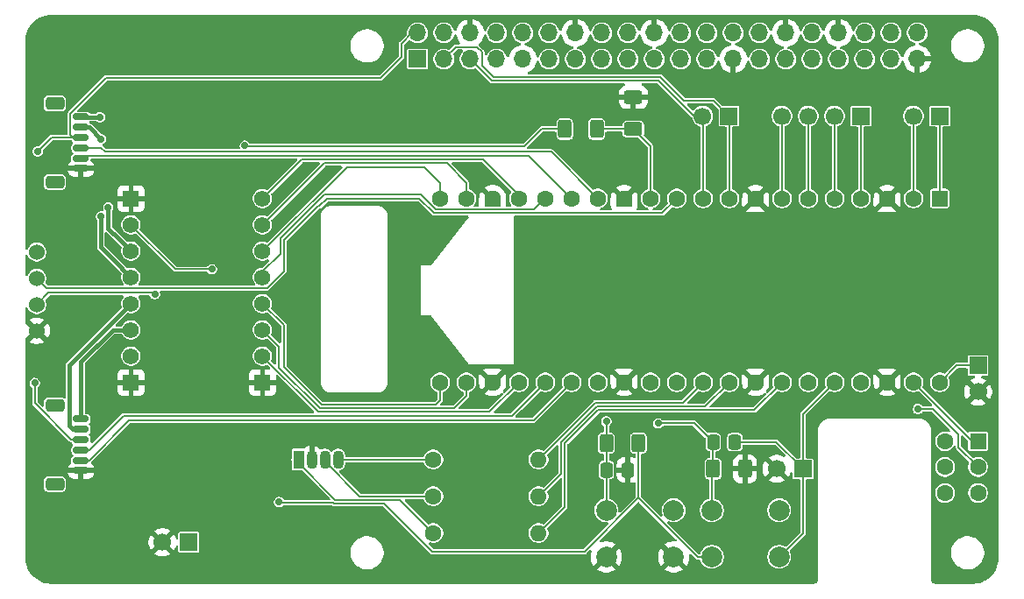
<source format=gbr>
G04 #@! TF.GenerationSoftware,KiCad,Pcbnew,9.0.1-9.0.1-0~ubuntu24.04.1*
G04 #@! TF.CreationDate,2025-04-23T21:02:07-05:00*
G04 #@! TF.ProjectId,cerebellum,63657265-6265-46c6-9c75-6d2e6b696361,rev?*
G04 #@! TF.SameCoordinates,Original*
G04 #@! TF.FileFunction,Copper,L1,Top*
G04 #@! TF.FilePolarity,Positive*
%FSLAX46Y46*%
G04 Gerber Fmt 4.6, Leading zero omitted, Abs format (unit mm)*
G04 Created by KiCad (PCBNEW 9.0.1-9.0.1-0~ubuntu24.04.1) date 2025-04-23 21:02:07*
%MOMM*%
%LPD*%
G01*
G04 APERTURE LIST*
G04 Aperture macros list*
%AMRoundRect*
0 Rectangle with rounded corners*
0 $1 Rounding radius*
0 $2 $3 $4 $5 $6 $7 $8 $9 X,Y pos of 4 corners*
0 Add a 4 corners polygon primitive as box body*
4,1,4,$2,$3,$4,$5,$6,$7,$8,$9,$2,$3,0*
0 Add four circle primitives for the rounded corners*
1,1,$1+$1,$2,$3*
1,1,$1+$1,$4,$5*
1,1,$1+$1,$6,$7*
1,1,$1+$1,$8,$9*
0 Add four rect primitives between the rounded corners*
20,1,$1+$1,$2,$3,$4,$5,0*
20,1,$1+$1,$4,$5,$6,$7,0*
20,1,$1+$1,$6,$7,$8,$9,0*
20,1,$1+$1,$8,$9,$2,$3,0*%
%AMFreePoly0*
4,1,37,0.603843,0.796157,0.639018,0.796157,0.711114,0.766294,0.766294,0.711114,0.796157,0.639018,0.796157,0.603843,0.800000,0.600000,0.800000,-0.600000,0.796157,-0.603843,0.796157,-0.639018,0.766294,-0.711114,0.711114,-0.766294,0.639018,-0.796157,0.603843,-0.796157,0.600000,-0.800000,0.000000,-0.800000,0.000000,-0.796148,-0.078414,-0.796148,-0.232228,-0.765552,-0.377117,-0.705537,
-0.507515,-0.618408,-0.618408,-0.507515,-0.705537,-0.377117,-0.765552,-0.232228,-0.796148,-0.078414,-0.796148,0.078414,-0.765552,0.232228,-0.705537,0.377117,-0.618408,0.507515,-0.507515,0.618408,-0.377117,0.705537,-0.232228,0.765552,-0.078414,0.796148,0.000000,0.796148,0.000000,0.800000,0.600000,0.800000,0.603843,0.796157,0.603843,0.796157,$1*%
%AMFreePoly1*
4,1,37,0.000000,0.796148,0.078414,0.796148,0.232228,0.765552,0.377117,0.705537,0.507515,0.618408,0.618408,0.507515,0.705537,0.377117,0.765552,0.232228,0.796148,0.078414,0.796148,-0.078414,0.765552,-0.232228,0.705537,-0.377117,0.618408,-0.507515,0.507515,-0.618408,0.377117,-0.705537,0.232228,-0.765552,0.078414,-0.796148,0.000000,-0.796148,0.000000,-0.800000,-0.600000,-0.800000,
-0.603843,-0.796157,-0.639018,-0.796157,-0.711114,-0.766294,-0.766294,-0.711114,-0.796157,-0.639018,-0.796157,-0.603843,-0.800000,-0.600000,-0.800000,0.600000,-0.796157,0.603843,-0.796157,0.639018,-0.766294,0.711114,-0.711114,0.766294,-0.639018,0.796157,-0.603843,0.796157,-0.600000,0.800000,0.000000,0.800000,0.000000,0.796148,0.000000,0.796148,$1*%
G04 Aperture macros list end*
G04 #@! TA.AperFunction,ComponentPad*
%ADD10R,1.700000X1.700000*%
G04 #@! TD*
G04 #@! TA.AperFunction,ComponentPad*
%ADD11C,1.700000*%
G04 #@! TD*
G04 #@! TA.AperFunction,ComponentPad*
%ADD12C,1.600000*%
G04 #@! TD*
G04 #@! TA.AperFunction,ComponentPad*
%ADD13O,1.600000X1.600000*%
G04 #@! TD*
G04 #@! TA.AperFunction,SMDPad,CuDef*
%ADD14RoundRect,0.250000X0.400000X0.625000X-0.400000X0.625000X-0.400000X-0.625000X0.400000X-0.625000X0*%
G04 #@! TD*
G04 #@! TA.AperFunction,SMDPad,CuDef*
%ADD15RoundRect,0.250000X0.625000X-0.400000X0.625000X0.400000X-0.625000X0.400000X-0.625000X-0.400000X0*%
G04 #@! TD*
G04 #@! TA.AperFunction,SMDPad,CuDef*
%ADD16RoundRect,0.250000X-0.400000X-0.625000X0.400000X-0.625000X0.400000X0.625000X-0.400000X0.625000X0*%
G04 #@! TD*
G04 #@! TA.AperFunction,ComponentPad*
%ADD17C,2.000000*%
G04 #@! TD*
G04 #@! TA.AperFunction,SMDPad,CuDef*
%ADD18RoundRect,0.250000X-0.337500X-0.475000X0.337500X-0.475000X0.337500X0.475000X-0.337500X0.475000X0*%
G04 #@! TD*
G04 #@! TA.AperFunction,ComponentPad*
%ADD19C,1.530000*%
G04 #@! TD*
G04 #@! TA.AperFunction,ComponentPad*
%ADD20R,1.070000X1.800000*%
G04 #@! TD*
G04 #@! TA.AperFunction,ComponentPad*
%ADD21O,1.070000X1.800000*%
G04 #@! TD*
G04 #@! TA.AperFunction,SMDPad,CuDef*
%ADD22RoundRect,0.250000X0.337500X0.475000X-0.337500X0.475000X-0.337500X-0.475000X0.337500X-0.475000X0*%
G04 #@! TD*
G04 #@! TA.AperFunction,ComponentPad*
%ADD23R,1.600000X1.600000*%
G04 #@! TD*
G04 #@! TA.AperFunction,SMDPad,CuDef*
%ADD24RoundRect,0.150000X0.625000X-0.150000X0.625000X0.150000X-0.625000X0.150000X-0.625000X-0.150000X0*%
G04 #@! TD*
G04 #@! TA.AperFunction,SMDPad,CuDef*
%ADD25RoundRect,0.250000X0.650000X-0.350000X0.650000X0.350000X-0.650000X0.350000X-0.650000X-0.350000X0*%
G04 #@! TD*
G04 #@! TA.AperFunction,ComponentPad*
%ADD26R,1.560000X1.560000*%
G04 #@! TD*
G04 #@! TA.AperFunction,ComponentPad*
%ADD27C,1.560000*%
G04 #@! TD*
G04 #@! TA.AperFunction,ComponentPad*
%ADD28RoundRect,0.200000X-0.600000X0.600000X-0.600000X-0.600000X0.600000X-0.600000X0.600000X0.600000X0*%
G04 #@! TD*
G04 #@! TA.AperFunction,ComponentPad*
%ADD29FreePoly0,270.000000*%
G04 #@! TD*
G04 #@! TA.AperFunction,ComponentPad*
%ADD30FreePoly1,270.000000*%
G04 #@! TD*
G04 #@! TA.AperFunction,ComponentPad*
%ADD31O,1.700000X1.700000*%
G04 #@! TD*
G04 #@! TA.AperFunction,ViaPad*
%ADD32C,0.700000*%
G04 #@! TD*
G04 #@! TA.AperFunction,Conductor*
%ADD33C,0.200000*%
G04 #@! TD*
G04 #@! TA.AperFunction,Conductor*
%ADD34C,0.400000*%
G04 #@! TD*
G04 APERTURE END LIST*
D10*
X158800000Y-54300000D03*
D11*
X156260000Y-54300000D03*
D12*
X109894000Y-94604000D03*
D13*
X120054000Y-94604000D03*
D14*
X140000000Y-88400000D03*
X136900000Y-88400000D03*
D15*
X129210000Y-55550000D03*
X129210000Y-52450000D03*
D16*
X126600000Y-85900000D03*
X129700000Y-85900000D03*
D10*
X162500000Y-78410000D03*
D11*
X162500000Y-80950000D03*
D17*
X143300000Y-96900000D03*
X136800000Y-96900000D03*
X143300000Y-92400000D03*
X136800000Y-92400000D03*
D18*
X126612500Y-88500000D03*
X128687500Y-88500000D03*
D19*
X71595000Y-67430000D03*
X71595000Y-69970000D03*
X71595000Y-72510000D03*
X71595000Y-75050000D03*
D20*
X96890000Y-87500000D03*
D21*
X98160000Y-87500000D03*
X99430000Y-87500000D03*
X100700000Y-87500000D03*
D22*
X139000000Y-85800000D03*
X136925000Y-85800000D03*
D23*
X162500000Y-85720000D03*
D12*
X162500000Y-88220000D03*
X162500000Y-90720000D03*
X159300000Y-85720000D03*
X159300000Y-88220000D03*
X159300000Y-90720000D03*
D24*
X75870000Y-59360000D03*
X75870000Y-58360000D03*
X75870000Y-57360000D03*
X75870000Y-56360000D03*
X75870000Y-55360000D03*
X75870000Y-54360000D03*
D25*
X73345000Y-60660000D03*
X73345000Y-53060000D03*
D10*
X151180000Y-54300000D03*
D11*
X148640000Y-54300000D03*
X146100000Y-54300000D03*
X143560000Y-54300000D03*
D17*
X126600000Y-92400000D03*
X133100000Y-92400000D03*
X126600000Y-96900000D03*
X133100000Y-96900000D03*
D10*
X138440000Y-54300000D03*
D11*
X135900000Y-54300000D03*
D14*
X125680000Y-55550000D03*
X122580000Y-55550000D03*
D24*
X75870000Y-88570000D03*
X75870000Y-87570000D03*
X75870000Y-86570000D03*
X75870000Y-85570000D03*
X75870000Y-84570000D03*
X75870000Y-83570000D03*
D25*
X73345000Y-89870000D03*
X73345000Y-82270000D03*
D10*
X86275000Y-95500000D03*
D11*
X83735000Y-95500000D03*
D26*
X80700000Y-62260000D03*
D27*
X80700000Y-64800000D03*
X80700000Y-67340000D03*
X80700000Y-69880000D03*
X80700000Y-72420000D03*
X80700000Y-74960000D03*
X80700000Y-77500000D03*
D26*
X80700000Y-80040000D03*
X93400000Y-80040000D03*
D27*
X93400000Y-77500000D03*
X93400000Y-74960000D03*
X93400000Y-72420000D03*
X93400000Y-69880000D03*
X93400000Y-67340000D03*
X93400000Y-64800000D03*
X93400000Y-62260000D03*
D12*
X109894000Y-91048000D03*
D13*
X120054000Y-91048000D03*
D10*
X145600000Y-88400000D03*
D11*
X143060000Y-88400000D03*
D28*
X158800000Y-62260000D03*
D12*
X156260000Y-62260000D03*
D29*
X153720000Y-62260000D03*
D12*
X151180000Y-62260000D03*
X148640000Y-62260000D03*
X146100000Y-62260000D03*
X143560000Y-62260000D03*
D29*
X141020000Y-62260000D03*
D12*
X138480000Y-62260000D03*
X135940000Y-62260000D03*
X133400000Y-62260000D03*
X130860000Y-62260000D03*
D29*
X128320000Y-62260000D03*
D12*
X125780000Y-62260000D03*
X123240000Y-62260000D03*
X120700000Y-62260000D03*
X118160000Y-62260000D03*
D29*
X115620000Y-62260000D03*
D12*
X113080000Y-62260000D03*
X110540000Y-62260000D03*
X110540000Y-80040000D03*
X113080000Y-80040000D03*
D30*
X115620000Y-80040000D03*
D12*
X118160000Y-80040000D03*
X120700000Y-80040000D03*
X123240000Y-80040000D03*
X125780000Y-80040000D03*
D30*
X128320000Y-80040000D03*
D12*
X130860000Y-80040000D03*
X133400000Y-80040000D03*
X135940000Y-80040000D03*
X138480000Y-80040000D03*
D30*
X141020000Y-80040000D03*
D12*
X143560000Y-80040000D03*
X146100000Y-80040000D03*
X148640000Y-80040000D03*
X151180000Y-80040000D03*
D30*
X153720000Y-80040000D03*
D12*
X156260000Y-80040000D03*
X158800000Y-80040000D03*
X109894000Y-87492000D03*
D13*
X120054000Y-87492000D03*
D10*
X108370000Y-48770000D03*
D31*
X108370000Y-46230000D03*
X110910000Y-48770000D03*
X110910000Y-46230000D03*
X113450000Y-48770000D03*
X113450000Y-46230000D03*
X115990000Y-48770000D03*
X115990000Y-46230000D03*
X118530000Y-48770000D03*
X118530000Y-46230000D03*
X121070000Y-48770000D03*
X121070000Y-46230000D03*
X123610000Y-48770000D03*
X123610000Y-46230000D03*
X126150000Y-48770000D03*
X126150000Y-46230000D03*
X128690000Y-48770000D03*
X128690000Y-46230000D03*
X131230000Y-48770000D03*
X131230000Y-46230000D03*
X133770000Y-48770000D03*
X133770000Y-46230000D03*
X136310000Y-48770000D03*
X136310000Y-46230000D03*
X138850000Y-48770000D03*
X138850000Y-46230000D03*
X141390000Y-48770000D03*
X141390000Y-46230000D03*
X143930000Y-48770000D03*
X143930000Y-46230000D03*
X146470000Y-48770000D03*
X146470000Y-46230000D03*
X149010000Y-48770000D03*
X149010000Y-46230000D03*
X151550000Y-48770000D03*
X151550000Y-46230000D03*
X154090000Y-48770000D03*
X154090000Y-46230000D03*
X156630000Y-48770000D03*
X156630000Y-46230000D03*
D32*
X131600000Y-84000000D03*
X95000000Y-91600000D03*
X88500000Y-69100000D03*
X71400000Y-80100000D03*
X156700000Y-82600000D03*
X71700000Y-57700000D03*
X126600000Y-83800000D03*
X77800000Y-64000000D03*
X77800000Y-56500000D03*
X78500000Y-63100000D03*
X77700000Y-54400000D03*
X83000000Y-71511000D03*
X91700000Y-57149000D03*
D33*
X109002000Y-59202000D02*
X110540000Y-60740000D01*
X110540000Y-60740000D02*
X110540000Y-62260000D01*
X101538000Y-59202000D02*
X109002000Y-59202000D01*
X93400000Y-67340000D02*
X101538000Y-59202000D01*
X140877806Y-82722194D02*
X143560000Y-80040000D01*
X125816582Y-82722194D02*
X140877806Y-82722194D01*
X122593448Y-92064552D02*
X122593448Y-85945328D01*
X122593448Y-85945328D02*
X125816582Y-82722194D01*
X120054000Y-94604000D02*
X122593448Y-92064552D01*
X143560000Y-54300000D02*
X143560000Y-62260000D01*
X135125000Y-84000000D02*
X131600000Y-84000000D01*
X136900000Y-88400000D02*
X136900000Y-85825000D01*
X136800000Y-88500000D02*
X136900000Y-88400000D01*
X136800000Y-92400000D02*
X136800000Y-88500000D01*
X136925000Y-85800000D02*
X135125000Y-84000000D01*
X136900000Y-85825000D02*
X136925000Y-85800000D01*
X160430000Y-78410000D02*
X158800000Y-80040000D01*
X162500000Y-78410000D02*
X160430000Y-78410000D01*
X100278612Y-91750000D02*
X105150000Y-91750000D01*
X105150000Y-91750000D02*
X109781818Y-96381818D01*
X129700000Y-91200000D02*
X129700000Y-85900000D01*
X148640000Y-80040000D02*
X145600000Y-83080000D01*
X88200000Y-69100000D02*
X88500000Y-69100000D01*
X85000000Y-69100000D02*
X88200000Y-69100000D01*
X135400000Y-96900000D02*
X129700000Y-91200000D01*
X145600000Y-94600000D02*
X143300000Y-96900000D01*
X145600000Y-88400000D02*
X145600000Y-94600000D01*
X109781818Y-96381818D02*
X124518182Y-96381818D01*
X100228612Y-91700000D02*
X100278612Y-91750000D01*
X145600000Y-88400000D02*
X143000000Y-85800000D01*
X143000000Y-85800000D02*
X139000000Y-85800000D01*
X145600000Y-83080000D02*
X145600000Y-88400000D01*
X80700000Y-64800000D02*
X85000000Y-69100000D01*
X136800000Y-96900000D02*
X135400000Y-96900000D01*
X95100000Y-91700000D02*
X100228612Y-91700000D01*
X95000000Y-91600000D02*
X95100000Y-91700000D01*
X124518182Y-96381818D02*
X129700000Y-91200000D01*
X156260000Y-62260000D02*
X156260000Y-54300000D01*
X131654612Y-50851000D02*
X115530999Y-50851000D01*
X135940000Y-62260000D02*
X135940000Y-54340000D01*
X135103612Y-54300000D02*
X131654612Y-50851000D01*
X115530999Y-50851000D02*
X113450000Y-48770000D01*
X135900000Y-54300000D02*
X135103612Y-54300000D01*
X135940000Y-54340000D02*
X135900000Y-54300000D01*
X106800000Y-48600000D02*
X106800000Y-47300000D01*
X73040000Y-56360000D02*
X75870000Y-56360000D01*
X74929552Y-85570000D02*
X71400000Y-82040448D01*
X106800000Y-47300000D02*
X107870000Y-46230000D01*
X107870000Y-46230000D02*
X108370000Y-46230000D01*
X160600000Y-85100000D02*
X158100000Y-82600000D01*
X75870000Y-85570000D02*
X74929552Y-85570000D01*
X75095001Y-56360000D02*
X74844000Y-56108999D01*
X74844000Y-54039744D02*
X78283744Y-50600000D01*
X74844000Y-56108999D02*
X74844000Y-54039744D01*
X104800000Y-50600000D02*
X106800000Y-48600000D01*
X71700000Y-57700000D02*
X73040000Y-56360000D01*
X78283744Y-50600000D02*
X104800000Y-50600000D01*
X71400000Y-82040448D02*
X71400000Y-80100000D01*
X75870000Y-56360000D02*
X75095001Y-56360000D01*
X162500000Y-88220000D02*
X160600000Y-86320000D01*
X160600000Y-86320000D02*
X160600000Y-85100000D01*
X158100000Y-82600000D02*
X156700000Y-82600000D01*
X72536000Y-70911000D02*
X93827055Y-70911000D01*
X95451000Y-69287055D02*
X95451000Y-66281776D01*
X71595000Y-69970000D02*
X72536000Y-70911000D01*
X98763582Y-62969194D02*
X98900000Y-62969194D01*
X109964273Y-63667000D02*
X131993000Y-63667000D01*
X131993000Y-63667000D02*
X133400000Y-62260000D01*
X99618194Y-62251000D02*
X108548273Y-62251000D01*
X95451000Y-66281776D02*
X98763582Y-62969194D01*
X98900000Y-62969194D02*
X99618194Y-62251000D01*
X108548273Y-62251000D02*
X109964273Y-63667000D01*
X93827055Y-70911000D02*
X95451000Y-69287055D01*
X80514999Y-83700000D02*
X76644999Y-87570000D01*
X123240000Y-80040000D02*
X119580000Y-83700000D01*
X119580000Y-83700000D02*
X80514999Y-83700000D01*
X76644999Y-87570000D02*
X75870000Y-87570000D01*
X162500000Y-85720000D02*
X161940000Y-85720000D01*
X161940000Y-85720000D02*
X156260000Y-80040000D01*
X110109661Y-63316000D02*
X119644000Y-63316000D01*
X95100000Y-66136388D02*
X99336388Y-61900000D01*
X95100000Y-67600000D02*
X95100000Y-66136388D01*
X108693661Y-61900000D02*
X110109661Y-63316000D01*
X93400000Y-69300000D02*
X95100000Y-67600000D01*
X119644000Y-63316000D02*
X120700000Y-62260000D01*
X99336388Y-61900000D02*
X108693661Y-61900000D01*
X93400000Y-69880000D02*
X93400000Y-69300000D01*
X79963999Y-83251000D02*
X76644999Y-86570000D01*
X120700000Y-80040000D02*
X117489000Y-83251000D01*
X117489000Y-83251000D02*
X79963999Y-83251000D01*
X76644999Y-86570000D02*
X75870000Y-86570000D01*
X133980000Y-82000000D02*
X135940000Y-80040000D01*
X120054000Y-87492000D02*
X125546000Y-82000000D01*
X125546000Y-82000000D02*
X133980000Y-82000000D01*
X123240000Y-62260000D02*
X119080000Y-58100000D01*
X76130000Y-58100000D02*
X75870000Y-58360000D01*
X119080000Y-58100000D02*
X76130000Y-58100000D01*
X151180000Y-54300000D02*
X151180000Y-62260000D01*
X111200000Y-58851000D02*
X113080000Y-60731000D01*
X113080000Y-60731000D02*
X113080000Y-62260000D01*
X93400000Y-64800000D02*
X99349000Y-58851000D01*
X99349000Y-58851000D02*
X111200000Y-58851000D01*
X126612500Y-88500000D02*
X126612500Y-88387500D01*
X126600000Y-92400000D02*
X126600000Y-88512500D01*
X126612500Y-88500000D02*
X126600000Y-88512500D01*
X126612500Y-88387500D02*
X126600000Y-88375000D01*
X126600000Y-88375000D02*
X126600000Y-85900000D01*
X126600000Y-85900000D02*
X126600000Y-83800000D01*
X98800000Y-82900000D02*
X115300000Y-82900000D01*
X115300000Y-82900000D02*
X118160000Y-80040000D01*
X93400000Y-77500000D02*
X98800000Y-82900000D01*
X134100000Y-52800000D02*
X131800000Y-50500000D01*
X115676388Y-50500000D02*
X114600000Y-49423612D01*
X131800000Y-50500000D02*
X115676388Y-50500000D01*
X138440000Y-54300000D02*
X136940000Y-52800000D01*
X112080000Y-47600000D02*
X110910000Y-48770000D01*
X138480000Y-62260000D02*
X138480000Y-54340000D01*
X136940000Y-52800000D02*
X134100000Y-52800000D01*
X138480000Y-54340000D02*
X138440000Y-54300000D01*
X114100000Y-47600000D02*
X112080000Y-47600000D01*
X114600000Y-49423612D02*
X114600000Y-48100000D01*
X114600000Y-48100000D02*
X114100000Y-47600000D01*
X130860000Y-57200000D02*
X129210000Y-55550000D01*
X130860000Y-62260000D02*
X130860000Y-57200000D01*
X125680000Y-55550000D02*
X129210000Y-55550000D01*
X78200000Y-57749000D02*
X77811000Y-57360000D01*
X121269000Y-57749000D02*
X78200000Y-57749000D01*
X77811000Y-57360000D02*
X75870000Y-57360000D01*
X125780000Y-62260000D02*
X121269000Y-57749000D01*
X158800000Y-62260000D02*
X158800000Y-54300000D01*
X122242448Y-85799940D02*
X125671194Y-82371194D01*
X125671194Y-82371194D02*
X136148806Y-82371194D01*
X120054000Y-91048000D02*
X122242448Y-88859552D01*
X122242448Y-88859552D02*
X122242448Y-85799940D01*
X136148806Y-82371194D02*
X138480000Y-80040000D01*
X114700000Y-58500000D02*
X118160000Y-61960000D01*
X93400000Y-62260000D02*
X97160000Y-58500000D01*
X97160000Y-58500000D02*
X114700000Y-58500000D01*
X118160000Y-61960000D02*
X118160000Y-62260000D01*
X146100000Y-54300000D02*
X146100000Y-62260000D01*
X95446388Y-78553612D02*
X99090776Y-82198000D01*
X95446388Y-74466388D02*
X95446388Y-78553612D01*
X110540000Y-81760000D02*
X110540000Y-80040000D01*
X93400000Y-72420000D02*
X95446388Y-74466388D01*
X99090776Y-82198000D02*
X110102000Y-82198000D01*
X110102000Y-82198000D02*
X110540000Y-81760000D01*
X111900000Y-82549000D02*
X113080000Y-81369000D01*
X95000000Y-76560000D02*
X95000000Y-78603612D01*
X98945388Y-82549000D02*
X111900000Y-82549000D01*
X113080000Y-81369000D02*
X113080000Y-80040000D01*
X95000000Y-78603612D02*
X98945388Y-82549000D01*
X93400000Y-74960000D02*
X95000000Y-76560000D01*
X148640000Y-54300000D02*
X148640000Y-62260000D01*
D34*
X75870000Y-84570000D02*
X75095001Y-84570000D01*
X74744000Y-84218999D02*
X74744000Y-78376000D01*
X75095001Y-84570000D02*
X74744000Y-84218999D01*
X74744000Y-78376000D02*
X80700000Y-72420000D01*
X79018000Y-68198000D02*
X80700000Y-69880000D01*
X79018000Y-68198000D02*
X77800000Y-66980000D01*
X77800000Y-56500000D02*
X76660000Y-55360000D01*
X76660000Y-55360000D02*
X75870000Y-55360000D01*
X77800000Y-66980000D02*
X77800000Y-64000000D01*
X79569000Y-66209000D02*
X78500000Y-65140000D01*
X78500000Y-65140000D02*
X78500000Y-63100000D01*
X75910000Y-54400000D02*
X75870000Y-54360000D01*
X79569000Y-66209000D02*
X80700000Y-67340000D01*
X77700000Y-54400000D02*
X75910000Y-54400000D01*
X75870000Y-78029232D02*
X78939232Y-74960000D01*
X78939232Y-74960000D02*
X80700000Y-74960000D01*
X75870000Y-83570000D02*
X75870000Y-78029232D01*
D33*
X100808000Y-87492000D02*
X109894000Y-87492000D01*
X100800000Y-87500000D02*
X100808000Y-87492000D01*
X100700000Y-87500000D02*
X100800000Y-87500000D01*
X96890000Y-87865000D02*
X100424000Y-91399000D01*
X96890000Y-87500000D02*
X96890000Y-87865000D01*
X106689000Y-91399000D02*
X109894000Y-94604000D01*
X100424000Y-91399000D02*
X106689000Y-91399000D01*
X102771428Y-91048000D02*
X109894000Y-91048000D01*
X99430000Y-87706572D02*
X102771428Y-91048000D01*
X99430000Y-87500000D02*
X99430000Y-87706572D01*
X91751000Y-57200000D02*
X91700000Y-57149000D01*
X83000000Y-71511000D02*
X82878000Y-71389000D01*
X118700000Y-57200000D02*
X91751000Y-57200000D01*
X82878000Y-71389000D02*
X72716000Y-71389000D01*
X72716000Y-71389000D02*
X71595000Y-72510000D01*
X120350000Y-55550000D02*
X118700000Y-57200000D01*
X122580000Y-55550000D02*
X120350000Y-55550000D01*
G04 #@! TA.AperFunction,Conductor*
G36*
X162003736Y-44500726D02*
G01*
X162293796Y-44518271D01*
X162308659Y-44520076D01*
X162590798Y-44571780D01*
X162605335Y-44575363D01*
X162879172Y-44660695D01*
X162893163Y-44666000D01*
X163154743Y-44783727D01*
X163167989Y-44790680D01*
X163413465Y-44939075D01*
X163425776Y-44947573D01*
X163588909Y-45075379D01*
X163651573Y-45124473D01*
X163662781Y-45134403D01*
X163865596Y-45337218D01*
X163875526Y-45348426D01*
X163995481Y-45501538D01*
X164052422Y-45574217D01*
X164060926Y-45586537D01*
X164201633Y-45819295D01*
X164209316Y-45832004D01*
X164216275Y-45845263D01*
X164333997Y-46106831D01*
X164339306Y-46120832D01*
X164424635Y-46394663D01*
X164428219Y-46409201D01*
X164479923Y-46691340D01*
X164481728Y-46706205D01*
X164499274Y-46996263D01*
X164499500Y-47003750D01*
X164499500Y-96996249D01*
X164499274Y-97003736D01*
X164481728Y-97293794D01*
X164479923Y-97308659D01*
X164428219Y-97590798D01*
X164424635Y-97605336D01*
X164339306Y-97879167D01*
X164333997Y-97893168D01*
X164216275Y-98154736D01*
X164209316Y-98167995D01*
X164060928Y-98413459D01*
X164052422Y-98425782D01*
X163875526Y-98651573D01*
X163865596Y-98662781D01*
X163662781Y-98865596D01*
X163651573Y-98875526D01*
X163425782Y-99052422D01*
X163413459Y-99060928D01*
X163167995Y-99209316D01*
X163154736Y-99216275D01*
X162893168Y-99333997D01*
X162879167Y-99339306D01*
X162605336Y-99424635D01*
X162590798Y-99428219D01*
X162308659Y-99479923D01*
X162293794Y-99481728D01*
X162003736Y-99499274D01*
X161996249Y-99499500D01*
X158309757Y-99499500D01*
X158290360Y-99497973D01*
X158249549Y-99491509D01*
X158226845Y-99487913D01*
X158189950Y-99475925D01*
X158141457Y-99451217D01*
X158110070Y-99428413D01*
X158071586Y-99389929D01*
X158048782Y-99358542D01*
X158038981Y-99339306D01*
X158024073Y-99310046D01*
X158012086Y-99273152D01*
X158002027Y-99209639D01*
X158000500Y-99190242D01*
X158000500Y-96374038D01*
X159899500Y-96374038D01*
X159899500Y-96625962D01*
X159900110Y-96629815D01*
X159938910Y-96874785D01*
X160016760Y-97114383D01*
X160079598Y-97237708D01*
X160115749Y-97308659D01*
X160131132Y-97338848D01*
X160279201Y-97542649D01*
X160279205Y-97542654D01*
X160457345Y-97720794D01*
X160457350Y-97720798D01*
X160635117Y-97849952D01*
X160661155Y-97868870D01*
X160804184Y-97941747D01*
X160885616Y-97983239D01*
X160885618Y-97983239D01*
X160885621Y-97983241D01*
X161125215Y-98061090D01*
X161374038Y-98100500D01*
X161374039Y-98100500D01*
X161625961Y-98100500D01*
X161625962Y-98100500D01*
X161874785Y-98061090D01*
X162114379Y-97983241D01*
X162338845Y-97868870D01*
X162542656Y-97720793D01*
X162720793Y-97542656D01*
X162868870Y-97338845D01*
X162983241Y-97114379D01*
X163061090Y-96874785D01*
X163100500Y-96625962D01*
X163100500Y-96374038D01*
X163061090Y-96125215D01*
X162983241Y-95885621D01*
X162983239Y-95885618D01*
X162983239Y-95885616D01*
X162913884Y-95749500D01*
X162868870Y-95661155D01*
X162828976Y-95606246D01*
X162720798Y-95457350D01*
X162720794Y-95457345D01*
X162542654Y-95279205D01*
X162542649Y-95279201D01*
X162338848Y-95131132D01*
X162338847Y-95131131D01*
X162338845Y-95131130D01*
X162251246Y-95086496D01*
X162114383Y-95016760D01*
X161874785Y-94938910D01*
X161625962Y-94899500D01*
X161374038Y-94899500D01*
X161249626Y-94919205D01*
X161125214Y-94938910D01*
X160885616Y-95016760D01*
X160661151Y-95131132D01*
X160457350Y-95279201D01*
X160457345Y-95279205D01*
X160279205Y-95457345D01*
X160279201Y-95457350D01*
X160131132Y-95661151D01*
X160016760Y-95885616D01*
X159943323Y-96111633D01*
X159938910Y-96125215D01*
X159899500Y-96374038D01*
X158000500Y-96374038D01*
X158000500Y-90626379D01*
X158349500Y-90626379D01*
X158349500Y-90813620D01*
X158386025Y-90997243D01*
X158386027Y-90997251D01*
X158457676Y-91170228D01*
X158457681Y-91170237D01*
X158561697Y-91325907D01*
X158561700Y-91325911D01*
X158694088Y-91458299D01*
X158694092Y-91458302D01*
X158849762Y-91562318D01*
X158849768Y-91562321D01*
X158849769Y-91562322D01*
X159022749Y-91633973D01*
X159183213Y-91665891D01*
X159206379Y-91670499D01*
X159206383Y-91670500D01*
X159206384Y-91670500D01*
X159393617Y-91670500D01*
X159393618Y-91670499D01*
X159577251Y-91633973D01*
X159750231Y-91562322D01*
X159905908Y-91458302D01*
X160038302Y-91325908D01*
X160142322Y-91170231D01*
X160213973Y-90997251D01*
X160250500Y-90813616D01*
X160250500Y-90626384D01*
X160250499Y-90626379D01*
X161549500Y-90626379D01*
X161549500Y-90813620D01*
X161586025Y-90997243D01*
X161586027Y-90997251D01*
X161657676Y-91170228D01*
X161657681Y-91170237D01*
X161761697Y-91325907D01*
X161761700Y-91325911D01*
X161894088Y-91458299D01*
X161894092Y-91458302D01*
X162049762Y-91562318D01*
X162049768Y-91562321D01*
X162049769Y-91562322D01*
X162222749Y-91633973D01*
X162383213Y-91665891D01*
X162406379Y-91670499D01*
X162406383Y-91670500D01*
X162406384Y-91670500D01*
X162593617Y-91670500D01*
X162593618Y-91670499D01*
X162777251Y-91633973D01*
X162950231Y-91562322D01*
X163105908Y-91458302D01*
X163238302Y-91325908D01*
X163342322Y-91170231D01*
X163413973Y-90997251D01*
X163450500Y-90813616D01*
X163450500Y-90626384D01*
X163413973Y-90442749D01*
X163342322Y-90269769D01*
X163342321Y-90269768D01*
X163342318Y-90269762D01*
X163238302Y-90114092D01*
X163238299Y-90114088D01*
X163105911Y-89981700D01*
X163105907Y-89981697D01*
X162950237Y-89877681D01*
X162950228Y-89877676D01*
X162777251Y-89806027D01*
X162777243Y-89806025D01*
X162593620Y-89769500D01*
X162593616Y-89769500D01*
X162406384Y-89769500D01*
X162406379Y-89769500D01*
X162222756Y-89806025D01*
X162222748Y-89806027D01*
X162049771Y-89877676D01*
X162049762Y-89877681D01*
X161894092Y-89981697D01*
X161894088Y-89981700D01*
X161761700Y-90114088D01*
X161761697Y-90114092D01*
X161657681Y-90269762D01*
X161657676Y-90269771D01*
X161586027Y-90442748D01*
X161586025Y-90442756D01*
X161549500Y-90626379D01*
X160250499Y-90626379D01*
X160213973Y-90442749D01*
X160142322Y-90269769D01*
X160142321Y-90269768D01*
X160142318Y-90269762D01*
X160038302Y-90114092D01*
X160038299Y-90114088D01*
X159905911Y-89981700D01*
X159905907Y-89981697D01*
X159750237Y-89877681D01*
X159750228Y-89877676D01*
X159577251Y-89806027D01*
X159577243Y-89806025D01*
X159393620Y-89769500D01*
X159393616Y-89769500D01*
X159206384Y-89769500D01*
X159206379Y-89769500D01*
X159022756Y-89806025D01*
X159022748Y-89806027D01*
X158849771Y-89877676D01*
X158849762Y-89877681D01*
X158694092Y-89981697D01*
X158694088Y-89981700D01*
X158561700Y-90114088D01*
X158561697Y-90114092D01*
X158457681Y-90269762D01*
X158457676Y-90269771D01*
X158386027Y-90442748D01*
X158386025Y-90442756D01*
X158349500Y-90626379D01*
X158000500Y-90626379D01*
X158000500Y-88126379D01*
X158349500Y-88126379D01*
X158349500Y-88313620D01*
X158386025Y-88497243D01*
X158386027Y-88497251D01*
X158457676Y-88670228D01*
X158457681Y-88670237D01*
X158561697Y-88825907D01*
X158561700Y-88825911D01*
X158694088Y-88958299D01*
X158694092Y-88958302D01*
X158849762Y-89062318D01*
X158849768Y-89062321D01*
X158849769Y-89062322D01*
X159022749Y-89133973D01*
X159162224Y-89161716D01*
X159206379Y-89170499D01*
X159206383Y-89170500D01*
X159206384Y-89170500D01*
X159393617Y-89170500D01*
X159393618Y-89170499D01*
X159577251Y-89133973D01*
X159750231Y-89062322D01*
X159905908Y-88958302D01*
X160038302Y-88825908D01*
X160142322Y-88670231D01*
X160213973Y-88497251D01*
X160250500Y-88313616D01*
X160250500Y-88126384D01*
X160213973Y-87942749D01*
X160142322Y-87769769D01*
X160142321Y-87769768D01*
X160142318Y-87769762D01*
X160038302Y-87614092D01*
X160038299Y-87614088D01*
X159905911Y-87481700D01*
X159905907Y-87481697D01*
X159750237Y-87377681D01*
X159750228Y-87377676D01*
X159577251Y-87306027D01*
X159577243Y-87306025D01*
X159393620Y-87269500D01*
X159393616Y-87269500D01*
X159206384Y-87269500D01*
X159206379Y-87269500D01*
X159022756Y-87306025D01*
X159022748Y-87306027D01*
X158849771Y-87377676D01*
X158849762Y-87377681D01*
X158694092Y-87481697D01*
X158694088Y-87481700D01*
X158561700Y-87614088D01*
X158561697Y-87614092D01*
X158457681Y-87769762D01*
X158457676Y-87769771D01*
X158386027Y-87942748D01*
X158386025Y-87942756D01*
X158349500Y-88126379D01*
X158000500Y-88126379D01*
X158000500Y-84697648D01*
X157968477Y-84495465D01*
X157907343Y-84307316D01*
X157905220Y-84300781D01*
X157905218Y-84300778D01*
X157905218Y-84300776D01*
X157857850Y-84207812D01*
X157812287Y-84118390D01*
X157779903Y-84073817D01*
X157691971Y-83952786D01*
X157547213Y-83808028D01*
X157381613Y-83687715D01*
X157381612Y-83687714D01*
X157381610Y-83687713D01*
X157324653Y-83658691D01*
X157199223Y-83594781D01*
X157004534Y-83531522D01*
X156814979Y-83501500D01*
X156802352Y-83499500D01*
X156765892Y-83499500D01*
X148365892Y-83499500D01*
X148300000Y-83499500D01*
X148197648Y-83499500D01*
X148185021Y-83501500D01*
X147995465Y-83531522D01*
X147800776Y-83594781D01*
X147618386Y-83687715D01*
X147452786Y-83808028D01*
X147308028Y-83952786D01*
X147187715Y-84118386D01*
X147094781Y-84300776D01*
X147031522Y-84495465D01*
X146999500Y-84697648D01*
X146999500Y-99190242D01*
X146997973Y-99209639D01*
X146997973Y-99209641D01*
X146987913Y-99273154D01*
X146975925Y-99310049D01*
X146951217Y-99358542D01*
X146928413Y-99389929D01*
X146889929Y-99428413D01*
X146858542Y-99451217D01*
X146810049Y-99475925D01*
X146773154Y-99487913D01*
X146735734Y-99493840D01*
X146709639Y-99497973D01*
X146690243Y-99499500D01*
X73003751Y-99499500D01*
X72996264Y-99499274D01*
X72706205Y-99481728D01*
X72691340Y-99479923D01*
X72409201Y-99428219D01*
X72394663Y-99424635D01*
X72120832Y-99339306D01*
X72106831Y-99333997D01*
X71845263Y-99216275D01*
X71832004Y-99209316D01*
X71586540Y-99060928D01*
X71574217Y-99052422D01*
X71348426Y-98875526D01*
X71337218Y-98865596D01*
X71134403Y-98662781D01*
X71124473Y-98651573D01*
X70947573Y-98425776D01*
X70939075Y-98413465D01*
X70790680Y-98167989D01*
X70783727Y-98154743D01*
X70666000Y-97893163D01*
X70660693Y-97879167D01*
X70657484Y-97868870D01*
X70575363Y-97605335D01*
X70571780Y-97590798D01*
X70520076Y-97308659D01*
X70518271Y-97293794D01*
X70515697Y-97251247D01*
X70500726Y-97003736D01*
X70500500Y-96996249D01*
X70500500Y-95393753D01*
X82385000Y-95393753D01*
X82385000Y-95606246D01*
X82418242Y-95816127D01*
X82418242Y-95816130D01*
X82483904Y-96018217D01*
X82580375Y-96207550D01*
X82619728Y-96261716D01*
X83252037Y-95629408D01*
X83269075Y-95692993D01*
X83334901Y-95807007D01*
X83427993Y-95900099D01*
X83542007Y-95965925D01*
X83605590Y-95982962D01*
X82973282Y-96615269D01*
X82973282Y-96615270D01*
X83027449Y-96654624D01*
X83216782Y-96751095D01*
X83418870Y-96816757D01*
X83628754Y-96850000D01*
X83841246Y-96850000D01*
X84051127Y-96816757D01*
X84051130Y-96816757D01*
X84253217Y-96751095D01*
X84442554Y-96654622D01*
X84496716Y-96615270D01*
X84496717Y-96615270D01*
X83864408Y-95982962D01*
X83927993Y-95965925D01*
X84042007Y-95900099D01*
X84135099Y-95807007D01*
X84200925Y-95692993D01*
X84217962Y-95629408D01*
X84850270Y-96261717D01*
X84850270Y-96261716D01*
X84889622Y-96207554D01*
X84986095Y-96018217D01*
X85032569Y-95875185D01*
X85072006Y-95817510D01*
X85136365Y-95790311D01*
X85205211Y-95802225D01*
X85256687Y-95849469D01*
X85274500Y-95913503D01*
X85274500Y-96364820D01*
X85274500Y-96364822D01*
X85274499Y-96364822D01*
X85283231Y-96408717D01*
X85283234Y-96408724D01*
X85316495Y-96458503D01*
X85316496Y-96458504D01*
X85366278Y-96491767D01*
X85366281Y-96491767D01*
X85366282Y-96491768D01*
X85410177Y-96500500D01*
X85410180Y-96500500D01*
X87139822Y-96500500D01*
X87183717Y-96491768D01*
X87183717Y-96491767D01*
X87183722Y-96491767D01*
X87233504Y-96458504D01*
X87266767Y-96408722D01*
X87270992Y-96387482D01*
X87273667Y-96374038D01*
X101899500Y-96374038D01*
X101899500Y-96625962D01*
X101900110Y-96629815D01*
X101938910Y-96874785D01*
X102016760Y-97114383D01*
X102079598Y-97237708D01*
X102115749Y-97308659D01*
X102131132Y-97338848D01*
X102279201Y-97542649D01*
X102279205Y-97542654D01*
X102457345Y-97720794D01*
X102457350Y-97720798D01*
X102635117Y-97849952D01*
X102661155Y-97868870D01*
X102804184Y-97941747D01*
X102885616Y-97983239D01*
X102885618Y-97983239D01*
X102885621Y-97983241D01*
X103125215Y-98061090D01*
X103374038Y-98100500D01*
X103374039Y-98100500D01*
X103625961Y-98100500D01*
X103625962Y-98100500D01*
X103874785Y-98061090D01*
X104114379Y-97983241D01*
X104114383Y-97983239D01*
X104150348Y-97964914D01*
X104162178Y-97958886D01*
X104338845Y-97868870D01*
X104542656Y-97720793D01*
X104720793Y-97542656D01*
X104868870Y-97338845D01*
X104983241Y-97114379D01*
X105061090Y-96874785D01*
X105100500Y-96625962D01*
X105100500Y-96374038D01*
X105061090Y-96125215D01*
X104983241Y-95885621D01*
X104983239Y-95885618D01*
X104983239Y-95885616D01*
X104913884Y-95749500D01*
X104868870Y-95661155D01*
X104828976Y-95606246D01*
X104720798Y-95457350D01*
X104720794Y-95457345D01*
X104542654Y-95279205D01*
X104542649Y-95279201D01*
X104338848Y-95131132D01*
X104338847Y-95131131D01*
X104338845Y-95131130D01*
X104251246Y-95086496D01*
X104114383Y-95016760D01*
X103874785Y-94938910D01*
X103625962Y-94899500D01*
X103374038Y-94899500D01*
X103249626Y-94919205D01*
X103125214Y-94938910D01*
X102885616Y-95016760D01*
X102661151Y-95131132D01*
X102457350Y-95279201D01*
X102457345Y-95279205D01*
X102279205Y-95457345D01*
X102279201Y-95457350D01*
X102131132Y-95661151D01*
X102016760Y-95885616D01*
X101943323Y-96111633D01*
X101938910Y-96125215D01*
X101899500Y-96374038D01*
X87273667Y-96374038D01*
X87275500Y-96364822D01*
X87275500Y-94635177D01*
X87266768Y-94591282D01*
X87266767Y-94591281D01*
X87266767Y-94591278D01*
X87233504Y-94541496D01*
X87189233Y-94511915D01*
X87183724Y-94508234D01*
X87183717Y-94508231D01*
X87139822Y-94499500D01*
X87139820Y-94499500D01*
X85410180Y-94499500D01*
X85410178Y-94499500D01*
X85366282Y-94508231D01*
X85366275Y-94508234D01*
X85316496Y-94541495D01*
X85316495Y-94541496D01*
X85283234Y-94591275D01*
X85283231Y-94591282D01*
X85274500Y-94635177D01*
X85274500Y-95086496D01*
X85254815Y-95153535D01*
X85202011Y-95199290D01*
X85132853Y-95209234D01*
X85069297Y-95180209D01*
X85032569Y-95124814D01*
X84986095Y-94981782D01*
X84889624Y-94792449D01*
X84850270Y-94738282D01*
X84850269Y-94738282D01*
X84217962Y-95370590D01*
X84200925Y-95307007D01*
X84135099Y-95192993D01*
X84042007Y-95099901D01*
X83927993Y-95034075D01*
X83864409Y-95017037D01*
X84496716Y-94384728D01*
X84442550Y-94345375D01*
X84253217Y-94248904D01*
X84051129Y-94183242D01*
X83841246Y-94150000D01*
X83628754Y-94150000D01*
X83418872Y-94183242D01*
X83418869Y-94183242D01*
X83216782Y-94248904D01*
X83027439Y-94345380D01*
X82973282Y-94384727D01*
X82973282Y-94384728D01*
X83605591Y-95017037D01*
X83542007Y-95034075D01*
X83427993Y-95099901D01*
X83334901Y-95192993D01*
X83269075Y-95307007D01*
X83252037Y-95370591D01*
X82619728Y-94738282D01*
X82619727Y-94738282D01*
X82580380Y-94792439D01*
X82483904Y-94981782D01*
X82418242Y-95183869D01*
X82418242Y-95183872D01*
X82385000Y-95393753D01*
X70500500Y-95393753D01*
X70500500Y-91534108D01*
X94499500Y-91534108D01*
X94499500Y-91665892D01*
X94516554Y-91729539D01*
X94533608Y-91793187D01*
X94535811Y-91797002D01*
X94599500Y-91907314D01*
X94692686Y-92000500D01*
X94806814Y-92066392D01*
X94934108Y-92100500D01*
X94934110Y-92100500D01*
X95065890Y-92100500D01*
X95065892Y-92100500D01*
X95193186Y-92066392D01*
X95307314Y-92000500D01*
X95320995Y-91986819D01*
X95382318Y-91953334D01*
X95408676Y-91950500D01*
X100083408Y-91950500D01*
X100091582Y-91952126D01*
X100096659Y-91951210D01*
X100130860Y-91959938D01*
X100136713Y-91962362D01*
X100136715Y-91962364D01*
X100174852Y-91978160D01*
X100228785Y-92000501D01*
X100228786Y-92000501D01*
X100342874Y-92000501D01*
X100342882Y-92000500D01*
X104994877Y-92000500D01*
X105061916Y-92020185D01*
X105082558Y-92036819D01*
X109562383Y-96516643D01*
X109562386Y-96516647D01*
X109569454Y-96523715D01*
X109639921Y-96594182D01*
X109731990Y-96632318D01*
X109731992Y-96632318D01*
X124568008Y-96632318D01*
X124568010Y-96632318D01*
X124660079Y-96594182D01*
X124979366Y-96274894D01*
X125040687Y-96241411D01*
X125110378Y-96246395D01*
X125166312Y-96288266D01*
X125190729Y-96353731D01*
X125184976Y-96400895D01*
X125136934Y-96548751D01*
X125100000Y-96781947D01*
X125100000Y-97018052D01*
X125136934Y-97251247D01*
X125209897Y-97475802D01*
X125317087Y-97686174D01*
X125377338Y-97769104D01*
X125377340Y-97769105D01*
X126076212Y-97070233D01*
X126087482Y-97112292D01*
X126159890Y-97237708D01*
X126262292Y-97340110D01*
X126387708Y-97412518D01*
X126429765Y-97423787D01*
X125730893Y-98122658D01*
X125813828Y-98182914D01*
X126024197Y-98290102D01*
X126248752Y-98363065D01*
X126248751Y-98363065D01*
X126481948Y-98400000D01*
X126718052Y-98400000D01*
X126951247Y-98363065D01*
X127175802Y-98290102D01*
X127386163Y-98182918D01*
X127386169Y-98182914D01*
X127469104Y-98122658D01*
X127469105Y-98122658D01*
X126770233Y-97423787D01*
X126812292Y-97412518D01*
X126937708Y-97340110D01*
X127040110Y-97237708D01*
X127112518Y-97112292D01*
X127123787Y-97070234D01*
X127822658Y-97769105D01*
X127822658Y-97769104D01*
X127882914Y-97686169D01*
X127882918Y-97686163D01*
X127990102Y-97475802D01*
X128063065Y-97251247D01*
X128100000Y-97018052D01*
X128100000Y-96781947D01*
X128063065Y-96548752D01*
X127990102Y-96324197D01*
X127882914Y-96113828D01*
X127822658Y-96030894D01*
X127822658Y-96030893D01*
X127123787Y-96729765D01*
X127112518Y-96687708D01*
X127040110Y-96562292D01*
X126937708Y-96459890D01*
X126812292Y-96387482D01*
X126770233Y-96376212D01*
X127469105Y-95677340D01*
X127469104Y-95677338D01*
X127386174Y-95617087D01*
X127175802Y-95509897D01*
X126951247Y-95436934D01*
X126951248Y-95436934D01*
X126718052Y-95400000D01*
X126481948Y-95400000D01*
X126248751Y-95436934D01*
X126100895Y-95484976D01*
X126031054Y-95486971D01*
X125971221Y-95450891D01*
X125940393Y-95388190D01*
X125948358Y-95318775D01*
X125974893Y-95279367D01*
X129612319Y-91641942D01*
X129673642Y-91608457D01*
X129743334Y-91613441D01*
X129787681Y-91641942D01*
X133337552Y-95191813D01*
X133371037Y-95253136D01*
X133366053Y-95322828D01*
X133324181Y-95378761D01*
X133258717Y-95403178D01*
X133230475Y-95401968D01*
X133218048Y-95400000D01*
X132981948Y-95400000D01*
X132748752Y-95436934D01*
X132524197Y-95509897D01*
X132313830Y-95617084D01*
X132230894Y-95677340D01*
X132929766Y-96376212D01*
X132887708Y-96387482D01*
X132762292Y-96459890D01*
X132659890Y-96562292D01*
X132587482Y-96687708D01*
X132576212Y-96729766D01*
X131877340Y-96030894D01*
X131817084Y-96113830D01*
X131709897Y-96324197D01*
X131636934Y-96548752D01*
X131600000Y-96781947D01*
X131600000Y-97018052D01*
X131636934Y-97251247D01*
X131709897Y-97475802D01*
X131817087Y-97686174D01*
X131877338Y-97769104D01*
X131877340Y-97769105D01*
X132576212Y-97070233D01*
X132587482Y-97112292D01*
X132659890Y-97237708D01*
X132762292Y-97340110D01*
X132887708Y-97412518D01*
X132929765Y-97423787D01*
X132230893Y-98122658D01*
X132313828Y-98182914D01*
X132524197Y-98290102D01*
X132748752Y-98363065D01*
X132748751Y-98363065D01*
X132981948Y-98400000D01*
X133218052Y-98400000D01*
X133451247Y-98363065D01*
X133675802Y-98290102D01*
X133886163Y-98182918D01*
X133886169Y-98182914D01*
X133969104Y-98122658D01*
X133969105Y-98122658D01*
X133270233Y-97423787D01*
X133312292Y-97412518D01*
X133437708Y-97340110D01*
X133540110Y-97237708D01*
X133612518Y-97112292D01*
X133623787Y-97070233D01*
X134322658Y-97769105D01*
X134322658Y-97769104D01*
X134382914Y-97686169D01*
X134382918Y-97686163D01*
X134490102Y-97475802D01*
X134563065Y-97251247D01*
X134600000Y-97018052D01*
X134600000Y-96781952D01*
X134598032Y-96769530D01*
X134606985Y-96700236D01*
X134651980Y-96646783D01*
X134718730Y-96626141D01*
X134786045Y-96644864D01*
X134808186Y-96662447D01*
X135187636Y-97041897D01*
X135258103Y-97112364D01*
X135350172Y-97150500D01*
X135581593Y-97150500D01*
X135648632Y-97170185D01*
X135694387Y-97222989D01*
X135699524Y-97236182D01*
X135733787Y-97341636D01*
X135733788Y-97341639D01*
X135816006Y-97502997D01*
X135922441Y-97649494D01*
X135922445Y-97649499D01*
X136050500Y-97777554D01*
X136050505Y-97777558D01*
X136152386Y-97851578D01*
X136197006Y-97883996D01*
X136302484Y-97937740D01*
X136358360Y-97966211D01*
X136358363Y-97966212D01*
X136444476Y-97994191D01*
X136530591Y-98022171D01*
X136613429Y-98035291D01*
X136709449Y-98050500D01*
X136709454Y-98050500D01*
X136890551Y-98050500D01*
X136977259Y-98036765D01*
X137069409Y-98022171D01*
X137241639Y-97966211D01*
X137402994Y-97883996D01*
X137549501Y-97777553D01*
X137677553Y-97649501D01*
X137783996Y-97502994D01*
X137866211Y-97341639D01*
X137922171Y-97169409D01*
X137942367Y-97041897D01*
X137950500Y-96990551D01*
X137950500Y-96809448D01*
X137925977Y-96654622D01*
X137922171Y-96630591D01*
X137894191Y-96544476D01*
X137866212Y-96458363D01*
X137866211Y-96458360D01*
X137818549Y-96364820D01*
X137783996Y-96297006D01*
X137758357Y-96261717D01*
X137677558Y-96150505D01*
X137677554Y-96150500D01*
X137549499Y-96022445D01*
X137549494Y-96022441D01*
X137402997Y-95916006D01*
X137402996Y-95916005D01*
X137402994Y-95916004D01*
X137351300Y-95889664D01*
X137241639Y-95833788D01*
X137241636Y-95833787D01*
X137069410Y-95777829D01*
X136890551Y-95749500D01*
X136890546Y-95749500D01*
X136709454Y-95749500D01*
X136709449Y-95749500D01*
X136530589Y-95777829D01*
X136358363Y-95833787D01*
X136358360Y-95833788D01*
X136197002Y-95916006D01*
X136050505Y-96022441D01*
X136050500Y-96022445D01*
X135922445Y-96150500D01*
X135922441Y-96150505D01*
X135816006Y-96297002D01*
X135733788Y-96458360D01*
X135733787Y-96458363D01*
X135699524Y-96563818D01*
X135685573Y-96584219D01*
X135675306Y-96606703D01*
X135666197Y-96612556D01*
X135660087Y-96621493D01*
X135637321Y-96631114D01*
X135616528Y-96644477D01*
X135600118Y-96646836D01*
X135595728Y-96648692D01*
X135581593Y-96649500D01*
X135555123Y-96649500D01*
X135488084Y-96629815D01*
X135467442Y-96613181D01*
X132522351Y-93668090D01*
X132488866Y-93606767D01*
X132493850Y-93537075D01*
X132535722Y-93481142D01*
X132601186Y-93456725D01*
X132653562Y-93465214D01*
X132653728Y-93464706D01*
X132657014Y-93465773D01*
X132657491Y-93465851D01*
X132658359Y-93466210D01*
X132658361Y-93466211D01*
X132830591Y-93522171D01*
X132913429Y-93535291D01*
X133009449Y-93550500D01*
X133009454Y-93550500D01*
X133190551Y-93550500D01*
X133277259Y-93536765D01*
X133369409Y-93522171D01*
X133541639Y-93466211D01*
X133702994Y-93383996D01*
X133849501Y-93277553D01*
X133977553Y-93149501D01*
X134083996Y-93002994D01*
X134166211Y-92841639D01*
X134222171Y-92669409D01*
X134248249Y-92504761D01*
X134250500Y-92490551D01*
X134250500Y-92309448D01*
X134234019Y-92205397D01*
X134222171Y-92130591D01*
X134179253Y-91998500D01*
X134166212Y-91958363D01*
X134166211Y-91958360D01*
X134116695Y-91861181D01*
X134083996Y-91797006D01*
X134035434Y-91730166D01*
X133977558Y-91650505D01*
X133977554Y-91650500D01*
X133849499Y-91522445D01*
X133849494Y-91522441D01*
X133702997Y-91416006D01*
X133702996Y-91416005D01*
X133702994Y-91416004D01*
X133614648Y-91370989D01*
X133541639Y-91333788D01*
X133541636Y-91333787D01*
X133369410Y-91277829D01*
X133190551Y-91249500D01*
X133190546Y-91249500D01*
X133009454Y-91249500D01*
X133009449Y-91249500D01*
X132830589Y-91277829D01*
X132658363Y-91333787D01*
X132658360Y-91333788D01*
X132497002Y-91416006D01*
X132350505Y-91522441D01*
X132350500Y-91522445D01*
X132222445Y-91650500D01*
X132222441Y-91650505D01*
X132116006Y-91797002D01*
X132033788Y-91958360D01*
X132033787Y-91958363D01*
X131977829Y-92130589D01*
X131949500Y-92309448D01*
X131949500Y-92490551D01*
X131977829Y-92669410D01*
X132033787Y-92841635D01*
X132034153Y-92842518D01*
X132034191Y-92842880D01*
X132035294Y-92846272D01*
X132034581Y-92846503D01*
X132041619Y-92911988D01*
X132010342Y-92974466D01*
X131950252Y-93010116D01*
X131880427Y-93007620D01*
X131831909Y-92977648D01*
X129986819Y-91132558D01*
X129953334Y-91071235D01*
X129950500Y-91044877D01*
X129950500Y-87049499D01*
X129970185Y-86982460D01*
X130022989Y-86936705D01*
X130074500Y-86925499D01*
X130131517Y-86925499D01*
X130131518Y-86925499D01*
X130225304Y-86910646D01*
X130338342Y-86853050D01*
X130428050Y-86763342D01*
X130485646Y-86650304D01*
X130485646Y-86650302D01*
X130485647Y-86650301D01*
X130499581Y-86562322D01*
X130500500Y-86556519D01*
X130500499Y-85243482D01*
X130485646Y-85149696D01*
X130428050Y-85036658D01*
X130428046Y-85036654D01*
X130428045Y-85036652D01*
X130338347Y-84946954D01*
X130338344Y-84946952D01*
X130338342Y-84946950D01*
X130247448Y-84900637D01*
X130225301Y-84889352D01*
X130131524Y-84874500D01*
X129268482Y-84874500D01*
X129187519Y-84887323D01*
X129174696Y-84889354D01*
X129061658Y-84946950D01*
X129061657Y-84946951D01*
X129061652Y-84946954D01*
X128971954Y-85036652D01*
X128971951Y-85036657D01*
X128971950Y-85036658D01*
X128952751Y-85074337D01*
X128914352Y-85149698D01*
X128899500Y-85243475D01*
X128899500Y-86556517D01*
X128906870Y-86603048D01*
X128914354Y-86650304D01*
X128971950Y-86763342D01*
X128971952Y-86763344D01*
X128971954Y-86763347D01*
X129061652Y-86853045D01*
X129061654Y-86853046D01*
X129061658Y-86853050D01*
X129174694Y-86910645D01*
X129174698Y-86910647D01*
X129268475Y-86925499D01*
X129268481Y-86925500D01*
X129325500Y-86925499D01*
X129334185Y-86928049D01*
X129343147Y-86926761D01*
X129367182Y-86937737D01*
X129392538Y-86945182D01*
X129398467Y-86952025D01*
X129406703Y-86955786D01*
X129420988Y-86978014D01*
X129438294Y-86997986D01*
X129440581Y-87008502D01*
X129444477Y-87014564D01*
X129449500Y-87049499D01*
X129449500Y-87203841D01*
X129429815Y-87270880D01*
X129377011Y-87316635D01*
X129307853Y-87326579D01*
X129286496Y-87321547D01*
X129177697Y-87285494D01*
X129177690Y-87285493D01*
X129074986Y-87275000D01*
X128937500Y-87275000D01*
X128937500Y-89724999D01*
X129074972Y-89724999D01*
X129074986Y-89724998D01*
X129177697Y-89714505D01*
X129286496Y-89678453D01*
X129356324Y-89676051D01*
X129416366Y-89711783D01*
X129447559Y-89774303D01*
X129449500Y-89796159D01*
X129449500Y-91044876D01*
X129429815Y-91111915D01*
X129413181Y-91132557D01*
X127962141Y-92583596D01*
X127900818Y-92617081D01*
X127831126Y-92612097D01*
X127775193Y-92570225D01*
X127750776Y-92504761D01*
X127750818Y-92495418D01*
X127750500Y-92495418D01*
X127750500Y-92309448D01*
X127734019Y-92205397D01*
X127722171Y-92130591D01*
X127679253Y-91998500D01*
X127666212Y-91958363D01*
X127666211Y-91958360D01*
X127616695Y-91861181D01*
X127583996Y-91797006D01*
X127535434Y-91730166D01*
X127477558Y-91650505D01*
X127477554Y-91650500D01*
X127349499Y-91522445D01*
X127349494Y-91522441D01*
X127202997Y-91416006D01*
X127202996Y-91416005D01*
X127202994Y-91416004D01*
X127114648Y-91370989D01*
X127041639Y-91333788D01*
X127041636Y-91333787D01*
X126936182Y-91299524D01*
X126878507Y-91260087D01*
X126851308Y-91195728D01*
X126850500Y-91181593D01*
X126850500Y-89499499D01*
X126870185Y-89432460D01*
X126922989Y-89386705D01*
X126974500Y-89375499D01*
X126981517Y-89375499D01*
X126981518Y-89375499D01*
X127075304Y-89360646D01*
X127188342Y-89303050D01*
X127278050Y-89213342D01*
X127335646Y-89100304D01*
X127335646Y-89100302D01*
X127335647Y-89100301D01*
X127347576Y-89024986D01*
X127600001Y-89024986D01*
X127610494Y-89127697D01*
X127665641Y-89294119D01*
X127665643Y-89294123D01*
X127757684Y-89443345D01*
X127881654Y-89567315D01*
X128030875Y-89659356D01*
X128030880Y-89659358D01*
X128197302Y-89714505D01*
X128197309Y-89714506D01*
X128300019Y-89724999D01*
X128437499Y-89724999D01*
X128437500Y-89724998D01*
X128437500Y-88750000D01*
X127600001Y-88750000D01*
X127600001Y-89024986D01*
X127347576Y-89024986D01*
X127350500Y-89006524D01*
X127350500Y-88698638D01*
X127350499Y-87993479D01*
X127350148Y-87991263D01*
X127350147Y-87991261D01*
X127347574Y-87975013D01*
X127600000Y-87975013D01*
X127600000Y-88250000D01*
X128437500Y-88250000D01*
X128437500Y-87275000D01*
X128300027Y-87275000D01*
X128300012Y-87275001D01*
X128197302Y-87285494D01*
X128030880Y-87340641D01*
X128030875Y-87340643D01*
X127881654Y-87432684D01*
X127757684Y-87556654D01*
X127665643Y-87705875D01*
X127665643Y-87705877D01*
X127610494Y-87872302D01*
X127610493Y-87872309D01*
X127600000Y-87975013D01*
X127347574Y-87975013D01*
X127335646Y-87899696D01*
X127278050Y-87786658D01*
X127278046Y-87786654D01*
X127278045Y-87786652D01*
X127188347Y-87696954D01*
X127188344Y-87696952D01*
X127188342Y-87696950D01*
X127109179Y-87656614D01*
X127075301Y-87639352D01*
X126981524Y-87624500D01*
X126981519Y-87624500D01*
X126974500Y-87624500D01*
X126907461Y-87604815D01*
X126861706Y-87552011D01*
X126850500Y-87500500D01*
X126850500Y-87049499D01*
X126870185Y-86982460D01*
X126922989Y-86936705D01*
X126974500Y-86925499D01*
X127031517Y-86925499D01*
X127031518Y-86925499D01*
X127125304Y-86910646D01*
X127238342Y-86853050D01*
X127328050Y-86763342D01*
X127385646Y-86650304D01*
X127385646Y-86650302D01*
X127385647Y-86650301D01*
X127399581Y-86562322D01*
X127400500Y-86556519D01*
X127400499Y-85243482D01*
X127385646Y-85149696D01*
X127328050Y-85036658D01*
X127328046Y-85036654D01*
X127328045Y-85036652D01*
X127238347Y-84946954D01*
X127238344Y-84946952D01*
X127238342Y-84946950D01*
X127147448Y-84900637D01*
X127125301Y-84889352D01*
X127031524Y-84874500D01*
X127031519Y-84874500D01*
X126974500Y-84874500D01*
X126907461Y-84854815D01*
X126861706Y-84802011D01*
X126850500Y-84750500D01*
X126850500Y-84304893D01*
X126870185Y-84237854D01*
X126902261Y-84207272D01*
X126900863Y-84205450D01*
X126907307Y-84200503D01*
X126907314Y-84200500D01*
X127000500Y-84107314D01*
X127066392Y-83993186D01*
X127082222Y-83934108D01*
X131099500Y-83934108D01*
X131099500Y-84065892D01*
X131113513Y-84118190D01*
X131133608Y-84193187D01*
X131142052Y-84207812D01*
X131199500Y-84307314D01*
X131292686Y-84400500D01*
X131406814Y-84466392D01*
X131534108Y-84500500D01*
X131534110Y-84500500D01*
X131665890Y-84500500D01*
X131665892Y-84500500D01*
X131793186Y-84466392D01*
X131907314Y-84400500D01*
X132000500Y-84307314D01*
X132000504Y-84307306D01*
X132005448Y-84300865D01*
X132007807Y-84302675D01*
X132048080Y-84264280D01*
X132104893Y-84250500D01*
X134969877Y-84250500D01*
X135036916Y-84270185D01*
X135057558Y-84286819D01*
X136150681Y-85379942D01*
X136184166Y-85441265D01*
X136187000Y-85467623D01*
X136187000Y-86306517D01*
X136197027Y-86369828D01*
X136201854Y-86400304D01*
X136259450Y-86513342D01*
X136259452Y-86513344D01*
X136259454Y-86513347D01*
X136349152Y-86603045D01*
X136349154Y-86603046D01*
X136349158Y-86603050D01*
X136462196Y-86660646D01*
X136462197Y-86660646D01*
X136462199Y-86660647D01*
X136544897Y-86673745D01*
X136608032Y-86703674D01*
X136644964Y-86762985D01*
X136649500Y-86796218D01*
X136649500Y-87250500D01*
X136629815Y-87317539D01*
X136577011Y-87363294D01*
X136525502Y-87374500D01*
X136468483Y-87374500D01*
X136389550Y-87387001D01*
X136374696Y-87389354D01*
X136261658Y-87446950D01*
X136261657Y-87446951D01*
X136261652Y-87446954D01*
X136171954Y-87536652D01*
X136171951Y-87536657D01*
X136171950Y-87536658D01*
X136160442Y-87559244D01*
X136114352Y-87649698D01*
X136099500Y-87743475D01*
X136099500Y-89056517D01*
X136109802Y-89121561D01*
X136114354Y-89150304D01*
X136171950Y-89263342D01*
X136171952Y-89263344D01*
X136171954Y-89263347D01*
X136261652Y-89353045D01*
X136261654Y-89353046D01*
X136261658Y-89353050D01*
X136374696Y-89410646D01*
X136374697Y-89410646D01*
X136374699Y-89410647D01*
X136444897Y-89421765D01*
X136508032Y-89451694D01*
X136544964Y-89511005D01*
X136549500Y-89544238D01*
X136549500Y-91181593D01*
X136529815Y-91248632D01*
X136477011Y-91294387D01*
X136463818Y-91299524D01*
X136358363Y-91333787D01*
X136358360Y-91333788D01*
X136197002Y-91416006D01*
X136050505Y-91522441D01*
X136050500Y-91522445D01*
X135922445Y-91650500D01*
X135922441Y-91650505D01*
X135816006Y-91797002D01*
X135733788Y-91958360D01*
X135733787Y-91958363D01*
X135677829Y-92130589D01*
X135649500Y-92309448D01*
X135649500Y-92490551D01*
X135677829Y-92669410D01*
X135733787Y-92841636D01*
X135733788Y-92841639D01*
X135773150Y-92918889D01*
X135803089Y-92977648D01*
X135816006Y-93002997D01*
X135922441Y-93149494D01*
X135922445Y-93149499D01*
X136050500Y-93277554D01*
X136050505Y-93277558D01*
X136178287Y-93370396D01*
X136197006Y-93383996D01*
X136302484Y-93437740D01*
X136358360Y-93466211D01*
X136358363Y-93466212D01*
X136444476Y-93494191D01*
X136530591Y-93522171D01*
X136613429Y-93535291D01*
X136709449Y-93550500D01*
X136709454Y-93550500D01*
X136890551Y-93550500D01*
X136977259Y-93536765D01*
X137069409Y-93522171D01*
X137241639Y-93466211D01*
X137402994Y-93383996D01*
X137549501Y-93277553D01*
X137677553Y-93149501D01*
X137783996Y-93002994D01*
X137866211Y-92841639D01*
X137922171Y-92669409D01*
X137948249Y-92504761D01*
X137950500Y-92490551D01*
X137950500Y-92309448D01*
X142149500Y-92309448D01*
X142149500Y-92490551D01*
X142177829Y-92669410D01*
X142233787Y-92841636D01*
X142233788Y-92841639D01*
X142273150Y-92918889D01*
X142303089Y-92977648D01*
X142316006Y-93002997D01*
X142422441Y-93149494D01*
X142422445Y-93149499D01*
X142550500Y-93277554D01*
X142550505Y-93277558D01*
X142678287Y-93370396D01*
X142697006Y-93383996D01*
X142802484Y-93437740D01*
X142858360Y-93466211D01*
X142858363Y-93466212D01*
X142944476Y-93494191D01*
X143030591Y-93522171D01*
X143113429Y-93535291D01*
X143209449Y-93550500D01*
X143209454Y-93550500D01*
X143390551Y-93550500D01*
X143477259Y-93536765D01*
X143569409Y-93522171D01*
X143741639Y-93466211D01*
X143902994Y-93383996D01*
X144049501Y-93277553D01*
X144177553Y-93149501D01*
X144283996Y-93002994D01*
X144366211Y-92841639D01*
X144422171Y-92669409D01*
X144448249Y-92504761D01*
X144450500Y-92490551D01*
X144450500Y-92309448D01*
X144434019Y-92205397D01*
X144422171Y-92130591D01*
X144379253Y-91998500D01*
X144366212Y-91958363D01*
X144366211Y-91958360D01*
X144316695Y-91861181D01*
X144283996Y-91797006D01*
X144235434Y-91730166D01*
X144177558Y-91650505D01*
X144177554Y-91650500D01*
X144049499Y-91522445D01*
X144049494Y-91522441D01*
X143902997Y-91416006D01*
X143902996Y-91416005D01*
X143902994Y-91416004D01*
X143814648Y-91370989D01*
X143741639Y-91333788D01*
X143741636Y-91333787D01*
X143569410Y-91277829D01*
X143390551Y-91249500D01*
X143390546Y-91249500D01*
X143209454Y-91249500D01*
X143209449Y-91249500D01*
X143030589Y-91277829D01*
X142858363Y-91333787D01*
X142858360Y-91333788D01*
X142697002Y-91416006D01*
X142550505Y-91522441D01*
X142550500Y-91522445D01*
X142422445Y-91650500D01*
X142422441Y-91650505D01*
X142316006Y-91797002D01*
X142233788Y-91958360D01*
X142233787Y-91958363D01*
X142177829Y-92130589D01*
X142149500Y-92309448D01*
X137950500Y-92309448D01*
X137934019Y-92205397D01*
X137922171Y-92130591D01*
X137879253Y-91998500D01*
X137866212Y-91958363D01*
X137866211Y-91958360D01*
X137816695Y-91861181D01*
X137783996Y-91797006D01*
X137735434Y-91730166D01*
X137677558Y-91650505D01*
X137677554Y-91650500D01*
X137549499Y-91522445D01*
X137549494Y-91522441D01*
X137402997Y-91416006D01*
X137402996Y-91416005D01*
X137402994Y-91416004D01*
X137314648Y-91370989D01*
X137241639Y-91333788D01*
X137241636Y-91333787D01*
X137136182Y-91299524D01*
X137078507Y-91260087D01*
X137051308Y-91195728D01*
X137050500Y-91181593D01*
X137050500Y-89549499D01*
X137070185Y-89482460D01*
X137122989Y-89436705D01*
X137174500Y-89425499D01*
X137331517Y-89425499D01*
X137331518Y-89425499D01*
X137425304Y-89410646D01*
X137538342Y-89353050D01*
X137628050Y-89263342D01*
X137685646Y-89150304D01*
X137685646Y-89150302D01*
X137685647Y-89150301D01*
X137697576Y-89074986D01*
X138850001Y-89074986D01*
X138860494Y-89177697D01*
X138915641Y-89344119D01*
X138915643Y-89344123D01*
X139007684Y-89493345D01*
X139131654Y-89617315D01*
X139280875Y-89709356D01*
X139280880Y-89709358D01*
X139447302Y-89764505D01*
X139447309Y-89764506D01*
X139550019Y-89774999D01*
X139749999Y-89774999D01*
X140250000Y-89774999D01*
X140449972Y-89774999D01*
X140449986Y-89774998D01*
X140552697Y-89764505D01*
X140719119Y-89709358D01*
X140719124Y-89709356D01*
X140868345Y-89617315D01*
X140992315Y-89493345D01*
X141048094Y-89402914D01*
X141048096Y-89402911D01*
X141084353Y-89344130D01*
X141084358Y-89344119D01*
X141139505Y-89177697D01*
X141139506Y-89177690D01*
X141149999Y-89074986D01*
X141150000Y-89074973D01*
X141150000Y-88650000D01*
X140250000Y-88650000D01*
X140250000Y-89774999D01*
X139749999Y-89774999D01*
X139750000Y-89774998D01*
X139750000Y-88650000D01*
X138850001Y-88650000D01*
X138850001Y-89074986D01*
X137697576Y-89074986D01*
X137700500Y-89056524D01*
X137700500Y-88288881D01*
X137700499Y-87743479D01*
X137700148Y-87741263D01*
X137700147Y-87741261D01*
X137697574Y-87725013D01*
X138850000Y-87725013D01*
X138850000Y-88150000D01*
X139750000Y-88150000D01*
X140250000Y-88150000D01*
X141149999Y-88150000D01*
X141149999Y-87725028D01*
X141149998Y-87725013D01*
X141139505Y-87622302D01*
X141084357Y-87455877D01*
X141084356Y-87455875D01*
X140992315Y-87306654D01*
X140868345Y-87182684D01*
X140719124Y-87090643D01*
X140719119Y-87090641D01*
X140552697Y-87035494D01*
X140552690Y-87035493D01*
X140449986Y-87025000D01*
X140250000Y-87025000D01*
X140250000Y-88150000D01*
X139750000Y-88150000D01*
X139750000Y-87025000D01*
X139550029Y-87025000D01*
X139550012Y-87025001D01*
X139447302Y-87035494D01*
X139280880Y-87090641D01*
X139280875Y-87090643D01*
X139131654Y-87182684D01*
X139007684Y-87306654D01*
X138915643Y-87455875D01*
X138915643Y-87455877D01*
X138860494Y-87622302D01*
X138860493Y-87622309D01*
X138850000Y-87725013D01*
X137697574Y-87725013D01*
X137685646Y-87649696D01*
X137628050Y-87536658D01*
X137628046Y-87536654D01*
X137628045Y-87536652D01*
X137538347Y-87446954D01*
X137538344Y-87446952D01*
X137538342Y-87446950D01*
X137445217Y-87399500D01*
X137425301Y-87389352D01*
X137331524Y-87374500D01*
X137331519Y-87374500D01*
X137274500Y-87374500D01*
X137207461Y-87354815D01*
X137161706Y-87302011D01*
X137150500Y-87250500D01*
X137150500Y-86799499D01*
X137170185Y-86732460D01*
X137222989Y-86686705D01*
X137274500Y-86675499D01*
X137294017Y-86675499D01*
X137294018Y-86675499D01*
X137387804Y-86660646D01*
X137500842Y-86603050D01*
X137590550Y-86513342D01*
X137648146Y-86400304D01*
X137648146Y-86400302D01*
X137648147Y-86400301D01*
X137662999Y-86306524D01*
X137663000Y-86306519D01*
X137662999Y-85293482D01*
X137662998Y-85293475D01*
X138262000Y-85293475D01*
X138262000Y-86306517D01*
X138272027Y-86369828D01*
X138276854Y-86400304D01*
X138334450Y-86513342D01*
X138334452Y-86513344D01*
X138334454Y-86513347D01*
X138424152Y-86603045D01*
X138424154Y-86603046D01*
X138424158Y-86603050D01*
X138516893Y-86650301D01*
X138537198Y-86660647D01*
X138630975Y-86675499D01*
X138630981Y-86675500D01*
X139369018Y-86675499D01*
X139462804Y-86660646D01*
X139575842Y-86603050D01*
X139665550Y-86513342D01*
X139723146Y-86400304D01*
X139723146Y-86400302D01*
X139723147Y-86400301D01*
X139738000Y-86306524D01*
X139738000Y-86174500D01*
X139757685Y-86107461D01*
X139810489Y-86061706D01*
X139862000Y-86050500D01*
X142844877Y-86050500D01*
X142911916Y-86070185D01*
X142932558Y-86086819D01*
X143873648Y-87027909D01*
X143907133Y-87089232D01*
X143902149Y-87158924D01*
X143860277Y-87214857D01*
X143794813Y-87239274D01*
X143729672Y-87226075D01*
X143578217Y-87148904D01*
X143376129Y-87083242D01*
X143166246Y-87050000D01*
X142953754Y-87050000D01*
X142743872Y-87083242D01*
X142743869Y-87083242D01*
X142541782Y-87148904D01*
X142352439Y-87245380D01*
X142298282Y-87284727D01*
X142298282Y-87284728D01*
X142930591Y-87917037D01*
X142867007Y-87934075D01*
X142752993Y-87999901D01*
X142659901Y-88092993D01*
X142594075Y-88207007D01*
X142577037Y-88270591D01*
X141944728Y-87638282D01*
X141944727Y-87638282D01*
X141905380Y-87692439D01*
X141808904Y-87881782D01*
X141743242Y-88083869D01*
X141743242Y-88083872D01*
X141710000Y-88293753D01*
X141710000Y-88506246D01*
X141743242Y-88716127D01*
X141743242Y-88716130D01*
X141808904Y-88918217D01*
X141905375Y-89107550D01*
X141944728Y-89161716D01*
X142577037Y-88529408D01*
X142594075Y-88592993D01*
X142659901Y-88707007D01*
X142752993Y-88800099D01*
X142867007Y-88865925D01*
X142930590Y-88882962D01*
X142298282Y-89515269D01*
X142298282Y-89515270D01*
X142352449Y-89554624D01*
X142541782Y-89651095D01*
X142743870Y-89716757D01*
X142953754Y-89750000D01*
X143166246Y-89750000D01*
X143376127Y-89716757D01*
X143376130Y-89716757D01*
X143578217Y-89651095D01*
X143767554Y-89554622D01*
X143821716Y-89515270D01*
X143821717Y-89515270D01*
X143189408Y-88882962D01*
X143252993Y-88865925D01*
X143367007Y-88800099D01*
X143460099Y-88707007D01*
X143525925Y-88592993D01*
X143542962Y-88529408D01*
X144175270Y-89161717D01*
X144175270Y-89161716D01*
X144214622Y-89107554D01*
X144311095Y-88918217D01*
X144357569Y-88775185D01*
X144397006Y-88717510D01*
X144461365Y-88690311D01*
X144530211Y-88702225D01*
X144581687Y-88749469D01*
X144599500Y-88813503D01*
X144599500Y-89264820D01*
X144599500Y-89264822D01*
X144599499Y-89264822D01*
X144608231Y-89308717D01*
X144608234Y-89308724D01*
X144641495Y-89358503D01*
X144641496Y-89358504D01*
X144691278Y-89391767D01*
X144691281Y-89391767D01*
X144691282Y-89391768D01*
X144735177Y-89400500D01*
X144735180Y-89400500D01*
X145225500Y-89400500D01*
X145292539Y-89420185D01*
X145338294Y-89472989D01*
X145349500Y-89524500D01*
X145349500Y-94444876D01*
X145329815Y-94511915D01*
X145313181Y-94532557D01*
X143984412Y-95861325D01*
X143923089Y-95894810D01*
X143853397Y-95889826D01*
X143840436Y-95884129D01*
X143741639Y-95833788D01*
X143741636Y-95833787D01*
X143569410Y-95777829D01*
X143390551Y-95749500D01*
X143390546Y-95749500D01*
X143209454Y-95749500D01*
X143209449Y-95749500D01*
X143030589Y-95777829D01*
X142858363Y-95833787D01*
X142858360Y-95833788D01*
X142697002Y-95916006D01*
X142550505Y-96022441D01*
X142550500Y-96022445D01*
X142422445Y-96150500D01*
X142422441Y-96150505D01*
X142316006Y-96297002D01*
X142233788Y-96458360D01*
X142233787Y-96458363D01*
X142177829Y-96630589D01*
X142149500Y-96809448D01*
X142149500Y-96990551D01*
X142177829Y-97169410D01*
X142233787Y-97341636D01*
X142233788Y-97341639D01*
X142316006Y-97502997D01*
X142422441Y-97649494D01*
X142422445Y-97649499D01*
X142550500Y-97777554D01*
X142550505Y-97777558D01*
X142652386Y-97851578D01*
X142697006Y-97883996D01*
X142802484Y-97937740D01*
X142858360Y-97966211D01*
X142858363Y-97966212D01*
X142944476Y-97994191D01*
X143030591Y-98022171D01*
X143113429Y-98035291D01*
X143209449Y-98050500D01*
X143209454Y-98050500D01*
X143390551Y-98050500D01*
X143477259Y-98036765D01*
X143569409Y-98022171D01*
X143741639Y-97966211D01*
X143902994Y-97883996D01*
X144049501Y-97777553D01*
X144177553Y-97649501D01*
X144283996Y-97502994D01*
X144366211Y-97341639D01*
X144422171Y-97169409D01*
X144442367Y-97041897D01*
X144450500Y-96990551D01*
X144450500Y-96809448D01*
X144425977Y-96654622D01*
X144422171Y-96630591D01*
X144394191Y-96544476D01*
X144366212Y-96458363D01*
X144366211Y-96458360D01*
X144315870Y-96359561D01*
X144302974Y-96290892D01*
X144329250Y-96226151D01*
X144338665Y-96215594D01*
X145812364Y-94741897D01*
X145850500Y-94649828D01*
X145850500Y-94550172D01*
X145850500Y-89524500D01*
X145870185Y-89457461D01*
X145922989Y-89411706D01*
X145974500Y-89400500D01*
X146464822Y-89400500D01*
X146508717Y-89391768D01*
X146508717Y-89391767D01*
X146508722Y-89391767D01*
X146558504Y-89358504D01*
X146591767Y-89308722D01*
X146600500Y-89264820D01*
X146600500Y-87535180D01*
X146600500Y-87535177D01*
X146591768Y-87491282D01*
X146591767Y-87491281D01*
X146591767Y-87491278D01*
X146558504Y-87441496D01*
X146542806Y-87431007D01*
X146508724Y-87408234D01*
X146508717Y-87408231D01*
X146464822Y-87399500D01*
X146464820Y-87399500D01*
X145974500Y-87399500D01*
X145907461Y-87379815D01*
X145861706Y-87327011D01*
X145850500Y-87275500D01*
X145850500Y-83235122D01*
X145870185Y-83168083D01*
X145886814Y-83147446D01*
X148104433Y-80929826D01*
X148165754Y-80896343D01*
X148235446Y-80901327D01*
X148239551Y-80902942D01*
X148362749Y-80953973D01*
X148546379Y-80990499D01*
X148546383Y-80990500D01*
X148546384Y-80990500D01*
X148733617Y-80990500D01*
X148733618Y-80990499D01*
X148917251Y-80953973D01*
X149090231Y-80882322D01*
X149245908Y-80778302D01*
X149378302Y-80645908D01*
X149482322Y-80490231D01*
X149553973Y-80317251D01*
X149590500Y-80133616D01*
X149590500Y-79946384D01*
X149590499Y-79946379D01*
X150229500Y-79946379D01*
X150229500Y-80133620D01*
X150266025Y-80317243D01*
X150266027Y-80317251D01*
X150337676Y-80490228D01*
X150337681Y-80490237D01*
X150441697Y-80645907D01*
X150441700Y-80645911D01*
X150574088Y-80778299D01*
X150574092Y-80778302D01*
X150729762Y-80882318D01*
X150729771Y-80882323D01*
X150768956Y-80898554D01*
X150902749Y-80953973D01*
X151086379Y-80990499D01*
X151086383Y-80990500D01*
X151086384Y-80990500D01*
X151273617Y-80990500D01*
X151273618Y-80990499D01*
X151457251Y-80953973D01*
X151630231Y-80882322D01*
X151785908Y-80778302D01*
X151918302Y-80645908D01*
X152022322Y-80490231D01*
X152093973Y-80317251D01*
X152130500Y-80133616D01*
X152130500Y-79946384D01*
X152093973Y-79762749D01*
X152022322Y-79589769D01*
X152022321Y-79589768D01*
X152022318Y-79589762D01*
X151938742Y-79464682D01*
X151938741Y-79464681D01*
X151918299Y-79434088D01*
X151884430Y-79400219D01*
X152415000Y-79400219D01*
X152415000Y-80118789D01*
X152424701Y-80217299D01*
X152424701Y-80217302D01*
X152455444Y-80371864D01*
X152484185Y-80466612D01*
X152544490Y-80612198D01*
X152591155Y-80699501D01*
X152591161Y-80699511D01*
X152637534Y-80768912D01*
X153237037Y-80169410D01*
X153254075Y-80232993D01*
X153319901Y-80347007D01*
X153412993Y-80440099D01*
X153527007Y-80505925D01*
X153590589Y-80522962D01*
X152991085Y-81122465D01*
X153060488Y-81168838D01*
X153060498Y-81168844D01*
X153147801Y-81215509D01*
X153293387Y-81275814D01*
X153388135Y-81304555D01*
X153542699Y-81335298D01*
X153641210Y-81345000D01*
X153798790Y-81345000D01*
X153897299Y-81335298D01*
X153897302Y-81335298D01*
X154051864Y-81304555D01*
X154146612Y-81275814D01*
X154292198Y-81215509D01*
X154379511Y-81168838D01*
X154379515Y-81168837D01*
X154448913Y-81122465D01*
X153849410Y-80522962D01*
X153912993Y-80505925D01*
X154027007Y-80440099D01*
X154120099Y-80347007D01*
X154185925Y-80232993D01*
X154202962Y-80169410D01*
X154802464Y-80768913D01*
X154802465Y-80768913D01*
X154848837Y-80699515D01*
X154848838Y-80699511D01*
X154895509Y-80612198D01*
X154955814Y-80466612D01*
X154984555Y-80371864D01*
X155015298Y-80217302D01*
X155015298Y-80217299D01*
X155025000Y-80118789D01*
X155025000Y-79946379D01*
X155309500Y-79946379D01*
X155309500Y-80133620D01*
X155346025Y-80317243D01*
X155346027Y-80317251D01*
X155417676Y-80490228D01*
X155417681Y-80490237D01*
X155521697Y-80645907D01*
X155521700Y-80645911D01*
X155654088Y-80778299D01*
X155654092Y-80778302D01*
X155809762Y-80882318D01*
X155809771Y-80882323D01*
X155848956Y-80898554D01*
X155982749Y-80953973D01*
X156166379Y-80990499D01*
X156166383Y-80990500D01*
X156166384Y-80990500D01*
X156353617Y-80990500D01*
X156353618Y-80990499D01*
X156537251Y-80953973D01*
X156642870Y-80910224D01*
X156660434Y-80902949D01*
X156729904Y-80895480D01*
X156792383Y-80926755D01*
X156795568Y-80929829D01*
X158003558Y-82137819D01*
X158037043Y-82199142D01*
X158032059Y-82268834D01*
X157990187Y-82324767D01*
X157924723Y-82349184D01*
X157915877Y-82349500D01*
X157204893Y-82349500D01*
X157137854Y-82329815D01*
X157107267Y-82297739D01*
X157105448Y-82299135D01*
X157100502Y-82292689D01*
X157100500Y-82292686D01*
X157007314Y-82199500D01*
X156950250Y-82166554D01*
X156893187Y-82133608D01*
X156785015Y-82104624D01*
X156765892Y-82099500D01*
X156634108Y-82099500D01*
X156506812Y-82133608D01*
X156392686Y-82199500D01*
X156392683Y-82199502D01*
X156299502Y-82292683D01*
X156299500Y-82292686D01*
X156233608Y-82406812D01*
X156199500Y-82534108D01*
X156199500Y-82665891D01*
X156233608Y-82793187D01*
X156266492Y-82850142D01*
X156299500Y-82907314D01*
X156392686Y-83000500D01*
X156506814Y-83066392D01*
X156634108Y-83100500D01*
X156634110Y-83100500D01*
X156765890Y-83100500D01*
X156765892Y-83100500D01*
X156893186Y-83066392D01*
X157007314Y-83000500D01*
X157100500Y-82907314D01*
X157100504Y-82907306D01*
X157105448Y-82900865D01*
X157107807Y-82902675D01*
X157148080Y-82864280D01*
X157204893Y-82850500D01*
X157944877Y-82850500D01*
X158011916Y-82870185D01*
X158032558Y-82886819D01*
X159775786Y-84630047D01*
X159809271Y-84691370D01*
X159804287Y-84761062D01*
X159762415Y-84816995D01*
X159696951Y-84841412D01*
X159640653Y-84832289D01*
X159577251Y-84806027D01*
X159577243Y-84806025D01*
X159393620Y-84769500D01*
X159393616Y-84769500D01*
X159206384Y-84769500D01*
X159206379Y-84769500D01*
X159022756Y-84806025D01*
X159022748Y-84806027D01*
X158849771Y-84877676D01*
X158849762Y-84877681D01*
X158694092Y-84981697D01*
X158694088Y-84981700D01*
X158561700Y-85114088D01*
X158561697Y-85114092D01*
X158457681Y-85269762D01*
X158457676Y-85269771D01*
X158386027Y-85442748D01*
X158386025Y-85442756D01*
X158349500Y-85626379D01*
X158349500Y-85813620D01*
X158386025Y-85997243D01*
X158386027Y-85997251D01*
X158457676Y-86170228D01*
X158457681Y-86170237D01*
X158561697Y-86325907D01*
X158561700Y-86325911D01*
X158694088Y-86458299D01*
X158694092Y-86458302D01*
X158849762Y-86562318D01*
X158849768Y-86562321D01*
X158849769Y-86562322D01*
X159022749Y-86633973D01*
X159177879Y-86664830D01*
X159206379Y-86670499D01*
X159206383Y-86670500D01*
X159206384Y-86670500D01*
X159393617Y-86670500D01*
X159393618Y-86670499D01*
X159577251Y-86633973D01*
X159750231Y-86562322D01*
X159905908Y-86458302D01*
X160038302Y-86325908D01*
X160110542Y-86217793D01*
X160122398Y-86200050D01*
X160176010Y-86155245D01*
X160245335Y-86146538D01*
X160308363Y-86176692D01*
X160345082Y-86236135D01*
X160349500Y-86268941D01*
X160349500Y-86369829D01*
X160387636Y-86461897D01*
X161610171Y-87684432D01*
X161643656Y-87745755D01*
X161638672Y-87815447D01*
X161637051Y-87819566D01*
X161586027Y-87942748D01*
X161586025Y-87942756D01*
X161549500Y-88126379D01*
X161549500Y-88313620D01*
X161586025Y-88497243D01*
X161586027Y-88497251D01*
X161657676Y-88670228D01*
X161657681Y-88670237D01*
X161761697Y-88825907D01*
X161761700Y-88825911D01*
X161894088Y-88958299D01*
X161894092Y-88958302D01*
X162049762Y-89062318D01*
X162049768Y-89062321D01*
X162049769Y-89062322D01*
X162222749Y-89133973D01*
X162362224Y-89161716D01*
X162406379Y-89170499D01*
X162406383Y-89170500D01*
X162406384Y-89170500D01*
X162593617Y-89170500D01*
X162593618Y-89170499D01*
X162777251Y-89133973D01*
X162950231Y-89062322D01*
X163105908Y-88958302D01*
X163238302Y-88825908D01*
X163342322Y-88670231D01*
X163413973Y-88497251D01*
X163450500Y-88313616D01*
X163450500Y-88126384D01*
X163413973Y-87942749D01*
X163342322Y-87769769D01*
X163342321Y-87769768D01*
X163342318Y-87769762D01*
X163238302Y-87614092D01*
X163238299Y-87614088D01*
X163105911Y-87481700D01*
X163105907Y-87481697D01*
X162950237Y-87377681D01*
X162950228Y-87377676D01*
X162777251Y-87306027D01*
X162777243Y-87306025D01*
X162593620Y-87269500D01*
X162593616Y-87269500D01*
X162406384Y-87269500D01*
X162406379Y-87269500D01*
X162222756Y-87306025D01*
X162222748Y-87306027D01*
X162099566Y-87357051D01*
X162030096Y-87364520D01*
X161967617Y-87333245D01*
X161964432Y-87330171D01*
X160886819Y-86252558D01*
X160853334Y-86191235D01*
X160850500Y-86164877D01*
X160850500Y-85284123D01*
X160870185Y-85217084D01*
X160922989Y-85171329D01*
X160992147Y-85161385D01*
X161055703Y-85190410D01*
X161062181Y-85196442D01*
X161513181Y-85647442D01*
X161546666Y-85708765D01*
X161549500Y-85735123D01*
X161549500Y-86534820D01*
X161549500Y-86534822D01*
X161549499Y-86534822D01*
X161556872Y-86571887D01*
X161556873Y-86571888D01*
X161558233Y-86578722D01*
X161591496Y-86628504D01*
X161641278Y-86661767D01*
X161648111Y-86663126D01*
X161648112Y-86663127D01*
X161685177Y-86670500D01*
X161685180Y-86670500D01*
X163314822Y-86670500D01*
X163358717Y-86661768D01*
X163358717Y-86661767D01*
X163358722Y-86661767D01*
X163408504Y-86628504D01*
X163441767Y-86578722D01*
X163446184Y-86556517D01*
X163450500Y-86534822D01*
X163450500Y-84905177D01*
X163441768Y-84861282D01*
X163441767Y-84861281D01*
X163441767Y-84861278D01*
X163408504Y-84811496D01*
X163400319Y-84806027D01*
X163358724Y-84778234D01*
X163358717Y-84778231D01*
X163314822Y-84769500D01*
X163314820Y-84769500D01*
X161685180Y-84769500D01*
X161685178Y-84769500D01*
X161641282Y-84778231D01*
X161641275Y-84778234D01*
X161591496Y-84811495D01*
X161582860Y-84820132D01*
X161581535Y-84818807D01*
X161539404Y-84854008D01*
X161470078Y-84862707D01*
X161407055Y-84832544D01*
X161402248Y-84827987D01*
X157149829Y-80575568D01*
X157116344Y-80514245D01*
X157121328Y-80444553D01*
X157122949Y-80440434D01*
X157136667Y-80407316D01*
X157173973Y-80317251D01*
X157210500Y-80133616D01*
X157210500Y-79946384D01*
X157210499Y-79946379D01*
X157849500Y-79946379D01*
X157849500Y-80133620D01*
X157886025Y-80317243D01*
X157886027Y-80317251D01*
X157957676Y-80490228D01*
X157957681Y-80490237D01*
X158061697Y-80645907D01*
X158061700Y-80645911D01*
X158194088Y-80778299D01*
X158194092Y-80778302D01*
X158349762Y-80882318D01*
X158349771Y-80882323D01*
X158388956Y-80898554D01*
X158522749Y-80953973D01*
X158706379Y-80990499D01*
X158706383Y-80990500D01*
X158706384Y-80990500D01*
X158893617Y-80990500D01*
X158893618Y-80990499D01*
X159077251Y-80953973D01*
X159250231Y-80882322D01*
X159405908Y-80778302D01*
X159415298Y-80768912D01*
X159433011Y-80751200D01*
X159538299Y-80645911D01*
X159538302Y-80645908D01*
X159642322Y-80490231D01*
X159713973Y-80317251D01*
X159750500Y-80133616D01*
X159750500Y-79946384D01*
X159713973Y-79762749D01*
X159662947Y-79639564D01*
X159655479Y-79570096D01*
X159686754Y-79507616D01*
X159689798Y-79504461D01*
X160497442Y-78696819D01*
X160558765Y-78663334D01*
X160585123Y-78660500D01*
X161375500Y-78660500D01*
X161442539Y-78680185D01*
X161488294Y-78732989D01*
X161499500Y-78784500D01*
X161499500Y-79274820D01*
X161499500Y-79274822D01*
X161499499Y-79274822D01*
X161508231Y-79318717D01*
X161508234Y-79318724D01*
X161540213Y-79366584D01*
X161541496Y-79368504D01*
X161591278Y-79401767D01*
X161591281Y-79401767D01*
X161591282Y-79401768D01*
X161635177Y-79410500D01*
X162086496Y-79410500D01*
X162153535Y-79430185D01*
X162199290Y-79482989D01*
X162209234Y-79552147D01*
X162180209Y-79615703D01*
X162124814Y-79652431D01*
X161981782Y-79698904D01*
X161792439Y-79795380D01*
X161738282Y-79834727D01*
X161738282Y-79834728D01*
X162370591Y-80467037D01*
X162307007Y-80484075D01*
X162192993Y-80549901D01*
X162099901Y-80642993D01*
X162034075Y-80757007D01*
X162017037Y-80820591D01*
X161384728Y-80188282D01*
X161384727Y-80188282D01*
X161345380Y-80242439D01*
X161248904Y-80431782D01*
X161183242Y-80633869D01*
X161183242Y-80633872D01*
X161150000Y-80843753D01*
X161150000Y-81056246D01*
X161183242Y-81266127D01*
X161183242Y-81266130D01*
X161248904Y-81468217D01*
X161345375Y-81657550D01*
X161384728Y-81711716D01*
X162017037Y-81079408D01*
X162034075Y-81142993D01*
X162099901Y-81257007D01*
X162192993Y-81350099D01*
X162307007Y-81415925D01*
X162370590Y-81432962D01*
X161738282Y-82065269D01*
X161738282Y-82065270D01*
X161792449Y-82104624D01*
X161981782Y-82201095D01*
X162183870Y-82266757D01*
X162393754Y-82300000D01*
X162606246Y-82300000D01*
X162816127Y-82266757D01*
X162816130Y-82266757D01*
X163018217Y-82201095D01*
X163207554Y-82104622D01*
X163261716Y-82065270D01*
X163261717Y-82065270D01*
X162629408Y-81432962D01*
X162692993Y-81415925D01*
X162807007Y-81350099D01*
X162900099Y-81257007D01*
X162965925Y-81142993D01*
X162982962Y-81079408D01*
X163615270Y-81711717D01*
X163615270Y-81711716D01*
X163654622Y-81657554D01*
X163751095Y-81468217D01*
X163816757Y-81266130D01*
X163816757Y-81266127D01*
X163850000Y-81056246D01*
X163850000Y-80843753D01*
X163816757Y-80633872D01*
X163816757Y-80633869D01*
X163751095Y-80431782D01*
X163654624Y-80242449D01*
X163615270Y-80188282D01*
X163615269Y-80188282D01*
X162982962Y-80820590D01*
X162965925Y-80757007D01*
X162900099Y-80642993D01*
X162807007Y-80549901D01*
X162692993Y-80484075D01*
X162629409Y-80467037D01*
X163261716Y-79834728D01*
X163207550Y-79795375D01*
X163018217Y-79698904D01*
X162875186Y-79652431D01*
X162817511Y-79612994D01*
X162790312Y-79548635D01*
X162802227Y-79479789D01*
X162849471Y-79428313D01*
X162913504Y-79410500D01*
X163364822Y-79410500D01*
X163408717Y-79401768D01*
X163408717Y-79401767D01*
X163408722Y-79401767D01*
X163458504Y-79368504D01*
X163491767Y-79318722D01*
X163495153Y-79301700D01*
X163500500Y-79274822D01*
X163500500Y-77545177D01*
X163491768Y-77501282D01*
X163491767Y-77501281D01*
X163491767Y-77501278D01*
X163458504Y-77451496D01*
X163458503Y-77451495D01*
X163408724Y-77418234D01*
X163408717Y-77418231D01*
X163364822Y-77409500D01*
X163364820Y-77409500D01*
X161635180Y-77409500D01*
X161635178Y-77409500D01*
X161591282Y-77418231D01*
X161591275Y-77418234D01*
X161541496Y-77451495D01*
X161541495Y-77451496D01*
X161508234Y-77501275D01*
X161508231Y-77501282D01*
X161499500Y-77545177D01*
X161499500Y-78035500D01*
X161479815Y-78102539D01*
X161427011Y-78148294D01*
X161375500Y-78159500D01*
X160380170Y-78159500D01*
X160288102Y-78197636D01*
X160288101Y-78197637D01*
X159335567Y-79150170D01*
X159274244Y-79183655D01*
X159204552Y-79178671D01*
X159200434Y-79177050D01*
X159077255Y-79126028D01*
X159077243Y-79126025D01*
X158893620Y-79089500D01*
X158893616Y-79089500D01*
X158706384Y-79089500D01*
X158706379Y-79089500D01*
X158522756Y-79126025D01*
X158522748Y-79126027D01*
X158349771Y-79197676D01*
X158349762Y-79197681D01*
X158194092Y-79301697D01*
X158194088Y-79301700D01*
X158061700Y-79434088D01*
X158061697Y-79434092D01*
X157957681Y-79589762D01*
X157957676Y-79589771D01*
X157886027Y-79762748D01*
X157886025Y-79762756D01*
X157849500Y-79946379D01*
X157210499Y-79946379D01*
X157173973Y-79762749D01*
X157102322Y-79589769D01*
X157102321Y-79589768D01*
X157102318Y-79589762D01*
X156998302Y-79434092D01*
X156998299Y-79434088D01*
X156865911Y-79301700D01*
X156865907Y-79301697D01*
X156710237Y-79197681D01*
X156710228Y-79197676D01*
X156537251Y-79126027D01*
X156537243Y-79126025D01*
X156353620Y-79089500D01*
X156353616Y-79089500D01*
X156166384Y-79089500D01*
X156166379Y-79089500D01*
X155982756Y-79126025D01*
X155982748Y-79126027D01*
X155809771Y-79197676D01*
X155809762Y-79197681D01*
X155654092Y-79301697D01*
X155654088Y-79301700D01*
X155521700Y-79434088D01*
X155521697Y-79434092D01*
X155417681Y-79589762D01*
X155417676Y-79589771D01*
X155346027Y-79762748D01*
X155346025Y-79762756D01*
X155309500Y-79946379D01*
X155025000Y-79946379D01*
X155025000Y-79400214D01*
X155022106Y-79346237D01*
X155022106Y-79346235D01*
X154986561Y-79206969D01*
X154986559Y-79206962D01*
X154963135Y-79150414D01*
X154202962Y-79910588D01*
X154185925Y-79847007D01*
X154120099Y-79732993D01*
X154027007Y-79639901D01*
X153912993Y-79574075D01*
X153849410Y-79557037D01*
X154609584Y-78796862D01*
X154553059Y-78773449D01*
X154502053Y-78755455D01*
X154359780Y-78735000D01*
X153080214Y-78735000D01*
X153026237Y-78737893D01*
X153026235Y-78737893D01*
X152886976Y-78773436D01*
X152886962Y-78773441D01*
X152830415Y-78796863D01*
X153590589Y-79557037D01*
X153527007Y-79574075D01*
X153412993Y-79639901D01*
X153319901Y-79732993D01*
X153254075Y-79847007D01*
X153237037Y-79910589D01*
X152476863Y-79150415D01*
X152476862Y-79150415D01*
X152453446Y-79206947D01*
X152453431Y-79206987D01*
X152435457Y-79257939D01*
X152435455Y-79257946D01*
X152415000Y-79400219D01*
X151884430Y-79400219D01*
X151785911Y-79301700D01*
X151785907Y-79301697D01*
X151630237Y-79197681D01*
X151630228Y-79197676D01*
X151457251Y-79126027D01*
X151457243Y-79126025D01*
X151273620Y-79089500D01*
X151273616Y-79089500D01*
X151086384Y-79089500D01*
X151086379Y-79089500D01*
X150902756Y-79126025D01*
X150902748Y-79126027D01*
X150729771Y-79197676D01*
X150729762Y-79197681D01*
X150574092Y-79301697D01*
X150574088Y-79301700D01*
X150441700Y-79434088D01*
X150441697Y-79434092D01*
X150337681Y-79589762D01*
X150337676Y-79589771D01*
X150266027Y-79762748D01*
X150266025Y-79762756D01*
X150229500Y-79946379D01*
X149590499Y-79946379D01*
X149553973Y-79762749D01*
X149482322Y-79589769D01*
X149482321Y-79589768D01*
X149482318Y-79589762D01*
X149378302Y-79434092D01*
X149378299Y-79434088D01*
X149245911Y-79301700D01*
X149245907Y-79301697D01*
X149090237Y-79197681D01*
X149090228Y-79197676D01*
X148917251Y-79126027D01*
X148917243Y-79126025D01*
X148733620Y-79089500D01*
X148733616Y-79089500D01*
X148546384Y-79089500D01*
X148546379Y-79089500D01*
X148362756Y-79126025D01*
X148362748Y-79126027D01*
X148189771Y-79197676D01*
X148189762Y-79197681D01*
X148034092Y-79301697D01*
X148034088Y-79301700D01*
X147901700Y-79434088D01*
X147901697Y-79434092D01*
X147797681Y-79589762D01*
X147797676Y-79589771D01*
X147726027Y-79762748D01*
X147726025Y-79762756D01*
X147689500Y-79946379D01*
X147689500Y-80133620D01*
X147726025Y-80317243D01*
X147726028Y-80317255D01*
X147777050Y-80440434D01*
X147784519Y-80509903D01*
X147753243Y-80572382D01*
X147750170Y-80575567D01*
X145458103Y-82867636D01*
X145387637Y-82938101D01*
X145387636Y-82938102D01*
X145349500Y-83030170D01*
X145349500Y-87275500D01*
X145346949Y-87284185D01*
X145348238Y-87293147D01*
X145337259Y-87317187D01*
X145329815Y-87342539D01*
X145322974Y-87348466D01*
X145319213Y-87356703D01*
X145296978Y-87370992D01*
X145277011Y-87388294D01*
X145266496Y-87390581D01*
X145260435Y-87394477D01*
X145225500Y-87399500D01*
X145005123Y-87399500D01*
X144938084Y-87379815D01*
X144917442Y-87363181D01*
X143141897Y-85587636D01*
X143049829Y-85549500D01*
X143049828Y-85549500D01*
X139861999Y-85549500D01*
X139794960Y-85529815D01*
X139749205Y-85477011D01*
X139737999Y-85425500D01*
X139737999Y-85293482D01*
X139734244Y-85269771D01*
X139723146Y-85199696D01*
X139665550Y-85086658D01*
X139665546Y-85086654D01*
X139665545Y-85086652D01*
X139575847Y-84996954D01*
X139575844Y-84996952D01*
X139575842Y-84996950D01*
X139477712Y-84946950D01*
X139462801Y-84939352D01*
X139369024Y-84924500D01*
X138630982Y-84924500D01*
X138550019Y-84937323D01*
X138537196Y-84939354D01*
X138424158Y-84996950D01*
X138424157Y-84996951D01*
X138424152Y-84996954D01*
X138334454Y-85086652D01*
X138334451Y-85086657D01*
X138276852Y-85199698D01*
X138262000Y-85293475D01*
X137662998Y-85293475D01*
X137648146Y-85199696D01*
X137590550Y-85086658D01*
X137590546Y-85086654D01*
X137590545Y-85086652D01*
X137500847Y-84996954D01*
X137500844Y-84996952D01*
X137500842Y-84996950D01*
X137402712Y-84946950D01*
X137387801Y-84939352D01*
X137294024Y-84924500D01*
X136555982Y-84924500D01*
X136507993Y-84932100D01*
X136486974Y-84935429D01*
X136417683Y-84926474D01*
X136379898Y-84900637D01*
X135266897Y-83787636D01*
X135174829Y-83749500D01*
X135174828Y-83749500D01*
X132104893Y-83749500D01*
X132037854Y-83729815D01*
X132007267Y-83697739D01*
X132005448Y-83699135D01*
X132000502Y-83692689D01*
X132000500Y-83692686D01*
X131907314Y-83599500D01*
X131850250Y-83566554D01*
X131793187Y-83533608D01*
X131729539Y-83516554D01*
X131665892Y-83499500D01*
X131534108Y-83499500D01*
X131406812Y-83533608D01*
X131292686Y-83599500D01*
X131292683Y-83599502D01*
X131199502Y-83692683D01*
X131199500Y-83692686D01*
X131133608Y-83806812D01*
X131117778Y-83865892D01*
X131099500Y-83934108D01*
X127082222Y-83934108D01*
X127100500Y-83865892D01*
X127100500Y-83734108D01*
X127066392Y-83606814D01*
X127000500Y-83492686D01*
X126907314Y-83399500D01*
X126850250Y-83366554D01*
X126793187Y-83333608D01*
X126697066Y-83307853D01*
X126665892Y-83299500D01*
X126534108Y-83299500D01*
X126406812Y-83333608D01*
X126292686Y-83399500D01*
X126292683Y-83399502D01*
X126199502Y-83492683D01*
X126199500Y-83492686D01*
X126133608Y-83606812D01*
X126111931Y-83687713D01*
X126099500Y-83734108D01*
X126099500Y-83865892D01*
X126111952Y-83912363D01*
X126133608Y-83993187D01*
X126165700Y-84048770D01*
X126199500Y-84107314D01*
X126292686Y-84200500D01*
X126292688Y-84200501D01*
X126299137Y-84205450D01*
X126297324Y-84207812D01*
X126335710Y-84248062D01*
X126349500Y-84304893D01*
X126349500Y-84750500D01*
X126329815Y-84817539D01*
X126277011Y-84863294D01*
X126225502Y-84874500D01*
X126168483Y-84874500D01*
X126089550Y-84887001D01*
X126074696Y-84889354D01*
X125961658Y-84946950D01*
X125961657Y-84946951D01*
X125961652Y-84946954D01*
X125871954Y-85036652D01*
X125871951Y-85036657D01*
X125871950Y-85036658D01*
X125852751Y-85074337D01*
X125814352Y-85149698D01*
X125799500Y-85243475D01*
X125799500Y-86556517D01*
X125806870Y-86603048D01*
X125814354Y-86650304D01*
X125871950Y-86763342D01*
X125871952Y-86763344D01*
X125871954Y-86763347D01*
X125961652Y-86853045D01*
X125961654Y-86853046D01*
X125961658Y-86853050D01*
X126074694Y-86910645D01*
X126074698Y-86910647D01*
X126168475Y-86925499D01*
X126168481Y-86925500D01*
X126225500Y-86925499D01*
X126292538Y-86945182D01*
X126338294Y-86997986D01*
X126349500Y-87049499D01*
X126349500Y-87501802D01*
X126329815Y-87568841D01*
X126277011Y-87614596D01*
X126244898Y-87624275D01*
X126149699Y-87639352D01*
X126115821Y-87656614D01*
X126036658Y-87696950D01*
X126036657Y-87696951D01*
X126036652Y-87696954D01*
X125946954Y-87786652D01*
X125946951Y-87786657D01*
X125946950Y-87786658D01*
X125927751Y-87824337D01*
X125889352Y-87899698D01*
X125874500Y-87993475D01*
X125874500Y-89006517D01*
X125882431Y-89056592D01*
X125889354Y-89100304D01*
X125946950Y-89213342D01*
X125946952Y-89213344D01*
X125946954Y-89213347D01*
X126036652Y-89303045D01*
X126036654Y-89303046D01*
X126036658Y-89303050D01*
X126134788Y-89353050D01*
X126149698Y-89360647D01*
X126244898Y-89375725D01*
X126308032Y-89405654D01*
X126344964Y-89464965D01*
X126349500Y-89498198D01*
X126349500Y-91181593D01*
X126329815Y-91248632D01*
X126277011Y-91294387D01*
X126263818Y-91299524D01*
X126158363Y-91333787D01*
X126158360Y-91333788D01*
X125997002Y-91416006D01*
X125850505Y-91522441D01*
X125850500Y-91522445D01*
X125722445Y-91650500D01*
X125722441Y-91650505D01*
X125616006Y-91797002D01*
X125533788Y-91958360D01*
X125533787Y-91958363D01*
X125477829Y-92130589D01*
X125449500Y-92309448D01*
X125449500Y-92490551D01*
X125477829Y-92669410D01*
X125533787Y-92841636D01*
X125533788Y-92841639D01*
X125573150Y-92918889D01*
X125603089Y-92977648D01*
X125616006Y-93002997D01*
X125722441Y-93149494D01*
X125722445Y-93149499D01*
X125850500Y-93277554D01*
X125850505Y-93277558D01*
X125978287Y-93370396D01*
X125997006Y-93383996D01*
X126102484Y-93437740D01*
X126158360Y-93466211D01*
X126158363Y-93466212D01*
X126244476Y-93494191D01*
X126330591Y-93522171D01*
X126413429Y-93535291D01*
X126509449Y-93550500D01*
X126695418Y-93550500D01*
X126695418Y-93552827D01*
X126754370Y-93565103D01*
X126804213Y-93614066D01*
X126819673Y-93682204D01*
X126795840Y-93747883D01*
X126783596Y-93762141D01*
X124450740Y-96094999D01*
X124389417Y-96128484D01*
X124363059Y-96131318D01*
X109936940Y-96131318D01*
X109869901Y-96111633D01*
X109849259Y-96094999D01*
X109469426Y-95715166D01*
X109435941Y-95653843D01*
X109440925Y-95584151D01*
X109482797Y-95528218D01*
X109548261Y-95503801D01*
X109604559Y-95512923D01*
X109616749Y-95517973D01*
X109800379Y-95554499D01*
X109800383Y-95554500D01*
X109800384Y-95554500D01*
X109987617Y-95554500D01*
X109987618Y-95554499D01*
X110171251Y-95517973D01*
X110344231Y-95446322D01*
X110499908Y-95342302D01*
X110632302Y-95209908D01*
X110736322Y-95054231D01*
X110807973Y-94881251D01*
X110844500Y-94697616D01*
X110844500Y-94510384D01*
X110807973Y-94326749D01*
X110736322Y-94153769D01*
X110736321Y-94153768D01*
X110736318Y-94153762D01*
X110632302Y-93998092D01*
X110632299Y-93998088D01*
X110499911Y-93865700D01*
X110499907Y-93865697D01*
X110344237Y-93761681D01*
X110344228Y-93761676D01*
X110171251Y-93690027D01*
X110171243Y-93690025D01*
X109987620Y-93653500D01*
X109987616Y-93653500D01*
X109800384Y-93653500D01*
X109800379Y-93653500D01*
X109616756Y-93690025D01*
X109616748Y-93690027D01*
X109493566Y-93741051D01*
X109424096Y-93748520D01*
X109361617Y-93717245D01*
X109358432Y-93714171D01*
X107154442Y-91510181D01*
X107120957Y-91448858D01*
X107125941Y-91379166D01*
X107167813Y-91323233D01*
X107233277Y-91298816D01*
X107242123Y-91298500D01*
X108886092Y-91298500D01*
X108953131Y-91318185D01*
X108998886Y-91370989D01*
X109000653Y-91375047D01*
X109051676Y-91498227D01*
X109051681Y-91498237D01*
X109155697Y-91653907D01*
X109155700Y-91653911D01*
X109288088Y-91786299D01*
X109288092Y-91786302D01*
X109443762Y-91890318D01*
X109443768Y-91890321D01*
X109443769Y-91890322D01*
X109616749Y-91961973D01*
X109793391Y-91997109D01*
X109800379Y-91998499D01*
X109800383Y-91998500D01*
X109800384Y-91998500D01*
X109987617Y-91998500D01*
X109987618Y-91998499D01*
X110171251Y-91961973D01*
X110344231Y-91890322D01*
X110499908Y-91786302D01*
X110632302Y-91653908D01*
X110736322Y-91498231D01*
X110807973Y-91325251D01*
X110844500Y-91141616D01*
X110844500Y-90954384D01*
X110807973Y-90770749D01*
X110736322Y-90597769D01*
X110736321Y-90597768D01*
X110736318Y-90597762D01*
X110632302Y-90442092D01*
X110632299Y-90442088D01*
X110499911Y-90309700D01*
X110499907Y-90309697D01*
X110344237Y-90205681D01*
X110344228Y-90205676D01*
X110171251Y-90134027D01*
X110171243Y-90134025D01*
X109987620Y-90097500D01*
X109987616Y-90097500D01*
X109800384Y-90097500D01*
X109800379Y-90097500D01*
X109616756Y-90134025D01*
X109616748Y-90134027D01*
X109443771Y-90205676D01*
X109443762Y-90205681D01*
X109288092Y-90309697D01*
X109288088Y-90309700D01*
X109155700Y-90442088D01*
X109155697Y-90442092D01*
X109051681Y-90597762D01*
X109051676Y-90597772D01*
X109000653Y-90720953D01*
X108956812Y-90775356D01*
X108890518Y-90797421D01*
X108886092Y-90797500D01*
X102926550Y-90797500D01*
X102859511Y-90777815D01*
X102838869Y-90761181D01*
X101753739Y-89676051D01*
X100815342Y-88737653D01*
X100781859Y-88676333D01*
X100786843Y-88606641D01*
X100828715Y-88550708D01*
X100878832Y-88528358D01*
X100899953Y-88524157D01*
X101024706Y-88472482D01*
X101136981Y-88397463D01*
X101232463Y-88301981D01*
X101307482Y-88189706D01*
X101359157Y-88064953D01*
X101385500Y-87932516D01*
X101385500Y-87866500D01*
X101405185Y-87799461D01*
X101457989Y-87753706D01*
X101509500Y-87742500D01*
X108886092Y-87742500D01*
X108953131Y-87762185D01*
X108998886Y-87814989D01*
X109000653Y-87819047D01*
X109051676Y-87942227D01*
X109051681Y-87942237D01*
X109155697Y-88097907D01*
X109155700Y-88097911D01*
X109288088Y-88230299D01*
X109288092Y-88230302D01*
X109443762Y-88334318D01*
X109443768Y-88334321D01*
X109443769Y-88334322D01*
X109616749Y-88405973D01*
X109800379Y-88442499D01*
X109800383Y-88442500D01*
X109800384Y-88442500D01*
X109987617Y-88442500D01*
X109987618Y-88442499D01*
X110171251Y-88405973D01*
X110344231Y-88334322D01*
X110344453Y-88334174D01*
X110392625Y-88301986D01*
X110499908Y-88230302D01*
X110632302Y-88097908D01*
X110736322Y-87942231D01*
X110807973Y-87769251D01*
X110844500Y-87585616D01*
X110844500Y-87398384D01*
X110844499Y-87398379D01*
X119103500Y-87398379D01*
X119103500Y-87585620D01*
X119140025Y-87769243D01*
X119140027Y-87769251D01*
X119211676Y-87942228D01*
X119211681Y-87942237D01*
X119315697Y-88097907D01*
X119315700Y-88097911D01*
X119448088Y-88230299D01*
X119448092Y-88230302D01*
X119603762Y-88334318D01*
X119603768Y-88334321D01*
X119603769Y-88334322D01*
X119776749Y-88405973D01*
X119960379Y-88442499D01*
X119960383Y-88442500D01*
X119960384Y-88442500D01*
X120147617Y-88442500D01*
X120147618Y-88442499D01*
X120331251Y-88405973D01*
X120504231Y-88334322D01*
X120504453Y-88334174D01*
X120552625Y-88301986D01*
X120659908Y-88230302D01*
X120792302Y-88097908D01*
X120896322Y-87942231D01*
X120967973Y-87769251D01*
X121004500Y-87585616D01*
X121004500Y-87398384D01*
X120967973Y-87214749D01*
X120916947Y-87091564D01*
X120909479Y-87022096D01*
X120940754Y-86959616D01*
X120943800Y-86956459D01*
X121780267Y-86119993D01*
X121841590Y-86086508D01*
X121911282Y-86091492D01*
X121967215Y-86133364D01*
X121991632Y-86198828D01*
X121991948Y-86207674D01*
X121991948Y-88704428D01*
X121972263Y-88771467D01*
X121955629Y-88792109D01*
X120589567Y-90158170D01*
X120528244Y-90191655D01*
X120458552Y-90186671D01*
X120454434Y-90185050D01*
X120331255Y-90134028D01*
X120331243Y-90134025D01*
X120147620Y-90097500D01*
X120147616Y-90097500D01*
X119960384Y-90097500D01*
X119960379Y-90097500D01*
X119776756Y-90134025D01*
X119776748Y-90134027D01*
X119603771Y-90205676D01*
X119603762Y-90205681D01*
X119448092Y-90309697D01*
X119448088Y-90309700D01*
X119315700Y-90442088D01*
X119315697Y-90442092D01*
X119211681Y-90597762D01*
X119211676Y-90597771D01*
X119140027Y-90770748D01*
X119140025Y-90770756D01*
X119103500Y-90954379D01*
X119103500Y-91141620D01*
X119140025Y-91325243D01*
X119140027Y-91325251D01*
X119211676Y-91498228D01*
X119211681Y-91498237D01*
X119315697Y-91653907D01*
X119315700Y-91653911D01*
X119448088Y-91786299D01*
X119448092Y-91786302D01*
X119603762Y-91890318D01*
X119603768Y-91890321D01*
X119603769Y-91890322D01*
X119776749Y-91961973D01*
X119953391Y-91997109D01*
X119960379Y-91998499D01*
X119960383Y-91998500D01*
X119960384Y-91998500D01*
X120147617Y-91998500D01*
X120147618Y-91998499D01*
X120331251Y-91961973D01*
X120504231Y-91890322D01*
X120659908Y-91786302D01*
X120792302Y-91653908D01*
X120896322Y-91498231D01*
X120967973Y-91325251D01*
X121004500Y-91141616D01*
X121004500Y-90954384D01*
X120967973Y-90770749D01*
X120916947Y-90647564D01*
X120909479Y-90578096D01*
X120940754Y-90515616D01*
X120943800Y-90512459D01*
X122131267Y-89324993D01*
X122192590Y-89291508D01*
X122262282Y-89296492D01*
X122318215Y-89338364D01*
X122342632Y-89403828D01*
X122342948Y-89412674D01*
X122342948Y-91909428D01*
X122323263Y-91976467D01*
X122306629Y-91997109D01*
X120589567Y-93714170D01*
X120528244Y-93747655D01*
X120458552Y-93742671D01*
X120454434Y-93741050D01*
X120331255Y-93690028D01*
X120331243Y-93690025D01*
X120147620Y-93653500D01*
X120147616Y-93653500D01*
X119960384Y-93653500D01*
X119960379Y-93653500D01*
X119776756Y-93690025D01*
X119776748Y-93690027D01*
X119603771Y-93761676D01*
X119603762Y-93761681D01*
X119448092Y-93865697D01*
X119448088Y-93865700D01*
X119315700Y-93998088D01*
X119315697Y-93998092D01*
X119211681Y-94153762D01*
X119211676Y-94153771D01*
X119140027Y-94326748D01*
X119140025Y-94326756D01*
X119103500Y-94510379D01*
X119103500Y-94697620D01*
X119140025Y-94881243D01*
X119140027Y-94881251D01*
X119211676Y-95054228D01*
X119211681Y-95054237D01*
X119315697Y-95209907D01*
X119315700Y-95209911D01*
X119448088Y-95342299D01*
X119448092Y-95342302D01*
X119603762Y-95446318D01*
X119603768Y-95446321D01*
X119603769Y-95446322D01*
X119776749Y-95517973D01*
X119960379Y-95554499D01*
X119960383Y-95554500D01*
X119960384Y-95554500D01*
X120147617Y-95554500D01*
X120147618Y-95554499D01*
X120331251Y-95517973D01*
X120504231Y-95446322D01*
X120659908Y-95342302D01*
X120792302Y-95209908D01*
X120896322Y-95054231D01*
X120967973Y-94881251D01*
X121004500Y-94697616D01*
X121004500Y-94510384D01*
X120967973Y-94326749D01*
X120916947Y-94203564D01*
X120909479Y-94134096D01*
X120940754Y-94071616D01*
X120943801Y-94068458D01*
X122717903Y-92294355D01*
X122717906Y-92294354D01*
X122735344Y-92276916D01*
X122735345Y-92276916D01*
X122805812Y-92206449D01*
X122843948Y-92114380D01*
X122843948Y-86100450D01*
X122863633Y-86033411D01*
X122880267Y-86012769D01*
X125884023Y-83009013D01*
X125945346Y-82975528D01*
X125971704Y-82972694D01*
X140927632Y-82972694D01*
X140927634Y-82972694D01*
X141019703Y-82934558D01*
X143024433Y-80929826D01*
X143085754Y-80896343D01*
X143155446Y-80901327D01*
X143159551Y-80902942D01*
X143282749Y-80953973D01*
X143466379Y-80990499D01*
X143466383Y-80990500D01*
X143466384Y-80990500D01*
X143653617Y-80990500D01*
X143653618Y-80990499D01*
X143837251Y-80953973D01*
X144010231Y-80882322D01*
X144165908Y-80778302D01*
X144298302Y-80645908D01*
X144402322Y-80490231D01*
X144473973Y-80317251D01*
X144510500Y-80133616D01*
X144510500Y-79946384D01*
X144510499Y-79946379D01*
X145149500Y-79946379D01*
X145149500Y-80133620D01*
X145186025Y-80317243D01*
X145186027Y-80317251D01*
X145257676Y-80490228D01*
X145257681Y-80490237D01*
X145361697Y-80645907D01*
X145361700Y-80645911D01*
X145494088Y-80778299D01*
X145494092Y-80778302D01*
X145649762Y-80882318D01*
X145649771Y-80882323D01*
X145688956Y-80898554D01*
X145822749Y-80953973D01*
X146006379Y-80990499D01*
X146006383Y-80990500D01*
X146006384Y-80990500D01*
X146193617Y-80990500D01*
X146193618Y-80990499D01*
X146377251Y-80953973D01*
X146550231Y-80882322D01*
X146705908Y-80778302D01*
X146838302Y-80645908D01*
X146942322Y-80490231D01*
X147013973Y-80317251D01*
X147050500Y-80133616D01*
X147050500Y-79946384D01*
X147013973Y-79762749D01*
X146942322Y-79589769D01*
X146942321Y-79589768D01*
X146942318Y-79589762D01*
X146838302Y-79434092D01*
X146838299Y-79434088D01*
X146705911Y-79301700D01*
X146705907Y-79301697D01*
X146550237Y-79197681D01*
X146550228Y-79197676D01*
X146377251Y-79126027D01*
X146377243Y-79126025D01*
X146193620Y-79089500D01*
X146193616Y-79089500D01*
X146006384Y-79089500D01*
X146006379Y-79089500D01*
X145822756Y-79126025D01*
X145822748Y-79126027D01*
X145649771Y-79197676D01*
X145649762Y-79197681D01*
X145494092Y-79301697D01*
X145494088Y-79301700D01*
X145361700Y-79434088D01*
X145361697Y-79434092D01*
X145257681Y-79589762D01*
X145257676Y-79589771D01*
X145186027Y-79762748D01*
X145186025Y-79762756D01*
X145149500Y-79946379D01*
X144510499Y-79946379D01*
X144473973Y-79762749D01*
X144402322Y-79589769D01*
X144402321Y-79589768D01*
X144402318Y-79589762D01*
X144298302Y-79434092D01*
X144298299Y-79434088D01*
X144165911Y-79301700D01*
X144165907Y-79301697D01*
X144010237Y-79197681D01*
X144010228Y-79197676D01*
X143837251Y-79126027D01*
X143837243Y-79126025D01*
X143653620Y-79089500D01*
X143653616Y-79089500D01*
X143466384Y-79089500D01*
X143466379Y-79089500D01*
X143282756Y-79126025D01*
X143282748Y-79126027D01*
X143109771Y-79197676D01*
X143109762Y-79197681D01*
X142954092Y-79301697D01*
X142954088Y-79301700D01*
X142821700Y-79434088D01*
X142821697Y-79434092D01*
X142717681Y-79589762D01*
X142717676Y-79589771D01*
X142646027Y-79762748D01*
X142646025Y-79762756D01*
X142609500Y-79946379D01*
X142609500Y-80133620D01*
X142646025Y-80317243D01*
X142646028Y-80317255D01*
X142697050Y-80440434D01*
X142704519Y-80509903D01*
X142673243Y-80572382D01*
X142670170Y-80575567D01*
X142226377Y-81019361D01*
X142165054Y-81052846D01*
X142095363Y-81047862D01*
X142039429Y-81005991D01*
X142015012Y-80940526D01*
X142029864Y-80872253D01*
X142042844Y-80853014D01*
X142061289Y-80830538D01*
X142061295Y-80830530D01*
X142148832Y-80699521D01*
X142148844Y-80699501D01*
X142195509Y-80612198D01*
X142255814Y-80466612D01*
X142284555Y-80371864D01*
X142315298Y-80217302D01*
X142315298Y-80217299D01*
X142325000Y-80118789D01*
X142325000Y-79400214D01*
X142322106Y-79346237D01*
X142322106Y-79346235D01*
X142286561Y-79206969D01*
X142286559Y-79206962D01*
X142263135Y-79150414D01*
X141502962Y-79910589D01*
X141485925Y-79847007D01*
X141420099Y-79732993D01*
X141327007Y-79639901D01*
X141212993Y-79574075D01*
X141149410Y-79557037D01*
X141909584Y-78796862D01*
X141853059Y-78773449D01*
X141802053Y-78755455D01*
X141659780Y-78735000D01*
X140380214Y-78735000D01*
X140326237Y-78737893D01*
X140326235Y-78737893D01*
X140186976Y-78773436D01*
X140186962Y-78773441D01*
X140130415Y-78796863D01*
X140890589Y-79557037D01*
X140827007Y-79574075D01*
X140712993Y-79639901D01*
X140619901Y-79732993D01*
X140554075Y-79847007D01*
X140537037Y-79910589D01*
X139776863Y-79150415D01*
X139776862Y-79150415D01*
X139753446Y-79206947D01*
X139753431Y-79206987D01*
X139735457Y-79257939D01*
X139735455Y-79257946D01*
X139715000Y-79400219D01*
X139715000Y-80118789D01*
X139724701Y-80217299D01*
X139724701Y-80217302D01*
X139755444Y-80371864D01*
X139784185Y-80466612D01*
X139844490Y-80612198D01*
X139891155Y-80699501D01*
X139891161Y-80699511D01*
X139937534Y-80768912D01*
X140537037Y-80169410D01*
X140554075Y-80232993D01*
X140619901Y-80347007D01*
X140712993Y-80440099D01*
X140827007Y-80505925D01*
X140890589Y-80522962D01*
X140291085Y-81122465D01*
X140360488Y-81168838D01*
X140360498Y-81168844D01*
X140447801Y-81215509D01*
X140593387Y-81275814D01*
X140688135Y-81304555D01*
X140842699Y-81335298D01*
X140941210Y-81345000D01*
X141098790Y-81345000D01*
X141197299Y-81335298D01*
X141197302Y-81335298D01*
X141351864Y-81304555D01*
X141446612Y-81275814D01*
X141592198Y-81215509D01*
X141679501Y-81168844D01*
X141679521Y-81168832D01*
X141810529Y-81081295D01*
X141833012Y-81062844D01*
X141897321Y-81035529D01*
X141966189Y-81047318D01*
X142017751Y-81094469D01*
X142035636Y-81162010D01*
X142014166Y-81228500D01*
X141999361Y-81246376D01*
X140810364Y-82435375D01*
X140749041Y-82468860D01*
X140722683Y-82471694D01*
X136701929Y-82471694D01*
X136634890Y-82452009D01*
X136589135Y-82399205D01*
X136579191Y-82330047D01*
X136608216Y-82266491D01*
X136614248Y-82260013D01*
X136946446Y-81927815D01*
X137944433Y-80929826D01*
X138005754Y-80896343D01*
X138075445Y-80901327D01*
X138079551Y-80902942D01*
X138202749Y-80953973D01*
X138386379Y-80990499D01*
X138386383Y-80990500D01*
X138386384Y-80990500D01*
X138573617Y-80990500D01*
X138573618Y-80990499D01*
X138757251Y-80953973D01*
X138930231Y-80882322D01*
X139085908Y-80778302D01*
X139218302Y-80645908D01*
X139322322Y-80490231D01*
X139393973Y-80317251D01*
X139430500Y-80133616D01*
X139430500Y-79946384D01*
X139393973Y-79762749D01*
X139322322Y-79589769D01*
X139322321Y-79589768D01*
X139322318Y-79589762D01*
X139238742Y-79464682D01*
X139238741Y-79464681D01*
X139218299Y-79434088D01*
X139085911Y-79301700D01*
X139085907Y-79301697D01*
X138930237Y-79197681D01*
X138930228Y-79197676D01*
X138757251Y-79126027D01*
X138757243Y-79126025D01*
X138573620Y-79089500D01*
X138573616Y-79089500D01*
X138386384Y-79089500D01*
X138386379Y-79089500D01*
X138202756Y-79126025D01*
X138202748Y-79126027D01*
X138029771Y-79197676D01*
X138029762Y-79197681D01*
X137874092Y-79301697D01*
X137874088Y-79301700D01*
X137741700Y-79434088D01*
X137741697Y-79434092D01*
X137637681Y-79589762D01*
X137637676Y-79589771D01*
X137566027Y-79762748D01*
X137566025Y-79762756D01*
X137529500Y-79946379D01*
X137529500Y-80133620D01*
X137566025Y-80317243D01*
X137566028Y-80317255D01*
X137617050Y-80440434D01*
X137624519Y-80509903D01*
X137593243Y-80572382D01*
X137590170Y-80575567D01*
X136081364Y-82084375D01*
X136020041Y-82117860D01*
X135993683Y-82120694D01*
X134512929Y-82120694D01*
X134445890Y-82101009D01*
X134400135Y-82048205D01*
X134390191Y-81979047D01*
X134419216Y-81915491D01*
X134425248Y-81909013D01*
X134662345Y-81671916D01*
X135404433Y-80929826D01*
X135465754Y-80896343D01*
X135535445Y-80901327D01*
X135539551Y-80902942D01*
X135662749Y-80953973D01*
X135846379Y-80990499D01*
X135846383Y-80990500D01*
X135846384Y-80990500D01*
X136033617Y-80990500D01*
X136033618Y-80990499D01*
X136217251Y-80953973D01*
X136390231Y-80882322D01*
X136545908Y-80778302D01*
X136678302Y-80645908D01*
X136782322Y-80490231D01*
X136853973Y-80317251D01*
X136890500Y-80133616D01*
X136890500Y-79946384D01*
X136853973Y-79762749D01*
X136782322Y-79589769D01*
X136782321Y-79589768D01*
X136782318Y-79589762D01*
X136678302Y-79434092D01*
X136678299Y-79434088D01*
X136545911Y-79301700D01*
X136545907Y-79301697D01*
X136390237Y-79197681D01*
X136390228Y-79197676D01*
X136217251Y-79126027D01*
X136217243Y-79126025D01*
X136033620Y-79089500D01*
X136033616Y-79089500D01*
X135846384Y-79089500D01*
X135846379Y-79089500D01*
X135662756Y-79126025D01*
X135662748Y-79126027D01*
X135489771Y-79197676D01*
X135489762Y-79197681D01*
X135334092Y-79301697D01*
X135334088Y-79301700D01*
X135201700Y-79434088D01*
X135201697Y-79434092D01*
X135097681Y-79589762D01*
X135097676Y-79589771D01*
X135026027Y-79762748D01*
X135026025Y-79762756D01*
X134989500Y-79946379D01*
X134989500Y-80133620D01*
X135026025Y-80317243D01*
X135026028Y-80317255D01*
X135077050Y-80440434D01*
X135084519Y-80509903D01*
X135053243Y-80572382D01*
X135050170Y-80575567D01*
X133912558Y-81713181D01*
X133851235Y-81746666D01*
X133824877Y-81749500D01*
X125496170Y-81749500D01*
X125404102Y-81787636D01*
X125404101Y-81787637D01*
X125333635Y-81858104D01*
X120589567Y-86602170D01*
X120528244Y-86635655D01*
X120458552Y-86630671D01*
X120454434Y-86629050D01*
X120331255Y-86578028D01*
X120331243Y-86578025D01*
X120147620Y-86541500D01*
X120147616Y-86541500D01*
X119960384Y-86541500D01*
X119960379Y-86541500D01*
X119776756Y-86578025D01*
X119776748Y-86578027D01*
X119603771Y-86649676D01*
X119603762Y-86649681D01*
X119448092Y-86753697D01*
X119448088Y-86753700D01*
X119315700Y-86886088D01*
X119315697Y-86886092D01*
X119211681Y-87041762D01*
X119211676Y-87041771D01*
X119140027Y-87214748D01*
X119140025Y-87214756D01*
X119103500Y-87398379D01*
X110844499Y-87398379D01*
X110807973Y-87214749D01*
X110746973Y-87067483D01*
X110736323Y-87041771D01*
X110736318Y-87041762D01*
X110632302Y-86886092D01*
X110632299Y-86886088D01*
X110499911Y-86753700D01*
X110499907Y-86753697D01*
X110344237Y-86649681D01*
X110344228Y-86649676D01*
X110171251Y-86578027D01*
X110171243Y-86578025D01*
X109987620Y-86541500D01*
X109987616Y-86541500D01*
X109800384Y-86541500D01*
X109800379Y-86541500D01*
X109616756Y-86578025D01*
X109616748Y-86578027D01*
X109443771Y-86649676D01*
X109443762Y-86649681D01*
X109288092Y-86753697D01*
X109288088Y-86753700D01*
X109155700Y-86886088D01*
X109155697Y-86886092D01*
X109051681Y-87041762D01*
X109051676Y-87041772D01*
X109000653Y-87164953D01*
X108956812Y-87219356D01*
X108890518Y-87241421D01*
X108886092Y-87241500D01*
X101509500Y-87241500D01*
X101442461Y-87221815D01*
X101396706Y-87169011D01*
X101385500Y-87117500D01*
X101385500Y-87067483D01*
X101385499Y-87067479D01*
X101377050Y-87025001D01*
X101359157Y-86935047D01*
X101307482Y-86810294D01*
X101293913Y-86789987D01*
X101232464Y-86698020D01*
X101232458Y-86698013D01*
X101136986Y-86602541D01*
X101136979Y-86602535D01*
X101024707Y-86527518D01*
X100899953Y-86475843D01*
X100899945Y-86475841D01*
X100767520Y-86449500D01*
X100767516Y-86449500D01*
X100632484Y-86449500D01*
X100632479Y-86449500D01*
X100500054Y-86475841D01*
X100500046Y-86475843D01*
X100375292Y-86527518D01*
X100263020Y-86602535D01*
X100263013Y-86602541D01*
X100167541Y-86698013D01*
X100163677Y-86702723D01*
X100162560Y-86701807D01*
X100114478Y-86741983D01*
X100045153Y-86750683D01*
X99982128Y-86720522D01*
X99966546Y-86702539D01*
X99966323Y-86702723D01*
X99962458Y-86698013D01*
X99866986Y-86602541D01*
X99866979Y-86602535D01*
X99754707Y-86527518D01*
X99629953Y-86475843D01*
X99629945Y-86475841D01*
X99497520Y-86449500D01*
X99497516Y-86449500D01*
X99362484Y-86449500D01*
X99362479Y-86449500D01*
X99230054Y-86475841D01*
X99230042Y-86475844D01*
X99115962Y-86523098D01*
X99046493Y-86530567D01*
X98984014Y-86499292D01*
X98965403Y-86477421D01*
X98963933Y-86475221D01*
X98819777Y-86331065D01*
X98819773Y-86331062D01*
X98650262Y-86217798D01*
X98650252Y-86217793D01*
X98461896Y-86139773D01*
X98461893Y-86139772D01*
X98410000Y-86129449D01*
X98410000Y-87124722D01*
X98333694Y-87080667D01*
X98219244Y-87050000D01*
X98100756Y-87050000D01*
X97986306Y-87080667D01*
X97910000Y-87124722D01*
X97910000Y-86129450D01*
X97909999Y-86129449D01*
X97858106Y-86139772D01*
X97858103Y-86139773D01*
X97669747Y-86217793D01*
X97669737Y-86217798D01*
X97500227Y-86331061D01*
X97418109Y-86413181D01*
X97356786Y-86446666D01*
X97330427Y-86449500D01*
X96340178Y-86449500D01*
X96296282Y-86458231D01*
X96296275Y-86458234D01*
X96246496Y-86491495D01*
X96246495Y-86491496D01*
X96213234Y-86541275D01*
X96213231Y-86541282D01*
X96204500Y-86585177D01*
X96204500Y-87343385D01*
X96202117Y-87367577D01*
X96189500Y-87431004D01*
X96189500Y-87568995D01*
X96202117Y-87632422D01*
X96204500Y-87656614D01*
X96204500Y-88414820D01*
X96204500Y-88414822D01*
X96204499Y-88414822D01*
X96213231Y-88458717D01*
X96213234Y-88458724D01*
X96242504Y-88502530D01*
X96246496Y-88508504D01*
X96296278Y-88541767D01*
X96296281Y-88541767D01*
X96296282Y-88541768D01*
X96340177Y-88550500D01*
X96340180Y-88550500D01*
X97169877Y-88550500D01*
X97236916Y-88570185D01*
X97257558Y-88586819D01*
X98652439Y-89981700D01*
X99908559Y-91237819D01*
X99942044Y-91299142D01*
X99937060Y-91368834D01*
X99895188Y-91424767D01*
X99829724Y-91449184D01*
X99820878Y-91449500D01*
X95562628Y-91449500D01*
X95495589Y-91429815D01*
X95455241Y-91387500D01*
X95444464Y-91368834D01*
X95400500Y-91292686D01*
X95307314Y-91199500D01*
X95218980Y-91148500D01*
X95193187Y-91133608D01*
X95129539Y-91116554D01*
X95065892Y-91099500D01*
X94934108Y-91099500D01*
X94806812Y-91133608D01*
X94692686Y-91199500D01*
X94692683Y-91199502D01*
X94599502Y-91292683D01*
X94599500Y-91292686D01*
X94533608Y-91406812D01*
X94499500Y-91534108D01*
X70500500Y-91534108D01*
X70500500Y-89488475D01*
X72294500Y-89488475D01*
X72294500Y-90251517D01*
X72303715Y-90309697D01*
X72309354Y-90345304D01*
X72366950Y-90458342D01*
X72366952Y-90458344D01*
X72366954Y-90458347D01*
X72456652Y-90548045D01*
X72456654Y-90548046D01*
X72456658Y-90548050D01*
X72569694Y-90605645D01*
X72569698Y-90605647D01*
X72663475Y-90620499D01*
X72663481Y-90620500D01*
X74026518Y-90620499D01*
X74120304Y-90605646D01*
X74233342Y-90548050D01*
X74323050Y-90458342D01*
X74380646Y-90345304D01*
X74380646Y-90345302D01*
X74380647Y-90345301D01*
X74392609Y-90269771D01*
X74395500Y-90251519D01*
X74395499Y-89488482D01*
X74380646Y-89394696D01*
X74323050Y-89281658D01*
X74323046Y-89281654D01*
X74323045Y-89281652D01*
X74233347Y-89191954D01*
X74233344Y-89191952D01*
X74233342Y-89191950D01*
X74156517Y-89152805D01*
X74120301Y-89134352D01*
X74026524Y-89119500D01*
X72663482Y-89119500D01*
X72582519Y-89132323D01*
X72569696Y-89134354D01*
X72456658Y-89191950D01*
X72456657Y-89191951D01*
X72456652Y-89191954D01*
X72366954Y-89281652D01*
X72366951Y-89281657D01*
X72366950Y-89281658D01*
X72360601Y-89294119D01*
X72309352Y-89394698D01*
X72294500Y-89488475D01*
X70500500Y-89488475D01*
X70500500Y-88820001D01*
X74597704Y-88820001D01*
X74597899Y-88822486D01*
X74643718Y-88980198D01*
X74727314Y-89121552D01*
X74727321Y-89121561D01*
X74843438Y-89237678D01*
X74843447Y-89237685D01*
X74984803Y-89321282D01*
X74984806Y-89321283D01*
X75142504Y-89367099D01*
X75142510Y-89367100D01*
X75179350Y-89369999D01*
X75179366Y-89370000D01*
X75620000Y-89370000D01*
X76120000Y-89370000D01*
X76560634Y-89370000D01*
X76560649Y-89369999D01*
X76597489Y-89367100D01*
X76597495Y-89367099D01*
X76755193Y-89321283D01*
X76755196Y-89321282D01*
X76896552Y-89237685D01*
X76896561Y-89237678D01*
X77012678Y-89121561D01*
X77012685Y-89121552D01*
X77096281Y-88980198D01*
X77142100Y-88822486D01*
X77142295Y-88820001D01*
X77142295Y-88820000D01*
X76120000Y-88820000D01*
X76120000Y-89370000D01*
X75620000Y-89370000D01*
X75620000Y-88820000D01*
X74597705Y-88820000D01*
X74597704Y-88820001D01*
X70500500Y-88820001D01*
X70500500Y-75842307D01*
X70520185Y-75775268D01*
X70536819Y-75754626D01*
X71103871Y-75187574D01*
X71119755Y-75246853D01*
X71186898Y-75363147D01*
X71281853Y-75458102D01*
X71398147Y-75525245D01*
X71457425Y-75541128D01*
X70894134Y-76104417D01*
X70931994Y-76131924D01*
X71109405Y-76222320D01*
X71298777Y-76283852D01*
X71495437Y-76315000D01*
X71694563Y-76315000D01*
X71891222Y-76283852D01*
X72080594Y-76222320D01*
X72258005Y-76131924D01*
X72295863Y-76104418D01*
X72295863Y-76104417D01*
X71732574Y-75541128D01*
X71791853Y-75525245D01*
X71908147Y-75458102D01*
X72003102Y-75363147D01*
X72070245Y-75246853D01*
X72086128Y-75187574D01*
X72649417Y-75750863D01*
X72649418Y-75750863D01*
X72676924Y-75713005D01*
X72767320Y-75535594D01*
X72828852Y-75346222D01*
X72860000Y-75149563D01*
X72860000Y-74950436D01*
X72828852Y-74753777D01*
X72767320Y-74564405D01*
X72676924Y-74386994D01*
X72649417Y-74349135D01*
X72649417Y-74349134D01*
X72086128Y-74912424D01*
X72070245Y-74853147D01*
X72003102Y-74736853D01*
X71908147Y-74641898D01*
X71791853Y-74574755D01*
X71732574Y-74558871D01*
X72295864Y-73995581D01*
X72295863Y-73995580D01*
X72258008Y-73968077D01*
X72080594Y-73877679D01*
X71891222Y-73816147D01*
X71694563Y-73785000D01*
X71495437Y-73785000D01*
X71298777Y-73816147D01*
X71109405Y-73877679D01*
X70931990Y-73968077D01*
X70894135Y-73995580D01*
X70894135Y-73995581D01*
X71457425Y-74558871D01*
X71398147Y-74574755D01*
X71281853Y-74641898D01*
X71186898Y-74736853D01*
X71119755Y-74853147D01*
X71103871Y-74912425D01*
X70536819Y-74345373D01*
X70522115Y-74318445D01*
X70505523Y-74292627D01*
X70504631Y-74286426D01*
X70503334Y-74284050D01*
X70500500Y-74257692D01*
X70500500Y-72883351D01*
X70520185Y-72816312D01*
X70572989Y-72770557D01*
X70642147Y-72760613D01*
X70705703Y-72789638D01*
X70739061Y-72835899D01*
X70783690Y-72943645D01*
X70783697Y-72943658D01*
X70883883Y-73093596D01*
X70883886Y-73093600D01*
X71011399Y-73221113D01*
X71011403Y-73221116D01*
X71161341Y-73321302D01*
X71161354Y-73321309D01*
X71327953Y-73390316D01*
X71327958Y-73390318D01*
X71504826Y-73425499D01*
X71504830Y-73425500D01*
X71504831Y-73425500D01*
X71685170Y-73425500D01*
X71685171Y-73425499D01*
X71862042Y-73390318D01*
X72028652Y-73321306D01*
X72178597Y-73221116D01*
X72306116Y-73093597D01*
X72406306Y-72943652D01*
X72475318Y-72777042D01*
X72510500Y-72600169D01*
X72510500Y-72419831D01*
X72475318Y-72242958D01*
X72431159Y-72136350D01*
X72423691Y-72066884D01*
X72454966Y-72004405D01*
X72457981Y-72001278D01*
X72783444Y-71675816D01*
X72844765Y-71642334D01*
X72871123Y-71639500D01*
X79870423Y-71639500D01*
X79937462Y-71659185D01*
X79983217Y-71711989D01*
X79993161Y-71781147D01*
X79973525Y-71832391D01*
X79875405Y-71979236D01*
X79875400Y-71979245D01*
X79805259Y-72148582D01*
X79805257Y-72148588D01*
X79769500Y-72328351D01*
X79769500Y-72328354D01*
X79769500Y-72511646D01*
X79769500Y-72511648D01*
X79769499Y-72511648D01*
X79805257Y-72691411D01*
X79805258Y-72691412D01*
X79805259Y-72691417D01*
X79810938Y-72705127D01*
X79818406Y-72774596D01*
X79787130Y-72837075D01*
X79784057Y-72840259D01*
X74463531Y-78160786D01*
X74463529Y-78160788D01*
X74455663Y-78174414D01*
X74442256Y-78197636D01*
X74429821Y-78219174D01*
X74417386Y-78240711D01*
X74393500Y-78329856D01*
X74393500Y-81471205D01*
X74373815Y-81538244D01*
X74321011Y-81583999D01*
X74251853Y-81593943D01*
X74213206Y-81581690D01*
X74127939Y-81538244D01*
X74120301Y-81534352D01*
X74026524Y-81519500D01*
X72663482Y-81519500D01*
X72582519Y-81532323D01*
X72569696Y-81534354D01*
X72456658Y-81591950D01*
X72456657Y-81591951D01*
X72456652Y-81591954D01*
X72366954Y-81681652D01*
X72366951Y-81681657D01*
X72309352Y-81794698D01*
X72294500Y-81888475D01*
X72294500Y-82281325D01*
X72274815Y-82348364D01*
X72222011Y-82394119D01*
X72152853Y-82404063D01*
X72089297Y-82375038D01*
X72082819Y-82369006D01*
X71686819Y-81973006D01*
X71653334Y-81911683D01*
X71650500Y-81885325D01*
X71650500Y-80604893D01*
X71670185Y-80537854D01*
X71702261Y-80507272D01*
X71700863Y-80505450D01*
X71707307Y-80500503D01*
X71707314Y-80500500D01*
X71800500Y-80407314D01*
X71866392Y-80293186D01*
X71900500Y-80165892D01*
X71900500Y-80034108D01*
X71866392Y-79906814D01*
X71800500Y-79792686D01*
X71707314Y-79699500D01*
X71650250Y-79666554D01*
X71593187Y-79633608D01*
X71516253Y-79612994D01*
X71465892Y-79599500D01*
X71334108Y-79599500D01*
X71206812Y-79633608D01*
X71092686Y-79699500D01*
X71092683Y-79699502D01*
X70999502Y-79792683D01*
X70999500Y-79792686D01*
X70933608Y-79906812D01*
X70899500Y-80034108D01*
X70899500Y-80165891D01*
X70933608Y-80293187D01*
X70947497Y-80317243D01*
X70999500Y-80407314D01*
X71092686Y-80500500D01*
X71092688Y-80500501D01*
X71099137Y-80505450D01*
X71097324Y-80507812D01*
X71135710Y-80548062D01*
X71149500Y-80604893D01*
X71149500Y-82090277D01*
X71169193Y-82137819D01*
X71187636Y-82182345D01*
X74717188Y-85711897D01*
X74787655Y-85782364D01*
X74879724Y-85820500D01*
X74880088Y-85820500D01*
X74880849Y-85820723D01*
X74891701Y-85822882D01*
X74891507Y-85823853D01*
X74947127Y-85840185D01*
X74971331Y-85860532D01*
X74985231Y-85875636D01*
X74992794Y-85892765D01*
X75072235Y-85972206D01*
X75075377Y-85973593D01*
X75086824Y-85986032D01*
X75096298Y-86005236D01*
X75109842Y-86021829D01*
X75111449Y-86035949D01*
X75117736Y-86048692D01*
X75115323Y-86069968D01*
X75117747Y-86091250D01*
X75111465Y-86103997D01*
X75109865Y-86118116D01*
X75096331Y-86134712D01*
X75086865Y-86153924D01*
X75080301Y-86159610D01*
X75080360Y-86159669D01*
X74992794Y-86247234D01*
X74947415Y-86350006D01*
X74947415Y-86350008D01*
X74944500Y-86375131D01*
X74944500Y-86764856D01*
X74944502Y-86764882D01*
X74947413Y-86789987D01*
X74947415Y-86789991D01*
X74992793Y-86892764D01*
X75080360Y-86980331D01*
X75077942Y-86982748D01*
X75109842Y-87021829D01*
X75117747Y-87091250D01*
X75086865Y-87153924D01*
X75080301Y-87159610D01*
X75080360Y-87159669D01*
X74992794Y-87247234D01*
X74947415Y-87350006D01*
X74947415Y-87350008D01*
X74944500Y-87375131D01*
X74944500Y-87375137D01*
X74944501Y-87768444D01*
X74943589Y-87768444D01*
X74928684Y-87832647D01*
X74883812Y-87878442D01*
X74843447Y-87902314D01*
X74843438Y-87902321D01*
X74727321Y-88018438D01*
X74727314Y-88018447D01*
X74643718Y-88159801D01*
X74597899Y-88317513D01*
X74597704Y-88319998D01*
X74597705Y-88320000D01*
X77142295Y-88320000D01*
X77142295Y-88319998D01*
X77142100Y-88317513D01*
X77096281Y-88159801D01*
X77012685Y-88018447D01*
X77012678Y-88018438D01*
X76896561Y-87902321D01*
X76896555Y-87902317D01*
X76889868Y-87898362D01*
X76842185Y-87847292D01*
X76829682Y-87778551D01*
X76856328Y-87713961D01*
X76865300Y-87703958D01*
X80582441Y-83986819D01*
X80643764Y-83953334D01*
X80670122Y-83950500D01*
X119629826Y-83950500D01*
X119629828Y-83950500D01*
X119721897Y-83912364D01*
X122704433Y-80929826D01*
X122765754Y-80896343D01*
X122835446Y-80901327D01*
X122839551Y-80902942D01*
X122962749Y-80953973D01*
X123146379Y-80990499D01*
X123146383Y-80990500D01*
X123146384Y-80990500D01*
X123333617Y-80990500D01*
X123333618Y-80990499D01*
X123517251Y-80953973D01*
X123690231Y-80882322D01*
X123845908Y-80778302D01*
X123978302Y-80645908D01*
X124082322Y-80490231D01*
X124153973Y-80317251D01*
X124190500Y-80133616D01*
X124190500Y-79946384D01*
X124190499Y-79946379D01*
X124829500Y-79946379D01*
X124829500Y-80133620D01*
X124866025Y-80317243D01*
X124866027Y-80317251D01*
X124937676Y-80490228D01*
X124937681Y-80490237D01*
X125041697Y-80645907D01*
X125041700Y-80645911D01*
X125174088Y-80778299D01*
X125174092Y-80778302D01*
X125329762Y-80882318D01*
X125329771Y-80882323D01*
X125368956Y-80898554D01*
X125502749Y-80953973D01*
X125686379Y-80990499D01*
X125686383Y-80990500D01*
X125686384Y-80990500D01*
X125873617Y-80990500D01*
X125873618Y-80990499D01*
X126057251Y-80953973D01*
X126230231Y-80882322D01*
X126385908Y-80778302D01*
X126518302Y-80645908D01*
X126622322Y-80490231D01*
X126693973Y-80317251D01*
X126730500Y-80133616D01*
X126730500Y-79946384D01*
X126693973Y-79762749D01*
X126622322Y-79589769D01*
X126622321Y-79589768D01*
X126622318Y-79589762D01*
X126538742Y-79464682D01*
X126538741Y-79464681D01*
X126518299Y-79434088D01*
X126484430Y-79400219D01*
X127015000Y-79400219D01*
X127015000Y-80118789D01*
X127024701Y-80217299D01*
X127024701Y-80217302D01*
X127055444Y-80371864D01*
X127084185Y-80466612D01*
X127144490Y-80612198D01*
X127191155Y-80699501D01*
X127191161Y-80699511D01*
X127237534Y-80768912D01*
X127837037Y-80169410D01*
X127854075Y-80232993D01*
X127919901Y-80347007D01*
X128012993Y-80440099D01*
X128127007Y-80505925D01*
X128190589Y-80522962D01*
X127591085Y-81122465D01*
X127660488Y-81168838D01*
X127660498Y-81168844D01*
X127747801Y-81215509D01*
X127893387Y-81275814D01*
X127988135Y-81304555D01*
X128142699Y-81335298D01*
X128241210Y-81345000D01*
X128398790Y-81345000D01*
X128497299Y-81335298D01*
X128497302Y-81335298D01*
X128651864Y-81304555D01*
X128746612Y-81275814D01*
X128892198Y-81215509D01*
X128979511Y-81168838D01*
X128979515Y-81168837D01*
X129048913Y-81122465D01*
X128449410Y-80522962D01*
X128512993Y-80505925D01*
X128627007Y-80440099D01*
X128720099Y-80347007D01*
X128785925Y-80232993D01*
X128802962Y-80169410D01*
X129402464Y-80768913D01*
X129402465Y-80768913D01*
X129448837Y-80699515D01*
X129448838Y-80699511D01*
X129495509Y-80612198D01*
X129555814Y-80466612D01*
X129584555Y-80371864D01*
X129615298Y-80217302D01*
X129615298Y-80217299D01*
X129625000Y-80118789D01*
X129625000Y-79946379D01*
X129909500Y-79946379D01*
X129909500Y-80133620D01*
X129946025Y-80317243D01*
X129946027Y-80317251D01*
X130017676Y-80490228D01*
X130017681Y-80490237D01*
X130121697Y-80645907D01*
X130121700Y-80645911D01*
X130254088Y-80778299D01*
X130254092Y-80778302D01*
X130409762Y-80882318D01*
X130409771Y-80882323D01*
X130448956Y-80898554D01*
X130582749Y-80953973D01*
X130766379Y-80990499D01*
X130766383Y-80990500D01*
X130766384Y-80990500D01*
X130953617Y-80990500D01*
X130953618Y-80990499D01*
X131137251Y-80953973D01*
X131310231Y-80882322D01*
X131465908Y-80778302D01*
X131598302Y-80645908D01*
X131702322Y-80490231D01*
X131773973Y-80317251D01*
X131810500Y-80133616D01*
X131810500Y-79946384D01*
X131810499Y-79946379D01*
X132449500Y-79946379D01*
X132449500Y-80133620D01*
X132486025Y-80317243D01*
X132486027Y-80317251D01*
X132557676Y-80490228D01*
X132557681Y-80490237D01*
X132661697Y-80645907D01*
X132661700Y-80645911D01*
X132794088Y-80778299D01*
X132794092Y-80778302D01*
X132949762Y-80882318D01*
X132949771Y-80882323D01*
X132988956Y-80898554D01*
X133122749Y-80953973D01*
X133306379Y-80990499D01*
X133306383Y-80990500D01*
X133306384Y-80990500D01*
X133493617Y-80990500D01*
X133493618Y-80990499D01*
X133677251Y-80953973D01*
X133850231Y-80882322D01*
X134005908Y-80778302D01*
X134138302Y-80645908D01*
X134242322Y-80490231D01*
X134313973Y-80317251D01*
X134350500Y-80133616D01*
X134350500Y-79946384D01*
X134313973Y-79762749D01*
X134242322Y-79589769D01*
X134242321Y-79589768D01*
X134242318Y-79589762D01*
X134138302Y-79434092D01*
X134138299Y-79434088D01*
X134005911Y-79301700D01*
X134005907Y-79301697D01*
X133850237Y-79197681D01*
X133850228Y-79197676D01*
X133677251Y-79126027D01*
X133677243Y-79126025D01*
X133493620Y-79089500D01*
X133493616Y-79089500D01*
X133306384Y-79089500D01*
X133306379Y-79089500D01*
X133122756Y-79126025D01*
X133122748Y-79126027D01*
X132949771Y-79197676D01*
X132949762Y-79197681D01*
X132794092Y-79301697D01*
X132794088Y-79301700D01*
X132661700Y-79434088D01*
X132661697Y-79434092D01*
X132557681Y-79589762D01*
X132557676Y-79589771D01*
X132486027Y-79762748D01*
X132486025Y-79762756D01*
X132449500Y-79946379D01*
X131810499Y-79946379D01*
X131773973Y-79762749D01*
X131702322Y-79589769D01*
X131702321Y-79589768D01*
X131702318Y-79589762D01*
X131598302Y-79434092D01*
X131598299Y-79434088D01*
X131465911Y-79301700D01*
X131465907Y-79301697D01*
X131310237Y-79197681D01*
X131310228Y-79197676D01*
X131137251Y-79126027D01*
X131137243Y-79126025D01*
X130953620Y-79089500D01*
X130953616Y-79089500D01*
X130766384Y-79089500D01*
X130766379Y-79089500D01*
X130582756Y-79126025D01*
X130582748Y-79126027D01*
X130409771Y-79197676D01*
X130409762Y-79197681D01*
X130254092Y-79301697D01*
X130254088Y-79301700D01*
X130121700Y-79434088D01*
X130121697Y-79434092D01*
X130017681Y-79589762D01*
X130017676Y-79589771D01*
X129946027Y-79762748D01*
X129946025Y-79762756D01*
X129909500Y-79946379D01*
X129625000Y-79946379D01*
X129625000Y-79400214D01*
X129622106Y-79346237D01*
X129622106Y-79346235D01*
X129586561Y-79206969D01*
X129586559Y-79206962D01*
X129563135Y-79150414D01*
X128802962Y-79910588D01*
X128785925Y-79847007D01*
X128720099Y-79732993D01*
X128627007Y-79639901D01*
X128512993Y-79574075D01*
X128449410Y-79557037D01*
X129209584Y-78796862D01*
X129153059Y-78773449D01*
X129102053Y-78755455D01*
X128959780Y-78735000D01*
X127680214Y-78735000D01*
X127626237Y-78737893D01*
X127626235Y-78737893D01*
X127486976Y-78773436D01*
X127486962Y-78773441D01*
X127430415Y-78796863D01*
X128190589Y-79557037D01*
X128127007Y-79574075D01*
X128012993Y-79639901D01*
X127919901Y-79732993D01*
X127854075Y-79847007D01*
X127837037Y-79910589D01*
X127076863Y-79150415D01*
X127076862Y-79150415D01*
X127053446Y-79206947D01*
X127053431Y-79206987D01*
X127035457Y-79257939D01*
X127035455Y-79257946D01*
X127015000Y-79400219D01*
X126484430Y-79400219D01*
X126385911Y-79301700D01*
X126385907Y-79301697D01*
X126230237Y-79197681D01*
X126230228Y-79197676D01*
X126057251Y-79126027D01*
X126057243Y-79126025D01*
X125873620Y-79089500D01*
X125873616Y-79089500D01*
X125686384Y-79089500D01*
X125686379Y-79089500D01*
X125502756Y-79126025D01*
X125502748Y-79126027D01*
X125329771Y-79197676D01*
X125329762Y-79197681D01*
X125174092Y-79301697D01*
X125174088Y-79301700D01*
X125041700Y-79434088D01*
X125041697Y-79434092D01*
X124937681Y-79589762D01*
X124937676Y-79589771D01*
X124866027Y-79762748D01*
X124866025Y-79762756D01*
X124829500Y-79946379D01*
X124190499Y-79946379D01*
X124153973Y-79762749D01*
X124082322Y-79589769D01*
X124082321Y-79589768D01*
X124082318Y-79589762D01*
X123978302Y-79434092D01*
X123978299Y-79434088D01*
X123845911Y-79301700D01*
X123845907Y-79301697D01*
X123690237Y-79197681D01*
X123690228Y-79197676D01*
X123517251Y-79126027D01*
X123517243Y-79126025D01*
X123333620Y-79089500D01*
X123333616Y-79089500D01*
X123146384Y-79089500D01*
X123146379Y-79089500D01*
X122962756Y-79126025D01*
X122962748Y-79126027D01*
X122789771Y-79197676D01*
X122789762Y-79197681D01*
X122634092Y-79301697D01*
X122634088Y-79301700D01*
X122501700Y-79434088D01*
X122501697Y-79434092D01*
X122397681Y-79589762D01*
X122397676Y-79589771D01*
X122326027Y-79762748D01*
X122326025Y-79762756D01*
X122289500Y-79946379D01*
X122289500Y-80133620D01*
X122326025Y-80317243D01*
X122326028Y-80317255D01*
X122377050Y-80440434D01*
X122384519Y-80509903D01*
X122353243Y-80572382D01*
X122350170Y-80575567D01*
X119512558Y-83413181D01*
X119451235Y-83446666D01*
X119424877Y-83449500D01*
X117944123Y-83449500D01*
X117877084Y-83429815D01*
X117831329Y-83377011D01*
X117821385Y-83307853D01*
X117850410Y-83244297D01*
X117856442Y-83237819D01*
X118430115Y-82664146D01*
X120164433Y-80929826D01*
X120225754Y-80896343D01*
X120295446Y-80901327D01*
X120299551Y-80902942D01*
X120422749Y-80953973D01*
X120606379Y-80990499D01*
X120606383Y-80990500D01*
X120606384Y-80990500D01*
X120793617Y-80990500D01*
X120793618Y-80990499D01*
X120977251Y-80953973D01*
X121150231Y-80882322D01*
X121305908Y-80778302D01*
X121438302Y-80645908D01*
X121542322Y-80490231D01*
X121613973Y-80317251D01*
X121650500Y-80133616D01*
X121650500Y-79946384D01*
X121613973Y-79762749D01*
X121542322Y-79589769D01*
X121542321Y-79589768D01*
X121542318Y-79589762D01*
X121438302Y-79434092D01*
X121438299Y-79434088D01*
X121305911Y-79301700D01*
X121305907Y-79301697D01*
X121150237Y-79197681D01*
X121150228Y-79197676D01*
X120977251Y-79126027D01*
X120977243Y-79126025D01*
X120793620Y-79089500D01*
X120793616Y-79089500D01*
X120606384Y-79089500D01*
X120606379Y-79089500D01*
X120422756Y-79126025D01*
X120422748Y-79126027D01*
X120249771Y-79197676D01*
X120249762Y-79197681D01*
X120094092Y-79301697D01*
X120094088Y-79301700D01*
X119961700Y-79434088D01*
X119961697Y-79434092D01*
X119857681Y-79589762D01*
X119857676Y-79589771D01*
X119786027Y-79762748D01*
X119786025Y-79762756D01*
X119749500Y-79946379D01*
X119749500Y-80133620D01*
X119786025Y-80317243D01*
X119786028Y-80317255D01*
X119837050Y-80440434D01*
X119844519Y-80509903D01*
X119813243Y-80572382D01*
X119810170Y-80575567D01*
X117421558Y-82964181D01*
X117360235Y-82997666D01*
X117333877Y-83000500D01*
X115853123Y-83000500D01*
X115786084Y-82980815D01*
X115740329Y-82928011D01*
X115730385Y-82858853D01*
X115759410Y-82795297D01*
X115765442Y-82788819D01*
X116229494Y-82324767D01*
X117624433Y-80929826D01*
X117685754Y-80896343D01*
X117755445Y-80901327D01*
X117759551Y-80902942D01*
X117882749Y-80953973D01*
X118066379Y-80990499D01*
X118066383Y-80990500D01*
X118066384Y-80990500D01*
X118253617Y-80990500D01*
X118253618Y-80990499D01*
X118437251Y-80953973D01*
X118610231Y-80882322D01*
X118765908Y-80778302D01*
X118898302Y-80645908D01*
X119002322Y-80490231D01*
X119073973Y-80317251D01*
X119110500Y-80133616D01*
X119110500Y-79946384D01*
X119073973Y-79762749D01*
X119002322Y-79589769D01*
X119002321Y-79589768D01*
X119002318Y-79589762D01*
X118898302Y-79434092D01*
X118898299Y-79434088D01*
X118765911Y-79301700D01*
X118765907Y-79301697D01*
X118610237Y-79197681D01*
X118610228Y-79197676D01*
X118437251Y-79126027D01*
X118437243Y-79126025D01*
X118253620Y-79089500D01*
X118253616Y-79089500D01*
X118066384Y-79089500D01*
X118066379Y-79089500D01*
X117882756Y-79126025D01*
X117882748Y-79126027D01*
X117709771Y-79197676D01*
X117709762Y-79197681D01*
X117554092Y-79301697D01*
X117554088Y-79301700D01*
X117421700Y-79434088D01*
X117421697Y-79434092D01*
X117317681Y-79589762D01*
X117317676Y-79589771D01*
X117246027Y-79762748D01*
X117246025Y-79762756D01*
X117209500Y-79946379D01*
X117209500Y-80133620D01*
X117246025Y-80317243D01*
X117246028Y-80317255D01*
X117297050Y-80440434D01*
X117304519Y-80509903D01*
X117273243Y-80572382D01*
X117270170Y-80575567D01*
X116826377Y-81019360D01*
X116765054Y-81052845D01*
X116695362Y-81047861D01*
X116639429Y-81005989D01*
X116615012Y-80940525D01*
X116629864Y-80872252D01*
X116642845Y-80853011D01*
X116661295Y-80830529D01*
X116748832Y-80699521D01*
X116748844Y-80699501D01*
X116795509Y-80612198D01*
X116855814Y-80466612D01*
X116884555Y-80371864D01*
X116915298Y-80217302D01*
X116915298Y-80217299D01*
X116925000Y-80118789D01*
X116925000Y-79400214D01*
X116922106Y-79346237D01*
X116922106Y-79346235D01*
X116886561Y-79206969D01*
X116886559Y-79206962D01*
X116863135Y-79150414D01*
X116102962Y-79910589D01*
X116085925Y-79847007D01*
X116020099Y-79732993D01*
X115927007Y-79639901D01*
X115812993Y-79574075D01*
X115749410Y-79557037D01*
X116509584Y-78796862D01*
X116453059Y-78773449D01*
X116402053Y-78755455D01*
X116259780Y-78735000D01*
X114980214Y-78735000D01*
X114926237Y-78737893D01*
X114926235Y-78737893D01*
X114786976Y-78773436D01*
X114786962Y-78773441D01*
X114730415Y-78796863D01*
X115490589Y-79557037D01*
X115427007Y-79574075D01*
X115312993Y-79639901D01*
X115219901Y-79732993D01*
X115154075Y-79847007D01*
X115137037Y-79910589D01*
X114376863Y-79150415D01*
X114376862Y-79150415D01*
X114353446Y-79206947D01*
X114353431Y-79206987D01*
X114335457Y-79257939D01*
X114335455Y-79257946D01*
X114315000Y-79400219D01*
X114315000Y-80118789D01*
X114324701Y-80217299D01*
X114324701Y-80217302D01*
X114355444Y-80371864D01*
X114384185Y-80466612D01*
X114444490Y-80612198D01*
X114491155Y-80699501D01*
X114491161Y-80699511D01*
X114537534Y-80768912D01*
X115137037Y-80169410D01*
X115154075Y-80232993D01*
X115219901Y-80347007D01*
X115312993Y-80440099D01*
X115427007Y-80505925D01*
X115490589Y-80522962D01*
X114891085Y-81122465D01*
X114960488Y-81168838D01*
X114960498Y-81168844D01*
X115047801Y-81215509D01*
X115193387Y-81275814D01*
X115288135Y-81304555D01*
X115442699Y-81335298D01*
X115541210Y-81345000D01*
X115698790Y-81345000D01*
X115797299Y-81335298D01*
X115797302Y-81335298D01*
X115951864Y-81304555D01*
X116046612Y-81275814D01*
X116192198Y-81215509D01*
X116279501Y-81168844D01*
X116279521Y-81168832D01*
X116410529Y-81081295D01*
X116433012Y-81062844D01*
X116497321Y-81035529D01*
X116566189Y-81047318D01*
X116617751Y-81094469D01*
X116635636Y-81162010D01*
X116614166Y-81228500D01*
X116599361Y-81246376D01*
X115232558Y-82613181D01*
X115171235Y-82646666D01*
X115144877Y-82649500D01*
X112453123Y-82649500D01*
X112386084Y-82629815D01*
X112340329Y-82577011D01*
X112330385Y-82507853D01*
X112359410Y-82444297D01*
X112365442Y-82437819D01*
X112824214Y-81979047D01*
X113292364Y-81510897D01*
X113330500Y-81418828D01*
X113330500Y-81319172D01*
X113330500Y-81047907D01*
X113350185Y-80980868D01*
X113402989Y-80935113D01*
X113407033Y-80933352D01*
X113530231Y-80882322D01*
X113685908Y-80778302D01*
X113818302Y-80645908D01*
X113922322Y-80490231D01*
X113993973Y-80317251D01*
X114030500Y-80133616D01*
X114030500Y-79946384D01*
X113993973Y-79762749D01*
X113922322Y-79589769D01*
X113922321Y-79589768D01*
X113922318Y-79589762D01*
X113838742Y-79464682D01*
X113838741Y-79464681D01*
X113818299Y-79434088D01*
X113685911Y-79301700D01*
X113685907Y-79301697D01*
X113530237Y-79197681D01*
X113530228Y-79197676D01*
X113357251Y-79126027D01*
X113357243Y-79126025D01*
X113173620Y-79089500D01*
X113173616Y-79089500D01*
X112986384Y-79089500D01*
X112986379Y-79089500D01*
X112802756Y-79126025D01*
X112802748Y-79126027D01*
X112629771Y-79197676D01*
X112629762Y-79197681D01*
X112474092Y-79301697D01*
X112474088Y-79301700D01*
X112341700Y-79434088D01*
X112341697Y-79434092D01*
X112237681Y-79589762D01*
X112237676Y-79589771D01*
X112166027Y-79762748D01*
X112166025Y-79762756D01*
X112129500Y-79946379D01*
X112129500Y-80133620D01*
X112166025Y-80317243D01*
X112166027Y-80317251D01*
X112237676Y-80490228D01*
X112237681Y-80490237D01*
X112341697Y-80645907D01*
X112341700Y-80645911D01*
X112474088Y-80778299D01*
X112474092Y-80778302D01*
X112629762Y-80882318D01*
X112629775Y-80882325D01*
X112697130Y-80910224D01*
X112752952Y-80933346D01*
X112768516Y-80945888D01*
X112786703Y-80954194D01*
X112795167Y-80967364D01*
X112807356Y-80977187D01*
X112813668Y-80996154D01*
X112824477Y-81012972D01*
X112828439Y-81040532D01*
X112829421Y-81043481D01*
X112829500Y-81047907D01*
X112829500Y-81213877D01*
X112809815Y-81280916D01*
X112793181Y-81301558D01*
X111832558Y-82262181D01*
X111771235Y-82295666D01*
X111744877Y-82298500D01*
X110655123Y-82298500D01*
X110588084Y-82278815D01*
X110542329Y-82226011D01*
X110532385Y-82156853D01*
X110561410Y-82093297D01*
X110567441Y-82086820D01*
X110664453Y-81989806D01*
X110664457Y-81989803D01*
X110681896Y-81972364D01*
X110681897Y-81972364D01*
X110752364Y-81901897D01*
X110770504Y-81858103D01*
X110790501Y-81809827D01*
X110790501Y-81710172D01*
X110790501Y-81700183D01*
X110790500Y-81700169D01*
X110790500Y-81047907D01*
X110810185Y-80980868D01*
X110862989Y-80935113D01*
X110867033Y-80933352D01*
X110990231Y-80882322D01*
X111145908Y-80778302D01*
X111278302Y-80645908D01*
X111382322Y-80490231D01*
X111453973Y-80317251D01*
X111490500Y-80133616D01*
X111490500Y-79946384D01*
X111453973Y-79762749D01*
X111382322Y-79589769D01*
X111382321Y-79589768D01*
X111382318Y-79589762D01*
X111278302Y-79434092D01*
X111278299Y-79434088D01*
X111145911Y-79301700D01*
X111145907Y-79301697D01*
X110990237Y-79197681D01*
X110990228Y-79197676D01*
X110817251Y-79126027D01*
X110817243Y-79126025D01*
X110633620Y-79089500D01*
X110633616Y-79089500D01*
X110446384Y-79089500D01*
X110446379Y-79089500D01*
X110262756Y-79126025D01*
X110262748Y-79126027D01*
X110089771Y-79197676D01*
X110089762Y-79197681D01*
X109934092Y-79301697D01*
X109934088Y-79301700D01*
X109801700Y-79434088D01*
X109801697Y-79434092D01*
X109697681Y-79589762D01*
X109697676Y-79589771D01*
X109626027Y-79762748D01*
X109626025Y-79762756D01*
X109589500Y-79946379D01*
X109589500Y-80133620D01*
X109626025Y-80317243D01*
X109626027Y-80317251D01*
X109697676Y-80490228D01*
X109697681Y-80490237D01*
X109801697Y-80645907D01*
X109801700Y-80645911D01*
X109934088Y-80778299D01*
X109934092Y-80778302D01*
X110089762Y-80882318D01*
X110089775Y-80882325D01*
X110157130Y-80910224D01*
X110212952Y-80933346D01*
X110267356Y-80977187D01*
X110289421Y-81043481D01*
X110289500Y-81047907D01*
X110289500Y-81604877D01*
X110269815Y-81671916D01*
X110253181Y-81692558D01*
X110034558Y-81911181D01*
X109973235Y-81944666D01*
X109946877Y-81947500D01*
X99245898Y-81947500D01*
X99178859Y-81927815D01*
X99158217Y-81911181D01*
X95733207Y-78486170D01*
X95699722Y-78424847D01*
X95696888Y-78398489D01*
X95696888Y-74530658D01*
X95696889Y-74530649D01*
X95696889Y-74416562D01*
X95696888Y-74416558D01*
X95658752Y-74324492D01*
X95658751Y-74324490D01*
X95581220Y-74246959D01*
X95581213Y-74246953D01*
X94274520Y-72940260D01*
X94241035Y-72878937D01*
X94246019Y-72809245D01*
X94247610Y-72805199D01*
X94294741Y-72691417D01*
X94330500Y-72511646D01*
X94330500Y-72328354D01*
X94330500Y-72328351D01*
X94294742Y-72148588D01*
X94294741Y-72148587D01*
X94294741Y-72148583D01*
X94237959Y-72011499D01*
X94224599Y-71979245D01*
X94224594Y-71979236D01*
X94122766Y-71826841D01*
X94122763Y-71826837D01*
X93993162Y-71697236D01*
X93993158Y-71697233D01*
X93840763Y-71595405D01*
X93840754Y-71595400D01*
X93671417Y-71525259D01*
X93671411Y-71525257D01*
X93491648Y-71489500D01*
X93491646Y-71489500D01*
X93308354Y-71489500D01*
X93308352Y-71489500D01*
X93128588Y-71525257D01*
X93128582Y-71525259D01*
X92959245Y-71595400D01*
X92959236Y-71595405D01*
X92806841Y-71697233D01*
X92806837Y-71697236D01*
X92677236Y-71826837D01*
X92677233Y-71826841D01*
X92575405Y-71979236D01*
X92575400Y-71979245D01*
X92505259Y-72148582D01*
X92505257Y-72148588D01*
X92469500Y-72328351D01*
X92469500Y-72328354D01*
X92469500Y-72511646D01*
X92469500Y-72511648D01*
X92469499Y-72511648D01*
X92505257Y-72691411D01*
X92505259Y-72691417D01*
X92575400Y-72860754D01*
X92575405Y-72860763D01*
X92677233Y-73013158D01*
X92677236Y-73013162D01*
X92806837Y-73142763D01*
X92806841Y-73142766D01*
X92959236Y-73244594D01*
X92959245Y-73244599D01*
X92997606Y-73260488D01*
X93128583Y-73314741D01*
X93128587Y-73314741D01*
X93128588Y-73314742D01*
X93308351Y-73350500D01*
X93308354Y-73350500D01*
X93491648Y-73350500D01*
X93612590Y-73326442D01*
X93671417Y-73314741D01*
X93785130Y-73267639D01*
X93854595Y-73260171D01*
X93917074Y-73291445D01*
X93920260Y-73294520D01*
X95159569Y-74533829D01*
X95193054Y-74595152D01*
X95195888Y-74621510D01*
X95195888Y-76102266D01*
X95176203Y-76169305D01*
X95123399Y-76215060D01*
X95054241Y-76225004D01*
X94990685Y-76195979D01*
X94984207Y-76189947D01*
X94274520Y-75480260D01*
X94241035Y-75418937D01*
X94246019Y-75349245D01*
X94247610Y-75345199D01*
X94294741Y-75231417D01*
X94330500Y-75051646D01*
X94330500Y-74868354D01*
X94330500Y-74868351D01*
X94294742Y-74688588D01*
X94294741Y-74688587D01*
X94294741Y-74688583D01*
X94230640Y-74533829D01*
X94224599Y-74519245D01*
X94224594Y-74519236D01*
X94122766Y-74366841D01*
X94122763Y-74366837D01*
X93993162Y-74237236D01*
X93993158Y-74237233D01*
X93840763Y-74135405D01*
X93840754Y-74135400D01*
X93671417Y-74065259D01*
X93671411Y-74065257D01*
X93491648Y-74029500D01*
X93491646Y-74029500D01*
X93308354Y-74029500D01*
X93308352Y-74029500D01*
X93128588Y-74065257D01*
X93128582Y-74065259D01*
X92959245Y-74135400D01*
X92959236Y-74135405D01*
X92806841Y-74237233D01*
X92806837Y-74237236D01*
X92677236Y-74366837D01*
X92677233Y-74366841D01*
X92575405Y-74519236D01*
X92575400Y-74519245D01*
X92505259Y-74688582D01*
X92505257Y-74688588D01*
X92469500Y-74868351D01*
X92469500Y-74868354D01*
X92469500Y-75051646D01*
X92469500Y-75051648D01*
X92469499Y-75051648D01*
X92505257Y-75231411D01*
X92505259Y-75231417D01*
X92575400Y-75400754D01*
X92575405Y-75400763D01*
X92677233Y-75553158D01*
X92677236Y-75553162D01*
X92806837Y-75682763D01*
X92806841Y-75682766D01*
X92959236Y-75784594D01*
X92959245Y-75784599D01*
X92997606Y-75800488D01*
X93128583Y-75854741D01*
X93128587Y-75854741D01*
X93128588Y-75854742D01*
X93308351Y-75890500D01*
X93308354Y-75890500D01*
X93491648Y-75890500D01*
X93612590Y-75866442D01*
X93671417Y-75854741D01*
X93785130Y-75807639D01*
X93854595Y-75800171D01*
X93917074Y-75831445D01*
X93920260Y-75834520D01*
X94713181Y-76627441D01*
X94746666Y-76688764D01*
X94749500Y-76715122D01*
X94749500Y-78195877D01*
X94729815Y-78262916D01*
X94677011Y-78308671D01*
X94607853Y-78318615D01*
X94544297Y-78289590D01*
X94537819Y-78283558D01*
X94274521Y-78020260D01*
X94241036Y-77958937D01*
X94246020Y-77889245D01*
X94247641Y-77885126D01*
X94294741Y-77771417D01*
X94330500Y-77591646D01*
X94330500Y-77408354D01*
X94330500Y-77408351D01*
X94294742Y-77228588D01*
X94294741Y-77228587D01*
X94294741Y-77228583D01*
X94224598Y-77059243D01*
X94224597Y-77059242D01*
X94224594Y-77059236D01*
X94122766Y-76906841D01*
X94122763Y-76906837D01*
X93993162Y-76777236D01*
X93993158Y-76777233D01*
X93840763Y-76675405D01*
X93840754Y-76675400D01*
X93671417Y-76605259D01*
X93671411Y-76605257D01*
X93491648Y-76569500D01*
X93491646Y-76569500D01*
X93308354Y-76569500D01*
X93308352Y-76569500D01*
X93128588Y-76605257D01*
X93128582Y-76605259D01*
X92959245Y-76675400D01*
X92959236Y-76675405D01*
X92806841Y-76777233D01*
X92806837Y-76777236D01*
X92677236Y-76906837D01*
X92677233Y-76906841D01*
X92575405Y-77059236D01*
X92575400Y-77059245D01*
X92505259Y-77228582D01*
X92505257Y-77228588D01*
X92469500Y-77408351D01*
X92469500Y-77408354D01*
X92469500Y-77591646D01*
X92469500Y-77591648D01*
X92469499Y-77591648D01*
X92505257Y-77771411D01*
X92505259Y-77771417D01*
X92575400Y-77940754D01*
X92575405Y-77940763D01*
X92677233Y-78093158D01*
X92677236Y-78093162D01*
X92806837Y-78222763D01*
X92806841Y-78222766D01*
X92959236Y-78324594D01*
X92959242Y-78324597D01*
X92959243Y-78324598D01*
X93128583Y-78394741D01*
X93128587Y-78394741D01*
X93128588Y-78394742D01*
X93308351Y-78430500D01*
X93308354Y-78430500D01*
X93491648Y-78430500D01*
X93612590Y-78406442D01*
X93671417Y-78394741D01*
X93785126Y-78347640D01*
X93805003Y-78345503D01*
X93823733Y-78338518D01*
X93839029Y-78341845D01*
X93854596Y-78340172D01*
X93872473Y-78349120D01*
X93892006Y-78353370D01*
X93914294Y-78370055D01*
X93917075Y-78371447D01*
X93920260Y-78374521D01*
X94094058Y-78548319D01*
X94127543Y-78609642D01*
X94122559Y-78679334D01*
X94080687Y-78735267D01*
X94015223Y-78759684D01*
X94006377Y-78760000D01*
X93650000Y-78760000D01*
X93650000Y-79583893D01*
X93600712Y-79555437D01*
X93468459Y-79520000D01*
X93331541Y-79520000D01*
X93199288Y-79555437D01*
X93150000Y-79583893D01*
X93150000Y-78760000D01*
X92572155Y-78760000D01*
X92512627Y-78766401D01*
X92512620Y-78766403D01*
X92377913Y-78816645D01*
X92377906Y-78816649D01*
X92262812Y-78902809D01*
X92262809Y-78902812D01*
X92176649Y-79017906D01*
X92176645Y-79017913D01*
X92126403Y-79152620D01*
X92126401Y-79152627D01*
X92120000Y-79212155D01*
X92120000Y-79790000D01*
X92943893Y-79790000D01*
X92915437Y-79839288D01*
X92880000Y-79971541D01*
X92880000Y-80108459D01*
X92915437Y-80240712D01*
X92943893Y-80290000D01*
X92120000Y-80290000D01*
X92120000Y-80867844D01*
X92126401Y-80927372D01*
X92126403Y-80927379D01*
X92176645Y-81062086D01*
X92176649Y-81062093D01*
X92262809Y-81177187D01*
X92262812Y-81177190D01*
X92377906Y-81263350D01*
X92377913Y-81263354D01*
X92512620Y-81313596D01*
X92512627Y-81313598D01*
X92572155Y-81319999D01*
X92572172Y-81320000D01*
X93150000Y-81320000D01*
X93150000Y-80496106D01*
X93199288Y-80524563D01*
X93331541Y-80560000D01*
X93468459Y-80560000D01*
X93600712Y-80524563D01*
X93650000Y-80496106D01*
X93650000Y-81320000D01*
X94227828Y-81320000D01*
X94227844Y-81319999D01*
X94287372Y-81313598D01*
X94287379Y-81313596D01*
X94422086Y-81263354D01*
X94422093Y-81263350D01*
X94537187Y-81177190D01*
X94537190Y-81177187D01*
X94623350Y-81062093D01*
X94623354Y-81062086D01*
X94673596Y-80927379D01*
X94673598Y-80927372D01*
X94679999Y-80867844D01*
X94680000Y-80867827D01*
X94680000Y-80290000D01*
X93856107Y-80290000D01*
X93884563Y-80240712D01*
X93920000Y-80108459D01*
X93920000Y-79971541D01*
X93884563Y-79839288D01*
X93856107Y-79790000D01*
X94680000Y-79790000D01*
X94680000Y-79433623D01*
X94699685Y-79366584D01*
X94752489Y-79320829D01*
X94821647Y-79310885D01*
X94885203Y-79339910D01*
X94891681Y-79345942D01*
X98334558Y-82788819D01*
X98368043Y-82850142D01*
X98363059Y-82919834D01*
X98321187Y-82975767D01*
X98255723Y-83000184D01*
X98246877Y-83000500D01*
X79914169Y-83000500D01*
X79822101Y-83038636D01*
X79822100Y-83038637D01*
X79751634Y-83109104D01*
X77007180Y-85853556D01*
X76945857Y-85887041D01*
X76876165Y-85882057D01*
X76820232Y-85840185D01*
X76795815Y-85774721D01*
X76795499Y-85765875D01*
X76795499Y-85764873D01*
X76795500Y-85764865D01*
X76795499Y-85375136D01*
X76795497Y-85375117D01*
X76792586Y-85350012D01*
X76792585Y-85350010D01*
X76792585Y-85350009D01*
X76747206Y-85247235D01*
X76667765Y-85167794D01*
X76659640Y-85159669D01*
X76662058Y-85157250D01*
X76630165Y-85118190D01*
X76622249Y-85048770D01*
X76653121Y-84986090D01*
X76659699Y-84980390D01*
X76659640Y-84980331D01*
X76700619Y-84939352D01*
X76747206Y-84892765D01*
X76792585Y-84789991D01*
X76795500Y-84764865D01*
X76795499Y-84375136D01*
X76794326Y-84365022D01*
X76792586Y-84350012D01*
X76792585Y-84350010D01*
X76792585Y-84350009D01*
X76747206Y-84247235D01*
X76667765Y-84167794D01*
X76659640Y-84159669D01*
X76662058Y-84157250D01*
X76630165Y-84118190D01*
X76622249Y-84048770D01*
X76653121Y-83986090D01*
X76659699Y-83980390D01*
X76659640Y-83980331D01*
X76689472Y-83950499D01*
X76747206Y-83892765D01*
X76792585Y-83789991D01*
X76795500Y-83764865D01*
X76795499Y-83375136D01*
X76795497Y-83375117D01*
X76792586Y-83350012D01*
X76792585Y-83350010D01*
X76792585Y-83350009D01*
X76747206Y-83247235D01*
X76667765Y-83167794D01*
X76621670Y-83147441D01*
X76564992Y-83122415D01*
X76539868Y-83119500D01*
X76539865Y-83119500D01*
X76344500Y-83119500D01*
X76277461Y-83099815D01*
X76231706Y-83047011D01*
X76220500Y-82995500D01*
X76220500Y-79212155D01*
X79420000Y-79212155D01*
X79420000Y-79790000D01*
X80243893Y-79790000D01*
X80215437Y-79839288D01*
X80180000Y-79971541D01*
X80180000Y-80108459D01*
X80215437Y-80240712D01*
X80243893Y-80290000D01*
X79420000Y-80290000D01*
X79420000Y-80867844D01*
X79426401Y-80927372D01*
X79426403Y-80927379D01*
X79476645Y-81062086D01*
X79476649Y-81062093D01*
X79562809Y-81177187D01*
X79562812Y-81177190D01*
X79677906Y-81263350D01*
X79677913Y-81263354D01*
X79812620Y-81313596D01*
X79812627Y-81313598D01*
X79872155Y-81319999D01*
X79872172Y-81320000D01*
X80450000Y-81320000D01*
X80450000Y-80496106D01*
X80499288Y-80524563D01*
X80631541Y-80560000D01*
X80768459Y-80560000D01*
X80900712Y-80524563D01*
X80950000Y-80496106D01*
X80950000Y-81320000D01*
X81527828Y-81320000D01*
X81527844Y-81319999D01*
X81587372Y-81313598D01*
X81587379Y-81313596D01*
X81722086Y-81263354D01*
X81722093Y-81263350D01*
X81837187Y-81177190D01*
X81837190Y-81177187D01*
X81923350Y-81062093D01*
X81923354Y-81062086D01*
X81973596Y-80927379D01*
X81973598Y-80927372D01*
X81979999Y-80867844D01*
X81980000Y-80867827D01*
X81980000Y-80290000D01*
X81156107Y-80290000D01*
X81184563Y-80240712D01*
X81220000Y-80108459D01*
X81220000Y-79971541D01*
X81184563Y-79839288D01*
X81156107Y-79790000D01*
X81980000Y-79790000D01*
X81980000Y-79212172D01*
X81979999Y-79212155D01*
X81973598Y-79152627D01*
X81973596Y-79152620D01*
X81923354Y-79017913D01*
X81923350Y-79017906D01*
X81837190Y-78902812D01*
X81837187Y-78902809D01*
X81722093Y-78816649D01*
X81722086Y-78816645D01*
X81587379Y-78766403D01*
X81587372Y-78766401D01*
X81527844Y-78760000D01*
X80950000Y-78760000D01*
X80950000Y-79583893D01*
X80900712Y-79555437D01*
X80768459Y-79520000D01*
X80631541Y-79520000D01*
X80499288Y-79555437D01*
X80450000Y-79583893D01*
X80450000Y-78760000D01*
X79872155Y-78760000D01*
X79812627Y-78766401D01*
X79812620Y-78766403D01*
X79677913Y-78816645D01*
X79677906Y-78816649D01*
X79562812Y-78902809D01*
X79562809Y-78902812D01*
X79476649Y-79017906D01*
X79476645Y-79017913D01*
X79426403Y-79152620D01*
X79426401Y-79152627D01*
X79420000Y-79212155D01*
X76220500Y-79212155D01*
X76220500Y-78225776D01*
X76240185Y-78158737D01*
X76256819Y-78138095D01*
X76803266Y-77591648D01*
X79769499Y-77591648D01*
X79805257Y-77771411D01*
X79805259Y-77771417D01*
X79875400Y-77940754D01*
X79875405Y-77940763D01*
X79977233Y-78093158D01*
X79977236Y-78093162D01*
X80106837Y-78222763D01*
X80106841Y-78222766D01*
X80259236Y-78324594D01*
X80259242Y-78324597D01*
X80259243Y-78324598D01*
X80428583Y-78394741D01*
X80428587Y-78394741D01*
X80428588Y-78394742D01*
X80608351Y-78430500D01*
X80608354Y-78430500D01*
X80791648Y-78430500D01*
X80912590Y-78406442D01*
X80971417Y-78394741D01*
X81140757Y-78324598D01*
X81293159Y-78222766D01*
X81422766Y-78093159D01*
X81524598Y-77940757D01*
X81594741Y-77771417D01*
X81630500Y-77591646D01*
X81630500Y-77408354D01*
X81630500Y-77408351D01*
X81594742Y-77228588D01*
X81594741Y-77228587D01*
X81594741Y-77228583D01*
X81524598Y-77059243D01*
X81524597Y-77059242D01*
X81524594Y-77059236D01*
X81422766Y-76906841D01*
X81422763Y-76906837D01*
X81293162Y-76777236D01*
X81293158Y-76777233D01*
X81140763Y-76675405D01*
X81140754Y-76675400D01*
X80971417Y-76605259D01*
X80971411Y-76605257D01*
X80791648Y-76569500D01*
X80791646Y-76569500D01*
X80608354Y-76569500D01*
X80608352Y-76569500D01*
X80428588Y-76605257D01*
X80428582Y-76605259D01*
X80259245Y-76675400D01*
X80259236Y-76675405D01*
X80106841Y-76777233D01*
X80106837Y-76777236D01*
X79977236Y-76906837D01*
X79977233Y-76906841D01*
X79875405Y-77059236D01*
X79875400Y-77059245D01*
X79805259Y-77228582D01*
X79805257Y-77228588D01*
X79769500Y-77408351D01*
X79769500Y-77408354D01*
X79769500Y-77591646D01*
X79769500Y-77591648D01*
X79769499Y-77591648D01*
X76803266Y-77591648D01*
X79048095Y-75346819D01*
X79109418Y-75313334D01*
X79135776Y-75310500D01*
X79755162Y-75310500D01*
X79822201Y-75330185D01*
X79867956Y-75382989D01*
X79869723Y-75387048D01*
X79875398Y-75400750D01*
X79875405Y-75400763D01*
X79977233Y-75553158D01*
X79977236Y-75553162D01*
X80106837Y-75682763D01*
X80106841Y-75682766D01*
X80259236Y-75784594D01*
X80259245Y-75784599D01*
X80297606Y-75800488D01*
X80428583Y-75854741D01*
X80428587Y-75854741D01*
X80428588Y-75854742D01*
X80608351Y-75890500D01*
X80608354Y-75890500D01*
X80791648Y-75890500D01*
X80912590Y-75866442D01*
X80971417Y-75854741D01*
X81140757Y-75784598D01*
X81293159Y-75682766D01*
X81422766Y-75553159D01*
X81524598Y-75400757D01*
X81594741Y-75231417D01*
X81630500Y-75051646D01*
X81630500Y-74868354D01*
X81630500Y-74868351D01*
X81594742Y-74688588D01*
X81594741Y-74688587D01*
X81594741Y-74688583D01*
X81530640Y-74533829D01*
X81524599Y-74519245D01*
X81524594Y-74519236D01*
X81422766Y-74366841D01*
X81422763Y-74366837D01*
X81293162Y-74237236D01*
X81293158Y-74237233D01*
X81140763Y-74135405D01*
X81140754Y-74135400D01*
X80971417Y-74065259D01*
X80971411Y-74065257D01*
X80791648Y-74029500D01*
X80791646Y-74029500D01*
X80608354Y-74029500D01*
X80608352Y-74029500D01*
X80428588Y-74065257D01*
X80428582Y-74065259D01*
X80259245Y-74135400D01*
X80259236Y-74135405D01*
X80106841Y-74237233D01*
X80106837Y-74237236D01*
X79977236Y-74366837D01*
X79977233Y-74366841D01*
X79875405Y-74519236D01*
X79875398Y-74519249D01*
X79869723Y-74532952D01*
X79825882Y-74587356D01*
X79759588Y-74609421D01*
X79755162Y-74609500D01*
X79305544Y-74609500D01*
X79238505Y-74589815D01*
X79192750Y-74537011D01*
X79182806Y-74467853D01*
X79211831Y-74404297D01*
X79217863Y-74397819D01*
X79480282Y-74135400D01*
X80279741Y-73335939D01*
X80341062Y-73302456D01*
X80410753Y-73307440D01*
X80414841Y-73309048D01*
X80428583Y-73314741D01*
X80428587Y-73314741D01*
X80428588Y-73314742D01*
X80608351Y-73350500D01*
X80608354Y-73350500D01*
X80791648Y-73350500D01*
X80912590Y-73326442D01*
X80971417Y-73314741D01*
X81140757Y-73244598D01*
X81293159Y-73142766D01*
X81422766Y-73013159D01*
X81524598Y-72860757D01*
X81594741Y-72691417D01*
X81630500Y-72511646D01*
X81630500Y-72328354D01*
X81630500Y-72328351D01*
X81594742Y-72148588D01*
X81594741Y-72148587D01*
X81594741Y-72148583D01*
X81537959Y-72011499D01*
X81524599Y-71979245D01*
X81524594Y-71979236D01*
X81426475Y-71832391D01*
X81405597Y-71765713D01*
X81424082Y-71698333D01*
X81476060Y-71651643D01*
X81529577Y-71639500D01*
X82424670Y-71639500D01*
X82491709Y-71659185D01*
X82532057Y-71701500D01*
X82535846Y-71708063D01*
X82599500Y-71818314D01*
X82692686Y-71911500D01*
X82806814Y-71977392D01*
X82934108Y-72011500D01*
X82934110Y-72011500D01*
X83065890Y-72011500D01*
X83065892Y-72011500D01*
X83193186Y-71977392D01*
X83307314Y-71911500D01*
X83400500Y-71818314D01*
X83466392Y-71704186D01*
X83500500Y-71576892D01*
X83500500Y-71445108D01*
X83466392Y-71317814D01*
X83466390Y-71317810D01*
X83466332Y-71317594D01*
X83467995Y-71247744D01*
X83507157Y-71189881D01*
X83571386Y-71162377D01*
X83586107Y-71161500D01*
X93876881Y-71161500D01*
X93876883Y-71161500D01*
X93968952Y-71123364D01*
X95663364Y-69428952D01*
X95701500Y-69336883D01*
X95701500Y-69237227D01*
X95701500Y-66436899D01*
X95721185Y-66369860D01*
X95737819Y-66349218D01*
X98174572Y-63912465D01*
X98999500Y-63912465D01*
X98999500Y-80087534D01*
X99029898Y-80259937D01*
X99089775Y-80424446D01*
X99177309Y-80576057D01*
X99289836Y-80710163D01*
X99423942Y-80822690D01*
X99423943Y-80822691D01*
X99423945Y-80822692D01*
X99575555Y-80910225D01*
X99740062Y-80970101D01*
X99912468Y-81000500D01*
X99912472Y-81000500D01*
X104587528Y-81000500D01*
X104587532Y-81000500D01*
X104759938Y-80970101D01*
X104924445Y-80910225D01*
X105076055Y-80822692D01*
X105210163Y-80710163D01*
X105322692Y-80576055D01*
X105410225Y-80424445D01*
X105470101Y-80259938D01*
X105500500Y-80087532D01*
X105500500Y-80000000D01*
X105500500Y-79934108D01*
X105500500Y-63934108D01*
X105500500Y-63912468D01*
X105470101Y-63740062D01*
X105410225Y-63575555D01*
X105404130Y-63564999D01*
X105341958Y-63457314D01*
X105322692Y-63423945D01*
X105322691Y-63423943D01*
X105322690Y-63423942D01*
X105210163Y-63289836D01*
X105076057Y-63177309D01*
X104924446Y-63089775D01*
X104759937Y-63029898D01*
X104587534Y-62999500D01*
X104587532Y-62999500D01*
X104565892Y-62999500D01*
X100065892Y-62999500D01*
X100000000Y-62999500D01*
X99912468Y-62999500D01*
X99912465Y-62999500D01*
X99740062Y-63029898D01*
X99575553Y-63089775D01*
X99423942Y-63177309D01*
X99289836Y-63289836D01*
X99177309Y-63423942D01*
X99089775Y-63575553D01*
X99029898Y-63740062D01*
X98999500Y-63912465D01*
X98174572Y-63912465D01*
X98831024Y-63256013D01*
X98892347Y-63222528D01*
X98918705Y-63219694D01*
X98949826Y-63219694D01*
X98949828Y-63219694D01*
X99041897Y-63181558D01*
X99685635Y-62537818D01*
X99746958Y-62504334D01*
X99773316Y-62501500D01*
X108393150Y-62501500D01*
X108460189Y-62521185D01*
X108480831Y-62537819D01*
X109822376Y-63879364D01*
X109914445Y-63917500D01*
X109914447Y-63917500D01*
X113179705Y-63917500D01*
X113246744Y-63937185D01*
X113292499Y-63989989D01*
X113302443Y-64059147D01*
X113277641Y-64117556D01*
X109717338Y-68702056D01*
X109660672Y-68742931D01*
X109619402Y-68750000D01*
X108670000Y-68750000D01*
X108670000Y-73550000D01*
X109619402Y-73550000D01*
X109686441Y-73569685D01*
X109717338Y-73597944D01*
X113289438Y-78197635D01*
X113330105Y-78250000D01*
X117670000Y-78250000D01*
X117670000Y-64041500D01*
X117689685Y-63974461D01*
X117742489Y-63928706D01*
X117794000Y-63917500D01*
X132042826Y-63917500D01*
X132042828Y-63917500D01*
X132134897Y-63879364D01*
X132864433Y-63149826D01*
X132925754Y-63116343D01*
X132995445Y-63121327D01*
X132999551Y-63122942D01*
X133122749Y-63173973D01*
X133306379Y-63210499D01*
X133306383Y-63210500D01*
X133306384Y-63210500D01*
X133493617Y-63210500D01*
X133493618Y-63210499D01*
X133677251Y-63173973D01*
X133850231Y-63102322D01*
X134005908Y-62998302D01*
X134138302Y-62865908D01*
X134242322Y-62710231D01*
X134313973Y-62537251D01*
X134350500Y-62353616D01*
X134350500Y-62166384D01*
X134313973Y-61982749D01*
X134246246Y-61819243D01*
X134242323Y-61809771D01*
X134242318Y-61809762D01*
X134138302Y-61654092D01*
X134138299Y-61654088D01*
X134005911Y-61521700D01*
X134005907Y-61521697D01*
X133850237Y-61417681D01*
X133850228Y-61417676D01*
X133677251Y-61346027D01*
X133677243Y-61346025D01*
X133493620Y-61309500D01*
X133493616Y-61309500D01*
X133306384Y-61309500D01*
X133306379Y-61309500D01*
X133122756Y-61346025D01*
X133122748Y-61346027D01*
X132949771Y-61417676D01*
X132949762Y-61417681D01*
X132794092Y-61521697D01*
X132794088Y-61521700D01*
X132661700Y-61654088D01*
X132661697Y-61654092D01*
X132557681Y-61809762D01*
X132557676Y-61809771D01*
X132486027Y-61982748D01*
X132486025Y-61982756D01*
X132449500Y-62166379D01*
X132449500Y-62353620D01*
X132486025Y-62537243D01*
X132486028Y-62537255D01*
X132537050Y-62660434D01*
X132544519Y-62729903D01*
X132513243Y-62792382D01*
X132510170Y-62795567D01*
X131925558Y-63380181D01*
X131864235Y-63413666D01*
X131837877Y-63416500D01*
X131173687Y-63416500D01*
X131106648Y-63396815D01*
X131060893Y-63344011D01*
X131050949Y-63274853D01*
X131079974Y-63211297D01*
X131132103Y-63177464D01*
X131131623Y-63176304D01*
X131155198Y-63166539D01*
X131310231Y-63102322D01*
X131465908Y-62998302D01*
X131598302Y-62865908D01*
X131702322Y-62710231D01*
X131773973Y-62537251D01*
X131810500Y-62353616D01*
X131810500Y-62166384D01*
X131773973Y-61982749D01*
X131706246Y-61819243D01*
X131702323Y-61809771D01*
X131702318Y-61809762D01*
X131598302Y-61654092D01*
X131598299Y-61654088D01*
X131465911Y-61521700D01*
X131465907Y-61521697D01*
X131310237Y-61417681D01*
X131310227Y-61417676D01*
X131187047Y-61366653D01*
X131132644Y-61322812D01*
X131110579Y-61256518D01*
X131110500Y-61252092D01*
X131110500Y-57150173D01*
X131110499Y-57150170D01*
X131072364Y-57058103D01*
X131001897Y-56987636D01*
X130240105Y-56225844D01*
X130206620Y-56164521D01*
X130211604Y-56094829D01*
X130217303Y-56081864D01*
X130220646Y-56075304D01*
X130235500Y-55981519D01*
X130235499Y-55118482D01*
X130220646Y-55024696D01*
X130163050Y-54911658D01*
X130163046Y-54911654D01*
X130163045Y-54911652D01*
X130073347Y-54821954D01*
X130073344Y-54821952D01*
X130073342Y-54821950D01*
X129996517Y-54782805D01*
X129960301Y-54764352D01*
X129866524Y-54749500D01*
X128553482Y-54749500D01*
X128473259Y-54762206D01*
X128459696Y-54764354D01*
X128346658Y-54821950D01*
X128346657Y-54821951D01*
X128346652Y-54821954D01*
X128256954Y-54911652D01*
X128256951Y-54911657D01*
X128256950Y-54911658D01*
X128243640Y-54937781D01*
X128199352Y-55024698D01*
X128184500Y-55118475D01*
X128184500Y-55175500D01*
X128164815Y-55242539D01*
X128112011Y-55288294D01*
X128060500Y-55299500D01*
X126604499Y-55299500D01*
X126537460Y-55279815D01*
X126491705Y-55227011D01*
X126480499Y-55175500D01*
X126480499Y-54893482D01*
X126480498Y-54893475D01*
X126465646Y-54799696D01*
X126408050Y-54686658D01*
X126408046Y-54686654D01*
X126408045Y-54686652D01*
X126318347Y-54596954D01*
X126318344Y-54596952D01*
X126318342Y-54596950D01*
X126241517Y-54557805D01*
X126205301Y-54539352D01*
X126111524Y-54524500D01*
X125248482Y-54524500D01*
X125167519Y-54537323D01*
X125154696Y-54539354D01*
X125041658Y-54596950D01*
X125041657Y-54596951D01*
X125041652Y-54596954D01*
X124951954Y-54686652D01*
X124951951Y-54686657D01*
X124894352Y-54799698D01*
X124879500Y-54893475D01*
X124879500Y-56206517D01*
X124890292Y-56274657D01*
X124894354Y-56300304D01*
X124951950Y-56413342D01*
X124951952Y-56413344D01*
X124951954Y-56413347D01*
X125041652Y-56503045D01*
X125041654Y-56503046D01*
X125041658Y-56503050D01*
X125143356Y-56554868D01*
X125154698Y-56560647D01*
X125248475Y-56575499D01*
X125248481Y-56575500D01*
X126111518Y-56575499D01*
X126205304Y-56560646D01*
X126318342Y-56503050D01*
X126408050Y-56413342D01*
X126465646Y-56300304D01*
X126465646Y-56300302D01*
X126465647Y-56300301D01*
X126480500Y-56206524D01*
X126480500Y-55924500D01*
X126500185Y-55857461D01*
X126552989Y-55811706D01*
X126604500Y-55800500D01*
X128060501Y-55800500D01*
X128127540Y-55820185D01*
X128173295Y-55872989D01*
X128184501Y-55924500D01*
X128184501Y-55981518D01*
X128199354Y-56075304D01*
X128256950Y-56188342D01*
X128256952Y-56188344D01*
X128256954Y-56188347D01*
X128346652Y-56278045D01*
X128346654Y-56278046D01*
X128346658Y-56278050D01*
X128459696Y-56335646D01*
X128459698Y-56335647D01*
X128553475Y-56350499D01*
X128553481Y-56350500D01*
X129604876Y-56350499D01*
X129671915Y-56370183D01*
X129692557Y-56386818D01*
X130573181Y-57267442D01*
X130606666Y-57328765D01*
X130609500Y-57355123D01*
X130609500Y-61252092D01*
X130589815Y-61319131D01*
X130537011Y-61364886D01*
X130532953Y-61366653D01*
X130409772Y-61417676D01*
X130409762Y-61417681D01*
X130254092Y-61521697D01*
X130254088Y-61521700D01*
X130121700Y-61654088D01*
X130121697Y-61654092D01*
X130017681Y-61809762D01*
X130017676Y-61809771D01*
X129946027Y-61982748D01*
X129946025Y-61982756D01*
X129909500Y-62166379D01*
X129909500Y-62353620D01*
X129946025Y-62537243D01*
X129946027Y-62537251D01*
X130017676Y-62710228D01*
X130017681Y-62710237D01*
X130121697Y-62865907D01*
X130121700Y-62865911D01*
X130254088Y-62998299D01*
X130254092Y-62998302D01*
X130409762Y-63102318D01*
X130409771Y-63102323D01*
X130455651Y-63121327D01*
X130564799Y-63166538D01*
X130588377Y-63176304D01*
X130587884Y-63177492D01*
X130640751Y-63212141D01*
X130669204Y-63275955D01*
X130658641Y-63345021D01*
X130612414Y-63397413D01*
X130546313Y-63416500D01*
X129625563Y-63416500D01*
X129558524Y-63396815D01*
X129512769Y-63344011D01*
X129502825Y-63274853D01*
X129518921Y-63229227D01*
X129556114Y-63166539D01*
X129556115Y-63166538D01*
X129586547Y-63093067D01*
X129586548Y-63093064D01*
X129604544Y-63042053D01*
X129624999Y-62899780D01*
X129625000Y-62899779D01*
X129625000Y-62181210D01*
X129615298Y-62082700D01*
X129615298Y-62082697D01*
X129584555Y-61928135D01*
X129555814Y-61833387D01*
X129495509Y-61687801D01*
X129448844Y-61600498D01*
X129448838Y-61600488D01*
X129402465Y-61531085D01*
X128802961Y-62130588D01*
X128785925Y-62067007D01*
X128720099Y-61952993D01*
X128627007Y-61859901D01*
X128512993Y-61794075D01*
X128449410Y-61777037D01*
X129048912Y-61177534D01*
X128979511Y-61131161D01*
X128979501Y-61131155D01*
X128892198Y-61084490D01*
X128746612Y-61024185D01*
X128651864Y-60995444D01*
X128497300Y-60964701D01*
X128398790Y-60955000D01*
X128241210Y-60955000D01*
X128142700Y-60964701D01*
X128142697Y-60964701D01*
X127988135Y-60995444D01*
X127893387Y-61024185D01*
X127747801Y-61084490D01*
X127660493Y-61131158D01*
X127591086Y-61177534D01*
X127591085Y-61177534D01*
X128190589Y-61777037D01*
X128127007Y-61794075D01*
X128012993Y-61859901D01*
X127919901Y-61952993D01*
X127854075Y-62067007D01*
X127837037Y-62130588D01*
X127237534Y-61531085D01*
X127237534Y-61531086D01*
X127191158Y-61600493D01*
X127144490Y-61687801D01*
X127084185Y-61833387D01*
X127055444Y-61928135D01*
X127024701Y-62082697D01*
X127024701Y-62082700D01*
X127015000Y-62181210D01*
X127015000Y-62899785D01*
X127017893Y-62953762D01*
X127017893Y-62953764D01*
X127053438Y-63093030D01*
X127053442Y-63093042D01*
X127083881Y-63166528D01*
X127083893Y-63166556D01*
X127107218Y-63215309D01*
X127107224Y-63215318D01*
X127109371Y-63218186D01*
X127110030Y-63219954D01*
X127110378Y-63220528D01*
X127110269Y-63220593D01*
X127133791Y-63283650D01*
X127118941Y-63351923D01*
X127069538Y-63401330D01*
X127010107Y-63416500D01*
X126093687Y-63416500D01*
X126026648Y-63396815D01*
X125980893Y-63344011D01*
X125970949Y-63274853D01*
X125999974Y-63211297D01*
X126052103Y-63177464D01*
X126051623Y-63176304D01*
X126075198Y-63166539D01*
X126230231Y-63102322D01*
X126385908Y-62998302D01*
X126518302Y-62865908D01*
X126622322Y-62710231D01*
X126693973Y-62537251D01*
X126730500Y-62353616D01*
X126730500Y-62166384D01*
X126693973Y-61982749D01*
X126626246Y-61819243D01*
X126622323Y-61809771D01*
X126622318Y-61809762D01*
X126518302Y-61654092D01*
X126518299Y-61654088D01*
X126385911Y-61521700D01*
X126385907Y-61521697D01*
X126230237Y-61417681D01*
X126230228Y-61417676D01*
X126057251Y-61346027D01*
X126057241Y-61346025D01*
X126053910Y-61345362D01*
X126053908Y-61345361D01*
X125873620Y-61309500D01*
X125873616Y-61309500D01*
X125686384Y-61309500D01*
X125686379Y-61309500D01*
X125502756Y-61346025D01*
X125502748Y-61346027D01*
X125379566Y-61397051D01*
X125310096Y-61404520D01*
X125247617Y-61373245D01*
X125244432Y-61370171D01*
X121410897Y-57536636D01*
X121318829Y-57498500D01*
X121318828Y-57498500D01*
X119055123Y-57498500D01*
X118988084Y-57478815D01*
X118942329Y-57426011D01*
X118932385Y-57356853D01*
X118961410Y-57293297D01*
X118967442Y-57286819D01*
X120417442Y-55836819D01*
X120478765Y-55803334D01*
X120505123Y-55800500D01*
X121655501Y-55800500D01*
X121722540Y-55820185D01*
X121768295Y-55872989D01*
X121779501Y-55924500D01*
X121779501Y-56206518D01*
X121794354Y-56300304D01*
X121851950Y-56413342D01*
X121851952Y-56413344D01*
X121851954Y-56413347D01*
X121941652Y-56503045D01*
X121941654Y-56503046D01*
X121941658Y-56503050D01*
X122043356Y-56554868D01*
X122054698Y-56560647D01*
X122148475Y-56575499D01*
X122148481Y-56575500D01*
X123011518Y-56575499D01*
X123105304Y-56560646D01*
X123218342Y-56503050D01*
X123308050Y-56413342D01*
X123365646Y-56300304D01*
X123365646Y-56300302D01*
X123365647Y-56300301D01*
X123380499Y-56206524D01*
X123380500Y-56206519D01*
X123380499Y-54893482D01*
X123365646Y-54799696D01*
X123308050Y-54686658D01*
X123308046Y-54686654D01*
X123308045Y-54686652D01*
X123218347Y-54596954D01*
X123218344Y-54596952D01*
X123218342Y-54596950D01*
X123141517Y-54557805D01*
X123105301Y-54539352D01*
X123011524Y-54524500D01*
X122148482Y-54524500D01*
X122067519Y-54537323D01*
X122054696Y-54539354D01*
X121941658Y-54596950D01*
X121941657Y-54596951D01*
X121941652Y-54596954D01*
X121851954Y-54686652D01*
X121851951Y-54686657D01*
X121794352Y-54799698D01*
X121779500Y-54893475D01*
X121779500Y-55175500D01*
X121759815Y-55242539D01*
X121707011Y-55288294D01*
X121655500Y-55299500D01*
X120300170Y-55299500D01*
X120208102Y-55337636D01*
X120208101Y-55337637D01*
X118632558Y-56913181D01*
X118571235Y-56946666D01*
X118544877Y-56949500D01*
X92234338Y-56949500D01*
X92167299Y-56929815D01*
X92126951Y-56887500D01*
X92100502Y-56841689D01*
X92100497Y-56841683D01*
X92007316Y-56748502D01*
X92007314Y-56748500D01*
X91950250Y-56715554D01*
X91893187Y-56682608D01*
X91829539Y-56665554D01*
X91765892Y-56648500D01*
X91634108Y-56648500D01*
X91506812Y-56682608D01*
X91392686Y-56748500D01*
X91392683Y-56748502D01*
X91299502Y-56841683D01*
X91299500Y-56841686D01*
X91233608Y-56955812D01*
X91206200Y-57058102D01*
X91199500Y-57083108D01*
X91199500Y-57214892D01*
X91233608Y-57342186D01*
X91233609Y-57342189D01*
X91233668Y-57342406D01*
X91232005Y-57412256D01*
X91192843Y-57470119D01*
X91128614Y-57497623D01*
X91113893Y-57498500D01*
X78355123Y-57498500D01*
X78288084Y-57478815D01*
X78267442Y-57462181D01*
X77967008Y-57161747D01*
X77933523Y-57100424D01*
X77938507Y-57030732D01*
X77980379Y-56974799D01*
X77992689Y-56966679D01*
X78008078Y-56957794D01*
X78107314Y-56900500D01*
X78200500Y-56807314D01*
X78266392Y-56693186D01*
X78300500Y-56565892D01*
X78300500Y-56434108D01*
X78266392Y-56306814D01*
X78262633Y-56300304D01*
X78249782Y-56278045D01*
X78200500Y-56192686D01*
X78107314Y-56099500D01*
X78050250Y-56066554D01*
X77993187Y-56033608D01*
X77929539Y-56016554D01*
X77865892Y-55999500D01*
X77865891Y-55999500D01*
X77846544Y-55999500D01*
X77779505Y-55979815D01*
X77758863Y-55963181D01*
X76875213Y-55079531D01*
X76875208Y-55079527D01*
X76795290Y-55033387D01*
X76795283Y-55033384D01*
X76756440Y-55022976D01*
X76742554Y-55014959D01*
X76729108Y-55012034D01*
X76700854Y-54990883D01*
X76672152Y-54962181D01*
X76638667Y-54900858D01*
X76643651Y-54831166D01*
X76685523Y-54775233D01*
X76750987Y-54750816D01*
X76759833Y-54750500D01*
X77291324Y-54750500D01*
X77358363Y-54770185D01*
X77379005Y-54786819D01*
X77392686Y-54800500D01*
X77506814Y-54866392D01*
X77634108Y-54900500D01*
X77634110Y-54900500D01*
X77765890Y-54900500D01*
X77765892Y-54900500D01*
X77893186Y-54866392D01*
X78007314Y-54800500D01*
X78100500Y-54707314D01*
X78166392Y-54593186D01*
X78200500Y-54465892D01*
X78200500Y-54334108D01*
X78166392Y-54206814D01*
X78100500Y-54092686D01*
X78007314Y-53999500D01*
X77950250Y-53966554D01*
X77893187Y-53933608D01*
X77814092Y-53912415D01*
X77765892Y-53899500D01*
X77634108Y-53899500D01*
X77506812Y-53933608D01*
X77392686Y-53999500D01*
X77392683Y-53999502D01*
X77379005Y-54013181D01*
X77317682Y-54046666D01*
X77291324Y-54049500D01*
X76810833Y-54049500D01*
X76743794Y-54029815D01*
X76723152Y-54013181D01*
X76667765Y-53957794D01*
X76564992Y-53912415D01*
X76539868Y-53909500D01*
X76539865Y-53909500D01*
X75627865Y-53909500D01*
X75560826Y-53889815D01*
X75515071Y-53837011D01*
X75505127Y-53767853D01*
X75534152Y-53704297D01*
X75540184Y-53697819D01*
X76338017Y-52899986D01*
X127835001Y-52899986D01*
X127845494Y-53002697D01*
X127900641Y-53169119D01*
X127900643Y-53169124D01*
X127992684Y-53318345D01*
X128116654Y-53442315D01*
X128265875Y-53534356D01*
X128265880Y-53534358D01*
X128432302Y-53589505D01*
X128432309Y-53589506D01*
X128535019Y-53599999D01*
X128959999Y-53599999D01*
X129460000Y-53599999D01*
X129884972Y-53599999D01*
X129884986Y-53599998D01*
X129987697Y-53589505D01*
X130154119Y-53534358D01*
X130154124Y-53534356D01*
X130303345Y-53442315D01*
X130427315Y-53318345D01*
X130519356Y-53169124D01*
X130519358Y-53169119D01*
X130574505Y-53002697D01*
X130574506Y-53002690D01*
X130584999Y-52899986D01*
X130585000Y-52899973D01*
X130585000Y-52700000D01*
X129460000Y-52700000D01*
X129460000Y-53599999D01*
X128959999Y-53599999D01*
X128960000Y-53599998D01*
X128960000Y-52700000D01*
X127835001Y-52700000D01*
X127835001Y-52899986D01*
X76338017Y-52899986D01*
X76677046Y-52560957D01*
X76913650Y-52324354D01*
X78351185Y-50886819D01*
X78412508Y-50853334D01*
X78438866Y-50850500D01*
X104849826Y-50850500D01*
X104849828Y-50850500D01*
X104941897Y-50812364D01*
X106119439Y-49634822D01*
X107369499Y-49634822D01*
X107378231Y-49678717D01*
X107378232Y-49678721D01*
X107378233Y-49678722D01*
X107411496Y-49728504D01*
X107461278Y-49761767D01*
X107461281Y-49761767D01*
X107461282Y-49761768D01*
X107505177Y-49770500D01*
X107505180Y-49770500D01*
X109234822Y-49770500D01*
X109278717Y-49761768D01*
X109278717Y-49761767D01*
X109278722Y-49761767D01*
X109328504Y-49728504D01*
X109361767Y-49678722D01*
X109366162Y-49656628D01*
X109370500Y-49634822D01*
X109370500Y-47905177D01*
X109361768Y-47861282D01*
X109361767Y-47861281D01*
X109361767Y-47861278D01*
X109328504Y-47811496D01*
X109323197Y-47807950D01*
X109278724Y-47778234D01*
X109278717Y-47778231D01*
X109234822Y-47769500D01*
X109234820Y-47769500D01*
X107505180Y-47769500D01*
X107505178Y-47769500D01*
X107461282Y-47778231D01*
X107461275Y-47778234D01*
X107411496Y-47811495D01*
X107411495Y-47811496D01*
X107378234Y-47861275D01*
X107378231Y-47861282D01*
X107369500Y-47905177D01*
X107369500Y-47905180D01*
X107369500Y-49634820D01*
X107369500Y-49634822D01*
X107369499Y-49634822D01*
X106119439Y-49634822D01*
X107012364Y-48741897D01*
X107050500Y-48649828D01*
X107050500Y-48550172D01*
X107050500Y-47455121D01*
X107070185Y-47388082D01*
X107086815Y-47367444D01*
X107501989Y-46952269D01*
X107563310Y-46918786D01*
X107633001Y-46923770D01*
X107677349Y-46952271D01*
X107732214Y-47007136D01*
X107732218Y-47007139D01*
X107896079Y-47116628D01*
X107896092Y-47116635D01*
X108078160Y-47192049D01*
X108078165Y-47192051D01*
X108078169Y-47192051D01*
X108078170Y-47192052D01*
X108271456Y-47230500D01*
X108271459Y-47230500D01*
X108468543Y-47230500D01*
X108622622Y-47199851D01*
X108661835Y-47192051D01*
X108843914Y-47116632D01*
X109007782Y-47007139D01*
X109147139Y-46867782D01*
X109256632Y-46703914D01*
X109332051Y-46521835D01*
X109355922Y-46401830D01*
X109370500Y-46328543D01*
X109909499Y-46328543D01*
X109947947Y-46521829D01*
X109947950Y-46521839D01*
X110023364Y-46703907D01*
X110023371Y-46703920D01*
X110132860Y-46867781D01*
X110132863Y-46867785D01*
X110272214Y-47007136D01*
X110272218Y-47007139D01*
X110436079Y-47116628D01*
X110436092Y-47116635D01*
X110618160Y-47192049D01*
X110618165Y-47192051D01*
X110618169Y-47192051D01*
X110618170Y-47192052D01*
X110811456Y-47230500D01*
X110811459Y-47230500D01*
X111008543Y-47230500D01*
X111162622Y-47199851D01*
X111201835Y-47192051D01*
X111383914Y-47116632D01*
X111547782Y-47007139D01*
X111687139Y-46867782D01*
X111796632Y-46703914D01*
X111872051Y-46521835D01*
X111879852Y-46482615D01*
X111912236Y-46420707D01*
X111972952Y-46386133D01*
X112042721Y-46389872D01*
X112099394Y-46430738D01*
X112123942Y-46487411D01*
X112133242Y-46546127D01*
X112133242Y-46546130D01*
X112198904Y-46748217D01*
X112295379Y-46937557D01*
X112420272Y-47109459D01*
X112420276Y-47109464D01*
X112448631Y-47137819D01*
X112482116Y-47199142D01*
X112477132Y-47268834D01*
X112435260Y-47324767D01*
X112369796Y-47349184D01*
X112360950Y-47349500D01*
X112030170Y-47349500D01*
X111938102Y-47387636D01*
X111938101Y-47387637D01*
X111867635Y-47458104D01*
X111483835Y-47841902D01*
X111422512Y-47875387D01*
X111352820Y-47870403D01*
X111348702Y-47868782D01*
X111201839Y-47807950D01*
X111201829Y-47807947D01*
X111008543Y-47769500D01*
X111008541Y-47769500D01*
X110811459Y-47769500D01*
X110811457Y-47769500D01*
X110618170Y-47807947D01*
X110618160Y-47807950D01*
X110436092Y-47883364D01*
X110436079Y-47883371D01*
X110272218Y-47992860D01*
X110272214Y-47992863D01*
X110132863Y-48132214D01*
X110132860Y-48132218D01*
X110023371Y-48296079D01*
X110023364Y-48296092D01*
X109947950Y-48478160D01*
X109947947Y-48478170D01*
X109909500Y-48671456D01*
X109909500Y-48671459D01*
X109909500Y-48868541D01*
X109909500Y-48868543D01*
X109909499Y-48868543D01*
X109947947Y-49061829D01*
X109947950Y-49061839D01*
X110023364Y-49243907D01*
X110023371Y-49243920D01*
X110132860Y-49407781D01*
X110132863Y-49407785D01*
X110272214Y-49547136D01*
X110272218Y-49547139D01*
X110436079Y-49656628D01*
X110436092Y-49656635D01*
X110618160Y-49732049D01*
X110618165Y-49732051D01*
X110618169Y-49732051D01*
X110618170Y-49732052D01*
X110811456Y-49770500D01*
X110811459Y-49770500D01*
X111008543Y-49770500D01*
X111138582Y-49744632D01*
X111201835Y-49732051D01*
X111383914Y-49656632D01*
X111547782Y-49547139D01*
X111687139Y-49407782D01*
X111796632Y-49243914D01*
X111872051Y-49061835D01*
X111884632Y-48998582D01*
X111910500Y-48868543D01*
X111910500Y-48671456D01*
X111872052Y-48478170D01*
X111872051Y-48478167D01*
X111872051Y-48478165D01*
X111811215Y-48331294D01*
X111803747Y-48261827D01*
X111835022Y-48199348D01*
X111838068Y-48196191D01*
X112147441Y-47886819D01*
X112208764Y-47853334D01*
X112235122Y-47850500D01*
X112655216Y-47850500D01*
X112722255Y-47870185D01*
X112768010Y-47922989D01*
X112777954Y-47992147D01*
X112748929Y-48055703D01*
X112742897Y-48062181D01*
X112672863Y-48132214D01*
X112672860Y-48132218D01*
X112563371Y-48296079D01*
X112563364Y-48296092D01*
X112487950Y-48478160D01*
X112487947Y-48478170D01*
X112449500Y-48671456D01*
X112449500Y-48671459D01*
X112449500Y-48868541D01*
X112449500Y-48868543D01*
X112449499Y-48868543D01*
X112487947Y-49061829D01*
X112487950Y-49061839D01*
X112563364Y-49243907D01*
X112563371Y-49243920D01*
X112672860Y-49407781D01*
X112672863Y-49407785D01*
X112812214Y-49547136D01*
X112812218Y-49547139D01*
X112976079Y-49656628D01*
X112976092Y-49656635D01*
X113158160Y-49732049D01*
X113158165Y-49732051D01*
X113158169Y-49732051D01*
X113158170Y-49732052D01*
X113351456Y-49770500D01*
X113351459Y-49770500D01*
X113548543Y-49770500D01*
X113678582Y-49744632D01*
X113741835Y-49732051D01*
X113870596Y-49678717D01*
X113888703Y-49671217D01*
X113958172Y-49663748D01*
X114020651Y-49695023D01*
X114023836Y-49698097D01*
X115311564Y-50985825D01*
X115311567Y-50985829D01*
X115311568Y-50985829D01*
X115318634Y-50992895D01*
X115318635Y-50992897D01*
X115389102Y-51063364D01*
X115416067Y-51074534D01*
X115481168Y-51101500D01*
X115481169Y-51101500D01*
X115481171Y-51101501D01*
X115481172Y-51101501D01*
X115595261Y-51101501D01*
X115595269Y-51101500D01*
X128294582Y-51101500D01*
X128361621Y-51121185D01*
X128407376Y-51173989D01*
X128417320Y-51243147D01*
X128388295Y-51306703D01*
X128333586Y-51343206D01*
X128265880Y-51365641D01*
X128265875Y-51365643D01*
X128116654Y-51457684D01*
X127992684Y-51581654D01*
X127900643Y-51730875D01*
X127900641Y-51730880D01*
X127845494Y-51897302D01*
X127845493Y-51897309D01*
X127835000Y-52000013D01*
X127835000Y-52200000D01*
X130584999Y-52200000D01*
X130584999Y-52000028D01*
X130584998Y-52000013D01*
X130574505Y-51897302D01*
X130519358Y-51730880D01*
X130519356Y-51730875D01*
X130427315Y-51581654D01*
X130303345Y-51457684D01*
X130154124Y-51365643D01*
X130154119Y-51365641D01*
X130086413Y-51343206D01*
X130028968Y-51303434D01*
X130002145Y-51238918D01*
X130014460Y-51170142D01*
X130062003Y-51118942D01*
X130125417Y-51101500D01*
X131499489Y-51101500D01*
X131566528Y-51121185D01*
X131587170Y-51137819D01*
X134885745Y-54436393D01*
X134893169Y-54450000D01*
X134895696Y-54448106D01*
X134895699Y-54448110D01*
X134893172Y-54450005D01*
X134903387Y-54468728D01*
X134919201Y-54497688D01*
X134919208Y-54497724D01*
X134919210Y-54497727D01*
X134919209Y-54497730D01*
X134919652Y-54499854D01*
X134937947Y-54591829D01*
X134937950Y-54591839D01*
X135013364Y-54773907D01*
X135013371Y-54773920D01*
X135122860Y-54937781D01*
X135122863Y-54937785D01*
X135262214Y-55077136D01*
X135262218Y-55077139D01*
X135426079Y-55186628D01*
X135426091Y-55186635D01*
X135523570Y-55227011D01*
X135608165Y-55262051D01*
X135608168Y-55262051D01*
X135612952Y-55264033D01*
X135667356Y-55307873D01*
X135689421Y-55374167D01*
X135689500Y-55378594D01*
X135689500Y-61252092D01*
X135669815Y-61319131D01*
X135617011Y-61364886D01*
X135612953Y-61366653D01*
X135489772Y-61417676D01*
X135489762Y-61417681D01*
X135334092Y-61521697D01*
X135334088Y-61521700D01*
X135201700Y-61654088D01*
X135201697Y-61654092D01*
X135097681Y-61809762D01*
X135097676Y-61809771D01*
X135026027Y-61982748D01*
X135026025Y-61982756D01*
X134989500Y-62166379D01*
X134989500Y-62353620D01*
X135026025Y-62537243D01*
X135026027Y-62537251D01*
X135097676Y-62710228D01*
X135097681Y-62710237D01*
X135201697Y-62865907D01*
X135201700Y-62865911D01*
X135334088Y-62998299D01*
X135334092Y-62998302D01*
X135489762Y-63102318D01*
X135489771Y-63102323D01*
X135528956Y-63118554D01*
X135662749Y-63173973D01*
X135846379Y-63210499D01*
X135846383Y-63210500D01*
X135846384Y-63210500D01*
X136033617Y-63210500D01*
X136033618Y-63210499D01*
X136217251Y-63173973D01*
X136390231Y-63102322D01*
X136545908Y-62998302D01*
X136678302Y-62865908D01*
X136782322Y-62710231D01*
X136853973Y-62537251D01*
X136890500Y-62353616D01*
X136890500Y-62166384D01*
X136853973Y-61982749D01*
X136786246Y-61819243D01*
X136782323Y-61809771D01*
X136782318Y-61809762D01*
X136678302Y-61654092D01*
X136678299Y-61654088D01*
X136545911Y-61521700D01*
X136545907Y-61521697D01*
X136390237Y-61417681D01*
X136390227Y-61417676D01*
X136267047Y-61366653D01*
X136212644Y-61322812D01*
X136190579Y-61256518D01*
X136190500Y-61252092D01*
X136190500Y-55345458D01*
X136210185Y-55278419D01*
X136262989Y-55232664D01*
X136267048Y-55230897D01*
X136373907Y-55186635D01*
X136373907Y-55186634D01*
X136373914Y-55186632D01*
X136537782Y-55077139D01*
X136677139Y-54937782D01*
X136786632Y-54773914D01*
X136862051Y-54591835D01*
X136880770Y-54497730D01*
X136900500Y-54398543D01*
X136900500Y-54201456D01*
X136862052Y-54008170D01*
X136862051Y-54008169D01*
X136862051Y-54008165D01*
X136831169Y-53933608D01*
X136786635Y-53826092D01*
X136786628Y-53826079D01*
X136677139Y-53662218D01*
X136677136Y-53662214D01*
X136537785Y-53522863D01*
X136537781Y-53522860D01*
X136373920Y-53413371D01*
X136373907Y-53413364D01*
X136191839Y-53337950D01*
X136191829Y-53337947D01*
X135998543Y-53299500D01*
X135998541Y-53299500D01*
X135801459Y-53299500D01*
X135801457Y-53299500D01*
X135608170Y-53337947D01*
X135608160Y-53337950D01*
X135426092Y-53413364D01*
X135426079Y-53413371D01*
X135262218Y-53522860D01*
X135262214Y-53522863D01*
X135122863Y-53662214D01*
X135122860Y-53662218D01*
X135085531Y-53718085D01*
X135031918Y-53762890D01*
X134962593Y-53771597D01*
X134899566Y-53741442D01*
X134894748Y-53736875D01*
X134420053Y-53262181D01*
X134386568Y-53200858D01*
X134391552Y-53131167D01*
X134433423Y-53075233D01*
X134498888Y-53050816D01*
X134507734Y-53050500D01*
X136784877Y-53050500D01*
X136851916Y-53070185D01*
X136872558Y-53086819D01*
X137403181Y-53617442D01*
X137436666Y-53678765D01*
X137439500Y-53705123D01*
X137439500Y-55164820D01*
X137439500Y-55164822D01*
X137439499Y-55164822D01*
X137448231Y-55208717D01*
X137448234Y-55208724D01*
X137481495Y-55258503D01*
X137481496Y-55258504D01*
X137531278Y-55291767D01*
X137531281Y-55291767D01*
X137531282Y-55291768D01*
X137575177Y-55300500D01*
X137575180Y-55300500D01*
X138105500Y-55300500D01*
X138172539Y-55320185D01*
X138218294Y-55372989D01*
X138229500Y-55424500D01*
X138229500Y-61252092D01*
X138209815Y-61319131D01*
X138157011Y-61364886D01*
X138152953Y-61366653D01*
X138029772Y-61417676D01*
X138029762Y-61417681D01*
X137874092Y-61521697D01*
X137874088Y-61521700D01*
X137741700Y-61654088D01*
X137741697Y-61654092D01*
X137637681Y-61809762D01*
X137637676Y-61809771D01*
X137566027Y-61982748D01*
X137566025Y-61982756D01*
X137529500Y-62166379D01*
X137529500Y-62353620D01*
X137566025Y-62537243D01*
X137566027Y-62537251D01*
X137637676Y-62710228D01*
X137637681Y-62710237D01*
X137741697Y-62865907D01*
X137741700Y-62865911D01*
X137874088Y-62998299D01*
X137874092Y-62998302D01*
X138029762Y-63102318D01*
X138029771Y-63102323D01*
X138068956Y-63118554D01*
X138202749Y-63173973D01*
X138386379Y-63210499D01*
X138386383Y-63210500D01*
X138386384Y-63210500D01*
X138573617Y-63210500D01*
X138573618Y-63210499D01*
X138757251Y-63173973D01*
X138930231Y-63102322D01*
X139085908Y-62998302D01*
X139218302Y-62865908D01*
X139322322Y-62710231D01*
X139393973Y-62537251D01*
X139430500Y-62353616D01*
X139430500Y-62181210D01*
X139715000Y-62181210D01*
X139715000Y-62899785D01*
X139717893Y-62953762D01*
X139717893Y-62953764D01*
X139753438Y-63093030D01*
X139753442Y-63093043D01*
X139776862Y-63149584D01*
X140537037Y-62389410D01*
X140554075Y-62452993D01*
X140619901Y-62567007D01*
X140712993Y-62660099D01*
X140827007Y-62725925D01*
X140890589Y-62742962D01*
X140130414Y-63503135D01*
X140186960Y-63526557D01*
X140186964Y-63526559D01*
X140237946Y-63544544D01*
X140380219Y-63564999D01*
X140380221Y-63565000D01*
X141659786Y-63565000D01*
X141713762Y-63562106D01*
X141713764Y-63562106D01*
X141853039Y-63526558D01*
X141909584Y-63503136D01*
X141909584Y-63503135D01*
X141149410Y-62742962D01*
X141212993Y-62725925D01*
X141327007Y-62660099D01*
X141420099Y-62567007D01*
X141485925Y-62452993D01*
X141502962Y-62389410D01*
X142263136Y-63149584D01*
X142286552Y-63093053D01*
X142304544Y-63042053D01*
X142324999Y-62899780D01*
X142325000Y-62899779D01*
X142325000Y-62181210D01*
X142315298Y-62082700D01*
X142315298Y-62082697D01*
X142284555Y-61928135D01*
X142255814Y-61833387D01*
X142195509Y-61687801D01*
X142148844Y-61600498D01*
X142148838Y-61600488D01*
X142102465Y-61531085D01*
X141502962Y-62130588D01*
X141485925Y-62067007D01*
X141420099Y-61952993D01*
X141327007Y-61859901D01*
X141212993Y-61794075D01*
X141149410Y-61777037D01*
X141748912Y-61177534D01*
X141679511Y-61131161D01*
X141679501Y-61131155D01*
X141592198Y-61084490D01*
X141446612Y-61024185D01*
X141351864Y-60995444D01*
X141197300Y-60964701D01*
X141098790Y-60955000D01*
X140941210Y-60955000D01*
X140842700Y-60964701D01*
X140842697Y-60964701D01*
X140688135Y-60995444D01*
X140593387Y-61024185D01*
X140447801Y-61084490D01*
X140360493Y-61131158D01*
X140291086Y-61177534D01*
X140291085Y-61177534D01*
X140890589Y-61777037D01*
X140827007Y-61794075D01*
X140712993Y-61859901D01*
X140619901Y-61952993D01*
X140554075Y-62067007D01*
X140537037Y-62130588D01*
X139937534Y-61531085D01*
X139937534Y-61531086D01*
X139891158Y-61600493D01*
X139844490Y-61687801D01*
X139784185Y-61833387D01*
X139755444Y-61928135D01*
X139724701Y-62082697D01*
X139724701Y-62082700D01*
X139715000Y-62181210D01*
X139430500Y-62181210D01*
X139430500Y-62166384D01*
X139393973Y-61982749D01*
X139326246Y-61819243D01*
X139322323Y-61809771D01*
X139322318Y-61809762D01*
X139218302Y-61654092D01*
X139218299Y-61654088D01*
X139085911Y-61521700D01*
X139085907Y-61521697D01*
X138930237Y-61417681D01*
X138930227Y-61417676D01*
X138807047Y-61366653D01*
X138791481Y-61354109D01*
X138773297Y-61345805D01*
X138764832Y-61332634D01*
X138752644Y-61322812D01*
X138746331Y-61303844D01*
X138735523Y-61287027D01*
X138731560Y-61259466D01*
X138730579Y-61256518D01*
X138730500Y-61252092D01*
X138730500Y-55424500D01*
X138750185Y-55357461D01*
X138802989Y-55311706D01*
X138854500Y-55300500D01*
X139304822Y-55300500D01*
X139348717Y-55291768D01*
X139348717Y-55291767D01*
X139348722Y-55291767D01*
X139398504Y-55258504D01*
X139431767Y-55208722D01*
X139440500Y-55164820D01*
X139440500Y-54398543D01*
X142559499Y-54398543D01*
X142597947Y-54591829D01*
X142597950Y-54591839D01*
X142673364Y-54773907D01*
X142673371Y-54773920D01*
X142782860Y-54937781D01*
X142782863Y-54937785D01*
X142922214Y-55077136D01*
X142922218Y-55077139D01*
X143086079Y-55186628D01*
X143086091Y-55186635D01*
X143183570Y-55227011D01*
X143232953Y-55247465D01*
X143287356Y-55291305D01*
X143309421Y-55357599D01*
X143309500Y-55362026D01*
X143309500Y-61252092D01*
X143289815Y-61319131D01*
X143237011Y-61364886D01*
X143232953Y-61366653D01*
X143109772Y-61417676D01*
X143109762Y-61417681D01*
X142954092Y-61521697D01*
X142954088Y-61521700D01*
X142821700Y-61654088D01*
X142821697Y-61654092D01*
X142717681Y-61809762D01*
X142717676Y-61809771D01*
X142646027Y-61982748D01*
X142646025Y-61982756D01*
X142609500Y-62166379D01*
X142609500Y-62353620D01*
X142646025Y-62537243D01*
X142646027Y-62537251D01*
X142717676Y-62710228D01*
X142717681Y-62710237D01*
X142821697Y-62865907D01*
X142821700Y-62865911D01*
X142954088Y-62998299D01*
X142954092Y-62998302D01*
X143109762Y-63102318D01*
X143109771Y-63102323D01*
X143148956Y-63118554D01*
X143282749Y-63173973D01*
X143466379Y-63210499D01*
X143466383Y-63210500D01*
X143466384Y-63210500D01*
X143653617Y-63210500D01*
X143653618Y-63210499D01*
X143837251Y-63173973D01*
X144010231Y-63102322D01*
X144165908Y-62998302D01*
X144298302Y-62865908D01*
X144402322Y-62710231D01*
X144473973Y-62537251D01*
X144510500Y-62353616D01*
X144510500Y-62166384D01*
X144473973Y-61982749D01*
X144406246Y-61819243D01*
X144402323Y-61809771D01*
X144402318Y-61809762D01*
X144298302Y-61654092D01*
X144298299Y-61654088D01*
X144165911Y-61521700D01*
X144165907Y-61521697D01*
X144010237Y-61417681D01*
X144010227Y-61417676D01*
X143887047Y-61366653D01*
X143832644Y-61322812D01*
X143810579Y-61256518D01*
X143810500Y-61252092D01*
X143810500Y-55362026D01*
X143830185Y-55294987D01*
X143882989Y-55249232D01*
X143887028Y-55247473D01*
X143980596Y-55208717D01*
X144033908Y-55186635D01*
X144033911Y-55186633D01*
X144033914Y-55186632D01*
X144197782Y-55077139D01*
X144337139Y-54937782D01*
X144446632Y-54773914D01*
X144522051Y-54591835D01*
X144540770Y-54497730D01*
X144560500Y-54398543D01*
X145099499Y-54398543D01*
X145137947Y-54591829D01*
X145137950Y-54591839D01*
X145213364Y-54773907D01*
X145213371Y-54773920D01*
X145322860Y-54937781D01*
X145322863Y-54937785D01*
X145462214Y-55077136D01*
X145462218Y-55077139D01*
X145626079Y-55186628D01*
X145626091Y-55186635D01*
X145723570Y-55227011D01*
X145772953Y-55247465D01*
X145827356Y-55291305D01*
X145849421Y-55357599D01*
X145849500Y-55362026D01*
X145849500Y-61252092D01*
X145829815Y-61319131D01*
X145777011Y-61364886D01*
X145772953Y-61366653D01*
X145649772Y-61417676D01*
X145649762Y-61417681D01*
X145494092Y-61521697D01*
X145494088Y-61521700D01*
X145361700Y-61654088D01*
X145361697Y-61654092D01*
X145257681Y-61809762D01*
X145257676Y-61809771D01*
X145186027Y-61982748D01*
X145186025Y-61982756D01*
X145149500Y-62166379D01*
X145149500Y-62353620D01*
X145186025Y-62537243D01*
X145186027Y-62537251D01*
X145257676Y-62710228D01*
X145257681Y-62710237D01*
X145361697Y-62865907D01*
X145361700Y-62865911D01*
X145494088Y-62998299D01*
X145494092Y-62998302D01*
X145649762Y-63102318D01*
X145649771Y-63102323D01*
X145688956Y-63118554D01*
X145822749Y-63173973D01*
X146006379Y-63210499D01*
X146006383Y-63210500D01*
X146006384Y-63210500D01*
X146193617Y-63210500D01*
X146193618Y-63210499D01*
X146377251Y-63173973D01*
X146550231Y-63102322D01*
X146705908Y-62998302D01*
X146838302Y-62865908D01*
X146942322Y-62710231D01*
X147013973Y-62537251D01*
X147050500Y-62353616D01*
X147050500Y-62166384D01*
X147013973Y-61982749D01*
X146946246Y-61819243D01*
X146942323Y-61809771D01*
X146942318Y-61809762D01*
X146838302Y-61654092D01*
X146838299Y-61654088D01*
X146705911Y-61521700D01*
X146705907Y-61521697D01*
X146550237Y-61417681D01*
X146550227Y-61417676D01*
X146427047Y-61366653D01*
X146372644Y-61322812D01*
X146350579Y-61256518D01*
X146350500Y-61252092D01*
X146350500Y-55362026D01*
X146370185Y-55294987D01*
X146422989Y-55249232D01*
X146427028Y-55247473D01*
X146520596Y-55208717D01*
X146573908Y-55186635D01*
X146573911Y-55186633D01*
X146573914Y-55186632D01*
X146737782Y-55077139D01*
X146877139Y-54937782D01*
X146986632Y-54773914D01*
X147062051Y-54591835D01*
X147080770Y-54497730D01*
X147100500Y-54398543D01*
X147639499Y-54398543D01*
X147677947Y-54591829D01*
X147677950Y-54591839D01*
X147753364Y-54773907D01*
X147753371Y-54773920D01*
X147862860Y-54937781D01*
X147862863Y-54937785D01*
X148002214Y-55077136D01*
X148002218Y-55077139D01*
X148166079Y-55186628D01*
X148166091Y-55186635D01*
X148263570Y-55227011D01*
X148312953Y-55247465D01*
X148367356Y-55291305D01*
X148389421Y-55357599D01*
X148389500Y-55362026D01*
X148389500Y-61252092D01*
X148369815Y-61319131D01*
X148317011Y-61364886D01*
X148312953Y-61366653D01*
X148189772Y-61417676D01*
X148189762Y-61417681D01*
X148034092Y-61521697D01*
X148034088Y-61521700D01*
X147901700Y-61654088D01*
X147901697Y-61654092D01*
X147797681Y-61809762D01*
X147797676Y-61809771D01*
X147726027Y-61982748D01*
X147726025Y-61982756D01*
X147689500Y-62166379D01*
X147689500Y-62353620D01*
X147726025Y-62537243D01*
X147726027Y-62537251D01*
X147797676Y-62710228D01*
X147797681Y-62710237D01*
X147901697Y-62865907D01*
X147901700Y-62865911D01*
X148034088Y-62998299D01*
X148034092Y-62998302D01*
X148189762Y-63102318D01*
X148189771Y-63102323D01*
X148228956Y-63118554D01*
X148362749Y-63173973D01*
X148546379Y-63210499D01*
X148546383Y-63210500D01*
X148546384Y-63210500D01*
X148733617Y-63210500D01*
X148733618Y-63210499D01*
X148917251Y-63173973D01*
X149090231Y-63102322D01*
X149245908Y-62998302D01*
X149378302Y-62865908D01*
X149482322Y-62710231D01*
X149553973Y-62537251D01*
X149590500Y-62353616D01*
X149590500Y-62166384D01*
X149553973Y-61982749D01*
X149486246Y-61819243D01*
X149482323Y-61809771D01*
X149482318Y-61809762D01*
X149378302Y-61654092D01*
X149378299Y-61654088D01*
X149245911Y-61521700D01*
X149245907Y-61521697D01*
X149090237Y-61417681D01*
X149090227Y-61417676D01*
X148967047Y-61366653D01*
X148912644Y-61322812D01*
X148890579Y-61256518D01*
X148890500Y-61252092D01*
X148890500Y-55362026D01*
X148910185Y-55294987D01*
X148962989Y-55249232D01*
X148967028Y-55247473D01*
X149060596Y-55208717D01*
X149113908Y-55186635D01*
X149113911Y-55186633D01*
X149113914Y-55186632D01*
X149146555Y-55164822D01*
X150179499Y-55164822D01*
X150188231Y-55208717D01*
X150188234Y-55208724D01*
X150221495Y-55258503D01*
X150221496Y-55258504D01*
X150271278Y-55291767D01*
X150271281Y-55291767D01*
X150271282Y-55291768D01*
X150315177Y-55300500D01*
X150315180Y-55300500D01*
X150805500Y-55300500D01*
X150872539Y-55320185D01*
X150918294Y-55372989D01*
X150929500Y-55424500D01*
X150929500Y-61252092D01*
X150909815Y-61319131D01*
X150857011Y-61364886D01*
X150852953Y-61366653D01*
X150729772Y-61417676D01*
X150729762Y-61417681D01*
X150574092Y-61521697D01*
X150574088Y-61521700D01*
X150441700Y-61654088D01*
X150441697Y-61654092D01*
X150337681Y-61809762D01*
X150337676Y-61809771D01*
X150266027Y-61982748D01*
X150266025Y-61982756D01*
X150229500Y-62166379D01*
X150229500Y-62353620D01*
X150266025Y-62537243D01*
X150266027Y-62537251D01*
X150337676Y-62710228D01*
X150337681Y-62710237D01*
X150441697Y-62865907D01*
X150441700Y-62865911D01*
X150574088Y-62998299D01*
X150574092Y-62998302D01*
X150729762Y-63102318D01*
X150729771Y-63102323D01*
X150768956Y-63118554D01*
X150902749Y-63173973D01*
X151086379Y-63210499D01*
X151086383Y-63210500D01*
X151086384Y-63210500D01*
X151273617Y-63210500D01*
X151273618Y-63210499D01*
X151457251Y-63173973D01*
X151630231Y-63102322D01*
X151785908Y-62998302D01*
X151918302Y-62865908D01*
X152022322Y-62710231D01*
X152093973Y-62537251D01*
X152130500Y-62353616D01*
X152130500Y-62181210D01*
X152415000Y-62181210D01*
X152415000Y-62899785D01*
X152417893Y-62953762D01*
X152417893Y-62953764D01*
X152453438Y-63093030D01*
X152453442Y-63093043D01*
X152476862Y-63149584D01*
X153237037Y-62389410D01*
X153254075Y-62452993D01*
X153319901Y-62567007D01*
X153412993Y-62660099D01*
X153527007Y-62725925D01*
X153590589Y-62742962D01*
X152830414Y-63503135D01*
X152886960Y-63526557D01*
X152886964Y-63526559D01*
X152937946Y-63544544D01*
X153080219Y-63564999D01*
X153080221Y-63565000D01*
X154359786Y-63565000D01*
X154413762Y-63562106D01*
X154413764Y-63562106D01*
X154553039Y-63526558D01*
X154609584Y-63503136D01*
X154609584Y-63503135D01*
X153849410Y-62742962D01*
X153912993Y-62725925D01*
X154027007Y-62660099D01*
X154120099Y-62567007D01*
X154185925Y-62452993D01*
X154202962Y-62389411D01*
X154963135Y-63149584D01*
X154963136Y-63149584D01*
X154986552Y-63093053D01*
X155004544Y-63042053D01*
X155024999Y-62899780D01*
X155025000Y-62899779D01*
X155025000Y-62181210D01*
X155015298Y-62082700D01*
X155015298Y-62082697D01*
X154984555Y-61928135D01*
X154955814Y-61833387D01*
X154895509Y-61687801D01*
X154848844Y-61600498D01*
X154848838Y-61600488D01*
X154802465Y-61531085D01*
X154202962Y-62130588D01*
X154185925Y-62067007D01*
X154120099Y-61952993D01*
X154027007Y-61859901D01*
X153912993Y-61794075D01*
X153849410Y-61777037D01*
X154448912Y-61177534D01*
X154379511Y-61131161D01*
X154379501Y-61131155D01*
X154292198Y-61084490D01*
X154146612Y-61024185D01*
X154051864Y-60995444D01*
X153897300Y-60964701D01*
X153798790Y-60955000D01*
X153641210Y-60955000D01*
X153542700Y-60964701D01*
X153542697Y-60964701D01*
X153388135Y-60995444D01*
X153293387Y-61024185D01*
X153147801Y-61084490D01*
X153060493Y-61131158D01*
X152991086Y-61177534D01*
X152991085Y-61177534D01*
X153590589Y-61777037D01*
X153527007Y-61794075D01*
X153412993Y-61859901D01*
X153319901Y-61952993D01*
X153254075Y-62067007D01*
X153237037Y-62130588D01*
X152637534Y-61531085D01*
X152637534Y-61531086D01*
X152591158Y-61600493D01*
X152544490Y-61687801D01*
X152484185Y-61833387D01*
X152455444Y-61928135D01*
X152424701Y-62082697D01*
X152424701Y-62082700D01*
X152415000Y-62181210D01*
X152130500Y-62181210D01*
X152130500Y-62166384D01*
X152093973Y-61982749D01*
X152026246Y-61819243D01*
X152022323Y-61809771D01*
X152022318Y-61809762D01*
X151918302Y-61654092D01*
X151918299Y-61654088D01*
X151785911Y-61521700D01*
X151785907Y-61521697D01*
X151630237Y-61417681D01*
X151630227Y-61417676D01*
X151507047Y-61366653D01*
X151491481Y-61354109D01*
X151473297Y-61345805D01*
X151464832Y-61332634D01*
X151452644Y-61322812D01*
X151446331Y-61303844D01*
X151435523Y-61287027D01*
X151431560Y-61259466D01*
X151430579Y-61256518D01*
X151430500Y-61252092D01*
X151430500Y-55424500D01*
X151450185Y-55357461D01*
X151502989Y-55311706D01*
X151554500Y-55300500D01*
X152044822Y-55300500D01*
X152088717Y-55291768D01*
X152088717Y-55291767D01*
X152088722Y-55291767D01*
X152138504Y-55258504D01*
X152171767Y-55208722D01*
X152180500Y-55164820D01*
X152180500Y-54398543D01*
X155259499Y-54398543D01*
X155297947Y-54591829D01*
X155297950Y-54591839D01*
X155373364Y-54773907D01*
X155373371Y-54773920D01*
X155482860Y-54937781D01*
X155482863Y-54937785D01*
X155622214Y-55077136D01*
X155622218Y-55077139D01*
X155786079Y-55186628D01*
X155786091Y-55186635D01*
X155883570Y-55227011D01*
X155932953Y-55247465D01*
X155987356Y-55291305D01*
X156009421Y-55357599D01*
X156009500Y-55362026D01*
X156009500Y-61252092D01*
X155989815Y-61319131D01*
X155937011Y-61364886D01*
X155932953Y-61366653D01*
X155809772Y-61417676D01*
X155809762Y-61417681D01*
X155654092Y-61521697D01*
X155654088Y-61521700D01*
X155521700Y-61654088D01*
X155521697Y-61654092D01*
X155417681Y-61809762D01*
X155417676Y-61809771D01*
X155346027Y-61982748D01*
X155346025Y-61982756D01*
X155309500Y-62166379D01*
X155309500Y-62353620D01*
X155346025Y-62537243D01*
X155346027Y-62537251D01*
X155417676Y-62710228D01*
X155417681Y-62710237D01*
X155521697Y-62865907D01*
X155521700Y-62865911D01*
X155654088Y-62998299D01*
X155654092Y-62998302D01*
X155809762Y-63102318D01*
X155809771Y-63102323D01*
X155848956Y-63118554D01*
X155982749Y-63173973D01*
X156166379Y-63210499D01*
X156166383Y-63210500D01*
X156166384Y-63210500D01*
X156353617Y-63210500D01*
X156353618Y-63210499D01*
X156537251Y-63173973D01*
X156710231Y-63102322D01*
X156865908Y-62998302D01*
X156998302Y-62865908D01*
X157102322Y-62710231D01*
X157173973Y-62537251D01*
X157210500Y-62353616D01*
X157210500Y-62166384D01*
X157173973Y-61982749D01*
X157106246Y-61819243D01*
X157102323Y-61809771D01*
X157102318Y-61809762D01*
X156998302Y-61654092D01*
X156998299Y-61654088D01*
X156865911Y-61521700D01*
X156865907Y-61521697D01*
X156710237Y-61417681D01*
X156710227Y-61417676D01*
X156587047Y-61366653D01*
X156532644Y-61322812D01*
X156510579Y-61256518D01*
X156510500Y-61252092D01*
X156510500Y-55362026D01*
X156530185Y-55294987D01*
X156582989Y-55249232D01*
X156587028Y-55247473D01*
X156680596Y-55208717D01*
X156733908Y-55186635D01*
X156733911Y-55186633D01*
X156733914Y-55186632D01*
X156766555Y-55164822D01*
X157799499Y-55164822D01*
X157808231Y-55208717D01*
X157808234Y-55208724D01*
X157841495Y-55258503D01*
X157841496Y-55258504D01*
X157891278Y-55291767D01*
X157891281Y-55291767D01*
X157891282Y-55291768D01*
X157935177Y-55300500D01*
X157935180Y-55300500D01*
X158425500Y-55300500D01*
X158492539Y-55320185D01*
X158538294Y-55372989D01*
X158549500Y-55424500D01*
X158549500Y-61185500D01*
X158529815Y-61252539D01*
X158477011Y-61298294D01*
X158425500Y-61309500D01*
X158166739Y-61309500D01*
X158098608Y-61319426D01*
X157993514Y-61370803D01*
X157910803Y-61453514D01*
X157859426Y-61558608D01*
X157849500Y-61626739D01*
X157849500Y-62893260D01*
X157859426Y-62961391D01*
X157910803Y-63066485D01*
X157993514Y-63149196D01*
X157993515Y-63149196D01*
X157993517Y-63149198D01*
X158098607Y-63200573D01*
X158132673Y-63205536D01*
X158166739Y-63210500D01*
X158166740Y-63210500D01*
X159433261Y-63210500D01*
X159455971Y-63207191D01*
X159501393Y-63200573D01*
X159606483Y-63149198D01*
X159689198Y-63066483D01*
X159740573Y-62961393D01*
X159750500Y-62893260D01*
X159750500Y-61626740D01*
X159740573Y-61558607D01*
X159689198Y-61453517D01*
X159689196Y-61453515D01*
X159689196Y-61453514D01*
X159606485Y-61370803D01*
X159595144Y-61365259D01*
X159501393Y-61319427D01*
X159501391Y-61319426D01*
X159433261Y-61309500D01*
X159433260Y-61309500D01*
X159174500Y-61309500D01*
X159107461Y-61289815D01*
X159061706Y-61237011D01*
X159050500Y-61185500D01*
X159050500Y-55424500D01*
X159070185Y-55357461D01*
X159122989Y-55311706D01*
X159174500Y-55300500D01*
X159664822Y-55300500D01*
X159708717Y-55291768D01*
X159708717Y-55291767D01*
X159708722Y-55291767D01*
X159758504Y-55258504D01*
X159791767Y-55208722D01*
X159800500Y-55164820D01*
X159800500Y-53435180D01*
X159800500Y-53435177D01*
X159791768Y-53391282D01*
X159791767Y-53391281D01*
X159791767Y-53391278D01*
X159758504Y-53341496D01*
X159753197Y-53337950D01*
X159708724Y-53308234D01*
X159708717Y-53308231D01*
X159664822Y-53299500D01*
X159664820Y-53299500D01*
X157935180Y-53299500D01*
X157935178Y-53299500D01*
X157891282Y-53308231D01*
X157891275Y-53308234D01*
X157841496Y-53341495D01*
X157841495Y-53341496D01*
X157808234Y-53391275D01*
X157808231Y-53391282D01*
X157799500Y-53435177D01*
X157799500Y-53435180D01*
X157799500Y-55164820D01*
X157799500Y-55164822D01*
X157799499Y-55164822D01*
X156766555Y-55164822D01*
X156897782Y-55077139D01*
X157037139Y-54937782D01*
X157146632Y-54773914D01*
X157222051Y-54591835D01*
X157240770Y-54497730D01*
X157260500Y-54398543D01*
X157260500Y-54201456D01*
X157222052Y-54008170D01*
X157222051Y-54008169D01*
X157222051Y-54008165D01*
X157191169Y-53933608D01*
X157146635Y-53826092D01*
X157146628Y-53826079D01*
X157037139Y-53662218D01*
X157037136Y-53662214D01*
X156897785Y-53522863D01*
X156897782Y-53522861D01*
X156733920Y-53413371D01*
X156733907Y-53413364D01*
X156551839Y-53337950D01*
X156551829Y-53337947D01*
X156358543Y-53299500D01*
X156358541Y-53299500D01*
X156161459Y-53299500D01*
X156161457Y-53299500D01*
X155968170Y-53337947D01*
X155968160Y-53337950D01*
X155786092Y-53413364D01*
X155786079Y-53413371D01*
X155622218Y-53522860D01*
X155622214Y-53522863D01*
X155482863Y-53662214D01*
X155482860Y-53662218D01*
X155373371Y-53826079D01*
X155373364Y-53826092D01*
X155297950Y-54008160D01*
X155297947Y-54008170D01*
X155259500Y-54201456D01*
X155259500Y-54201459D01*
X155259500Y-54398541D01*
X155259500Y-54398543D01*
X155259499Y-54398543D01*
X152180500Y-54398543D01*
X152180500Y-53435180D01*
X152180500Y-53435177D01*
X152171768Y-53391282D01*
X152171767Y-53391281D01*
X152171767Y-53391278D01*
X152138504Y-53341496D01*
X152133197Y-53337950D01*
X152088724Y-53308234D01*
X152088717Y-53308231D01*
X152044822Y-53299500D01*
X152044820Y-53299500D01*
X150315180Y-53299500D01*
X150315178Y-53299500D01*
X150271282Y-53308231D01*
X150271275Y-53308234D01*
X150221496Y-53341495D01*
X150221495Y-53341496D01*
X150188234Y-53391275D01*
X150188231Y-53391282D01*
X150179500Y-53435177D01*
X150179500Y-53435180D01*
X150179500Y-55164820D01*
X150179500Y-55164822D01*
X150179499Y-55164822D01*
X149146555Y-55164822D01*
X149277782Y-55077139D01*
X149417139Y-54937782D01*
X149526632Y-54773914D01*
X149602051Y-54591835D01*
X149620770Y-54497730D01*
X149640500Y-54398543D01*
X149640500Y-54201456D01*
X149602052Y-54008170D01*
X149602051Y-54008169D01*
X149602051Y-54008165D01*
X149571169Y-53933608D01*
X149526635Y-53826092D01*
X149526628Y-53826079D01*
X149417139Y-53662218D01*
X149417136Y-53662214D01*
X149277785Y-53522863D01*
X149277782Y-53522861D01*
X149113920Y-53413371D01*
X149113907Y-53413364D01*
X148931839Y-53337950D01*
X148931829Y-53337947D01*
X148738543Y-53299500D01*
X148738541Y-53299500D01*
X148541459Y-53299500D01*
X148541457Y-53299500D01*
X148348170Y-53337947D01*
X148348160Y-53337950D01*
X148166092Y-53413364D01*
X148166079Y-53413371D01*
X148002218Y-53522860D01*
X148002214Y-53522863D01*
X147862863Y-53662214D01*
X147862860Y-53662218D01*
X147753371Y-53826079D01*
X147753364Y-53826092D01*
X147677950Y-54008160D01*
X147677947Y-54008170D01*
X147639500Y-54201456D01*
X147639500Y-54201459D01*
X147639500Y-54398541D01*
X147639500Y-54398543D01*
X147639499Y-54398543D01*
X147100500Y-54398543D01*
X147100500Y-54201456D01*
X147062052Y-54008170D01*
X147062051Y-54008169D01*
X147062051Y-54008165D01*
X147031169Y-53933608D01*
X146986635Y-53826092D01*
X146986628Y-53826079D01*
X146877139Y-53662218D01*
X146877136Y-53662214D01*
X146737785Y-53522863D01*
X146737781Y-53522860D01*
X146573920Y-53413371D01*
X146573907Y-53413364D01*
X146391839Y-53337950D01*
X146391829Y-53337947D01*
X146198543Y-53299500D01*
X146198541Y-53299500D01*
X146001459Y-53299500D01*
X146001457Y-53299500D01*
X145808170Y-53337947D01*
X145808160Y-53337950D01*
X145626092Y-53413364D01*
X145626079Y-53413371D01*
X145462218Y-53522860D01*
X145462214Y-53522863D01*
X145322863Y-53662214D01*
X145322860Y-53662218D01*
X145213371Y-53826079D01*
X145213364Y-53826092D01*
X145137950Y-54008160D01*
X145137947Y-54008170D01*
X145099500Y-54201456D01*
X145099500Y-54201459D01*
X145099500Y-54398541D01*
X145099500Y-54398543D01*
X145099499Y-54398543D01*
X144560500Y-54398543D01*
X144560500Y-54201456D01*
X144522052Y-54008170D01*
X144522051Y-54008169D01*
X144522051Y-54008165D01*
X144491169Y-53933608D01*
X144446635Y-53826092D01*
X144446628Y-53826079D01*
X144337139Y-53662218D01*
X144337136Y-53662214D01*
X144197785Y-53522863D01*
X144197781Y-53522860D01*
X144033920Y-53413371D01*
X144033907Y-53413364D01*
X143851839Y-53337950D01*
X143851829Y-53337947D01*
X143658543Y-53299500D01*
X143658541Y-53299500D01*
X143461459Y-53299500D01*
X143461457Y-53299500D01*
X143268170Y-53337947D01*
X143268160Y-53337950D01*
X143086092Y-53413364D01*
X143086079Y-53413371D01*
X142922218Y-53522860D01*
X142922214Y-53522863D01*
X142782863Y-53662214D01*
X142782860Y-53662218D01*
X142673371Y-53826079D01*
X142673364Y-53826092D01*
X142597950Y-54008160D01*
X142597947Y-54008170D01*
X142559500Y-54201456D01*
X142559500Y-54201459D01*
X142559500Y-54398541D01*
X142559500Y-54398543D01*
X142559499Y-54398543D01*
X139440500Y-54398543D01*
X139440500Y-53435180D01*
X139440500Y-53435177D01*
X139431768Y-53391282D01*
X139431767Y-53391281D01*
X139431767Y-53391278D01*
X139398504Y-53341496D01*
X139393197Y-53337950D01*
X139348724Y-53308234D01*
X139348717Y-53308231D01*
X139304822Y-53299500D01*
X139304820Y-53299500D01*
X137845123Y-53299500D01*
X137778084Y-53279815D01*
X137757442Y-53263181D01*
X137081897Y-52587636D01*
X136989829Y-52549500D01*
X136989828Y-52549500D01*
X134255123Y-52549500D01*
X134188084Y-52529815D01*
X134167442Y-52513181D01*
X131941897Y-50287636D01*
X131849829Y-50249500D01*
X131849828Y-50249500D01*
X119116446Y-50249500D01*
X119049407Y-50229815D01*
X119003652Y-50177011D01*
X118993708Y-50107853D01*
X119022733Y-50044297D01*
X119060151Y-50015015D01*
X119237557Y-49924620D01*
X119409459Y-49799727D01*
X119409464Y-49799723D01*
X119559723Y-49649464D01*
X119559727Y-49649459D01*
X119684620Y-49477557D01*
X119781095Y-49288217D01*
X119846755Y-49086134D01*
X119856056Y-49027412D01*
X119885985Y-48964277D01*
X119945296Y-48927346D01*
X120015159Y-48928342D01*
X120073392Y-48966952D01*
X120100147Y-49022616D01*
X120107947Y-49061830D01*
X120107950Y-49061839D01*
X120183364Y-49243907D01*
X120183371Y-49243920D01*
X120292860Y-49407781D01*
X120292863Y-49407785D01*
X120432214Y-49547136D01*
X120432218Y-49547139D01*
X120596079Y-49656628D01*
X120596092Y-49656635D01*
X120778160Y-49732049D01*
X120778165Y-49732051D01*
X120778169Y-49732051D01*
X120778170Y-49732052D01*
X120971456Y-49770500D01*
X120971459Y-49770500D01*
X121168543Y-49770500D01*
X121298582Y-49744632D01*
X121361835Y-49732051D01*
X121543914Y-49656632D01*
X121707782Y-49547139D01*
X121847139Y-49407782D01*
X121956632Y-49243914D01*
X122032051Y-49061835D01*
X122044632Y-48998582D01*
X122070500Y-48868543D01*
X122070500Y-48671456D01*
X122032052Y-48478170D01*
X122032051Y-48478167D01*
X122032051Y-48478165D01
... [88807 chars truncated]
</source>
